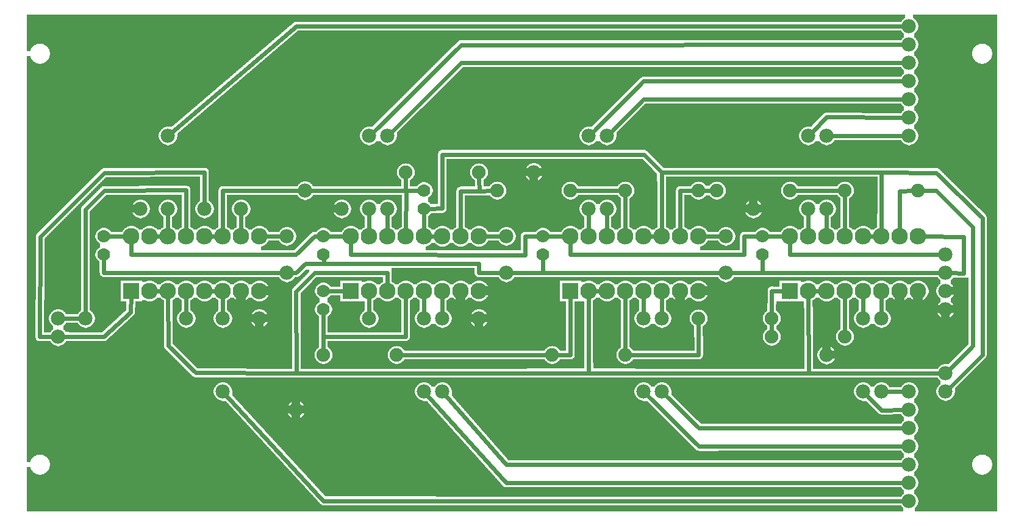
<source format=gbl>
G04 MADE WITH FRITZING*
G04 WWW.FRITZING.ORG*
G04 DOUBLE SIDED*
G04 HOLES PLATED*
G04 CONTOUR ON CENTER OF CONTOUR VECTOR*
%ASAXBY*%
%FSLAX23Y23*%
%MOIN*%
%OFA0B0*%
%SFA1.0B1.0*%
%ADD10C,0.075000*%
%ADD11C,0.070000*%
%ADD12C,0.090551*%
%ADD13C,0.078000*%
%ADD14R,0.090551X0.090551*%
%ADD15C,0.024000*%
%LNCOPPER0*%
G90*
G70*
G54D10*
X1312Y1695D03*
X4610Y1803D03*
X2930Y1896D03*
X1775Y1143D03*
X484Y1698D03*
X2624Y1243D03*
X124Y2690D03*
G54D11*
X2213Y1797D03*
X2213Y1697D03*
X2863Y1547D03*
X2863Y1447D03*
X1663Y1547D03*
X1663Y1447D03*
X4063Y1547D03*
X4063Y1447D03*
X463Y1547D03*
X463Y1447D03*
G54D10*
X1663Y897D03*
X2063Y897D03*
X3313Y1797D03*
X3713Y1797D03*
X2613Y1797D03*
X3013Y1797D03*
X2113Y1897D03*
X2513Y1897D03*
X3813Y1797D03*
X4213Y1797D03*
X4513Y1797D03*
X4913Y1797D03*
X4113Y997D03*
X4513Y997D03*
X3713Y1097D03*
X4113Y1097D03*
X2913Y897D03*
X3313Y897D03*
G54D11*
X1663Y1247D03*
X1663Y1147D03*
G54D12*
X613Y1247D03*
X613Y1547D03*
X713Y1247D03*
X713Y1547D03*
X813Y1247D03*
X813Y1547D03*
X913Y1247D03*
X913Y1547D03*
X1013Y1247D03*
X1013Y1547D03*
X1113Y1247D03*
X1113Y1547D03*
X1213Y1247D03*
X1213Y1547D03*
X1313Y1247D03*
X1313Y1547D03*
X1813Y1247D03*
X1813Y1547D03*
X1913Y1247D03*
X1913Y1547D03*
X2013Y1247D03*
X2013Y1547D03*
X2113Y1247D03*
X2113Y1547D03*
X2213Y1247D03*
X2213Y1547D03*
X2313Y1247D03*
X2313Y1547D03*
X2413Y1247D03*
X2413Y1547D03*
X2513Y1247D03*
X2513Y1547D03*
X3013Y1247D03*
X3013Y1547D03*
X3113Y1247D03*
X3113Y1547D03*
X3213Y1247D03*
X3213Y1547D03*
X3313Y1247D03*
X3313Y1547D03*
X3413Y1247D03*
X3413Y1547D03*
X3513Y1247D03*
X3513Y1547D03*
X3613Y1247D03*
X3613Y1547D03*
X3713Y1247D03*
X3713Y1547D03*
X4213Y1247D03*
X4213Y1547D03*
X4313Y1247D03*
X4313Y1547D03*
X4413Y1247D03*
X4413Y1547D03*
X4513Y1247D03*
X4513Y1547D03*
X4613Y1247D03*
X4613Y1547D03*
X4713Y1247D03*
X4713Y1547D03*
X4813Y1247D03*
X4813Y1547D03*
X4913Y1247D03*
X4913Y1547D03*
G54D13*
X1563Y1797D03*
X1563Y1797D03*
X1913Y1097D03*
X1913Y1097D03*
X3863Y1547D03*
X3863Y1547D03*
X3863Y1347D03*
X3863Y1347D03*
X1463Y1347D03*
X1463Y1347D03*
X1463Y1547D03*
X1463Y1547D03*
X2663Y1547D03*
X2663Y1547D03*
X2663Y1347D03*
X2663Y1347D03*
X4863Y97D03*
X4863Y197D03*
X4863Y297D03*
X4863Y397D03*
X4863Y497D03*
X4863Y597D03*
X4863Y697D03*
X4863Y97D03*
X4863Y197D03*
X4863Y297D03*
X4863Y397D03*
X4863Y497D03*
X4863Y597D03*
X4863Y697D03*
X4863Y2697D03*
X4863Y2597D03*
X4863Y2497D03*
X4863Y2397D03*
X4863Y2297D03*
X4863Y2197D03*
X4863Y2097D03*
X4863Y2697D03*
X4863Y2597D03*
X4863Y2497D03*
X4863Y2397D03*
X4863Y2297D03*
X4863Y2197D03*
X4863Y2097D03*
X2213Y1097D03*
X2313Y1097D03*
X2213Y1097D03*
X2313Y1097D03*
X3413Y697D03*
X3513Y697D03*
X3413Y697D03*
X3513Y697D03*
X4613Y1097D03*
X4713Y1097D03*
X4613Y1097D03*
X4713Y1097D03*
X4613Y697D03*
X4713Y697D03*
X4613Y697D03*
X4713Y697D03*
X2213Y697D03*
X2313Y697D03*
X2213Y697D03*
X2313Y697D03*
X3413Y1097D03*
X3513Y1097D03*
X3413Y1097D03*
X3513Y1097D03*
X4313Y1697D03*
X4413Y1697D03*
X4313Y1697D03*
X4413Y1697D03*
X4313Y2097D03*
X4413Y2097D03*
X4313Y2097D03*
X4413Y2097D03*
X3113Y1697D03*
X3213Y1697D03*
X3113Y1697D03*
X3213Y1697D03*
X1913Y2097D03*
X2013Y2097D03*
X1913Y2097D03*
X2013Y2097D03*
X3113Y2097D03*
X3213Y2097D03*
X3113Y2097D03*
X3213Y2097D03*
X1913Y1697D03*
X2013Y1697D03*
X1913Y1697D03*
X2013Y1697D03*
X5063Y797D03*
X5063Y697D03*
X5063Y797D03*
X5063Y697D03*
X213Y1097D03*
X213Y997D03*
X213Y1097D03*
X213Y997D03*
X1113Y1097D03*
X1113Y1097D03*
X1113Y697D03*
X1113Y697D03*
X4013Y1697D03*
X4013Y1697D03*
X2813Y1897D03*
X2813Y1897D03*
X1763Y1697D03*
X1763Y1697D03*
X1513Y597D03*
X1513Y597D03*
X4413Y897D03*
X4413Y897D03*
X1313Y1097D03*
X1313Y1097D03*
X2513Y1097D03*
X2513Y1097D03*
X813Y2097D03*
X813Y2097D03*
X363Y1097D03*
X363Y1097D03*
X1213Y1697D03*
X1213Y1697D03*
X1013Y1697D03*
X1013Y1697D03*
X913Y1097D03*
X913Y1097D03*
X813Y1697D03*
X813Y1697D03*
X5063Y1447D03*
X5063Y1347D03*
X5063Y1247D03*
X5063Y1147D03*
X663Y1697D03*
X663Y1697D03*
G54D14*
X613Y1247D03*
X1813Y1247D03*
X3013Y1247D03*
X4213Y1247D03*
G54D15*
X3714Y397D02*
X3434Y676D01*
D02*
X4833Y397D02*
X3714Y397D01*
D02*
X3413Y2397D02*
X3134Y2119D01*
D02*
X4833Y2397D02*
X3413Y2397D01*
D02*
X1663Y99D02*
X1133Y675D01*
D02*
X4833Y97D02*
X1663Y99D01*
D02*
X1113Y1223D02*
X1113Y1128D01*
D02*
X3041Y1797D02*
X3284Y1797D01*
D02*
X3784Y1797D02*
X3741Y1797D01*
D02*
X4241Y1797D02*
X4484Y1797D01*
D02*
X4813Y1572D02*
X4813Y1795D01*
D02*
X4813Y1795D02*
X4884Y1797D01*
D02*
X2413Y1795D02*
X2514Y1795D01*
D02*
X2514Y1795D02*
X2584Y1797D01*
D02*
X2413Y1572D02*
X2413Y1795D01*
D02*
X3613Y1797D02*
X3784Y1797D01*
D02*
X3613Y1572D02*
X3613Y1797D01*
D02*
X4513Y1797D02*
X4241Y1797D01*
D02*
X4513Y1572D02*
X4513Y1797D01*
D02*
X3313Y1797D02*
X3041Y1797D01*
D02*
X3313Y1572D02*
X3313Y1797D01*
D02*
X2514Y1795D02*
X2513Y1869D01*
D02*
X1689Y1247D02*
X1788Y1247D01*
D02*
X1663Y998D02*
X1663Y1121D01*
D02*
X1663Y926D02*
X1663Y998D01*
D02*
X2091Y897D02*
X2884Y897D01*
D02*
X3713Y898D02*
X3341Y897D01*
D02*
X3713Y1069D02*
X3713Y898D01*
D02*
X4113Y1069D02*
X4113Y1026D01*
D02*
X4513Y1223D02*
X4513Y1026D01*
D02*
X4188Y1248D02*
X4113Y1249D01*
D02*
X4113Y1249D02*
X4113Y1126D01*
D02*
X3012Y898D02*
X2941Y898D01*
D02*
X3013Y1223D02*
X3012Y898D01*
D02*
X2113Y1223D02*
X2111Y998D01*
D02*
X2111Y998D02*
X1663Y998D01*
D02*
X4089Y1547D02*
X4188Y1547D01*
D02*
X2889Y1547D02*
X2988Y1547D01*
D02*
X1689Y1547D02*
X1788Y1547D01*
D02*
X489Y1547D02*
X588Y1547D01*
D02*
X3963Y1547D02*
X3963Y1447D01*
D02*
X3963Y1447D02*
X3013Y1447D01*
D02*
X3013Y1447D02*
X3013Y1523D01*
D02*
X4037Y1547D02*
X3963Y1547D01*
D02*
X2764Y1547D02*
X2764Y1445D01*
D02*
X2764Y1445D02*
X1813Y1449D01*
D02*
X1813Y1449D02*
X1813Y1523D01*
D02*
X2837Y1547D02*
X2764Y1547D01*
D02*
X1662Y1547D02*
X1614Y1548D01*
D02*
X1513Y1447D02*
X612Y1449D01*
D02*
X1614Y1548D02*
X1513Y1447D01*
D02*
X612Y1449D02*
X612Y1523D01*
D02*
X1641Y1534D02*
X1662Y1547D01*
D02*
X4213Y1447D02*
X4213Y1523D01*
D02*
X5033Y1447D02*
X4213Y1447D01*
D02*
X5162Y1344D02*
X5162Y1546D01*
D02*
X5162Y1546D02*
X4938Y1547D01*
D02*
X5093Y1347D02*
X5162Y1344D01*
D02*
X4063Y1347D02*
X4063Y1421D01*
D02*
X5033Y1347D02*
X4063Y1347D01*
D02*
X3913Y1349D02*
X2863Y1349D01*
D02*
X2863Y1349D02*
X2863Y1421D01*
D02*
X4113Y1347D02*
X3913Y1349D01*
D02*
X1664Y1397D02*
X1662Y1448D01*
D02*
X2512Y1399D02*
X1664Y1397D01*
D02*
X2512Y1349D02*
X2512Y1399D01*
D02*
X1662Y1448D02*
X1640Y1460D01*
D02*
X2863Y1349D02*
X2693Y1348D01*
D02*
X2633Y1348D02*
X2512Y1349D01*
D02*
X1513Y1347D02*
X1463Y1349D01*
D02*
X1564Y1397D02*
X1513Y1347D01*
D02*
X1664Y1397D02*
X1564Y1397D01*
D02*
X1463Y1349D02*
X463Y1349D01*
D02*
X463Y1349D02*
X463Y1421D01*
D02*
X1463Y1349D02*
X1463Y1378D01*
D02*
X3913Y1349D02*
X3893Y1349D01*
D02*
X3833Y1547D02*
X3738Y1547D01*
D02*
X2633Y1547D02*
X2538Y1547D01*
D02*
X1433Y1547D02*
X1338Y1547D01*
D02*
X788Y1547D02*
X738Y1547D01*
D02*
X1038Y1547D02*
X1088Y1547D01*
D02*
X1038Y1247D02*
X1088Y1247D01*
D02*
X964Y800D02*
X815Y949D01*
D02*
X815Y949D02*
X813Y1223D01*
D02*
X1514Y798D02*
X964Y800D01*
D02*
X3113Y799D02*
X1514Y798D01*
D02*
X2288Y1547D02*
X2238Y1547D01*
D02*
X3511Y1899D02*
X4713Y1899D01*
D02*
X4713Y1899D02*
X4713Y1572D01*
D02*
X3188Y1247D02*
X3138Y1247D01*
D02*
X4638Y1547D02*
X4688Y1547D01*
D02*
X4388Y1247D02*
X4338Y1247D01*
D02*
X1533Y1797D02*
X1113Y1797D01*
D02*
X2116Y1797D02*
X1593Y1797D01*
D02*
X2113Y1572D02*
X2116Y1797D01*
D02*
X1113Y1797D02*
X1113Y1572D01*
D02*
X2116Y1797D02*
X2187Y1797D01*
D02*
X3438Y1547D02*
X3488Y1547D01*
D02*
X2213Y1572D02*
X2213Y1671D01*
D02*
X3414Y1996D02*
X2312Y1996D01*
D02*
X2312Y1700D02*
X2239Y1698D01*
D02*
X2312Y1996D02*
X2312Y1700D01*
D02*
X3511Y1899D02*
X3414Y1996D01*
D02*
X2113Y1797D02*
X2113Y1869D01*
D02*
X4313Y1572D02*
X4313Y1667D01*
D02*
X4413Y1572D02*
X4413Y1667D01*
D02*
X4443Y2097D02*
X4833Y2097D01*
D02*
X4334Y2119D02*
X4412Y2200D01*
D02*
X4412Y2200D02*
X4833Y2198D01*
D02*
X3113Y1572D02*
X3113Y1667D01*
D02*
X3213Y1572D02*
X3213Y1667D01*
D02*
X3234Y2119D02*
X3413Y2299D01*
D02*
X3413Y2299D02*
X4833Y2297D01*
D02*
X1913Y1572D02*
X1913Y1667D01*
D02*
X2013Y1572D02*
X2013Y1667D01*
D02*
X2034Y2119D02*
X2415Y2497D01*
D02*
X2415Y2497D02*
X4833Y2497D01*
D02*
X1934Y2119D02*
X2414Y2596D01*
D02*
X2414Y2596D02*
X4833Y2597D01*
D02*
X3313Y898D02*
X3313Y1223D01*
D02*
X3312Y926D02*
X3313Y898D01*
D02*
X4613Y1128D02*
X4613Y1223D01*
D02*
X4713Y1128D02*
X4713Y1223D01*
D02*
X4712Y596D02*
X4634Y676D01*
D02*
X4833Y597D02*
X4712Y596D01*
D02*
X3714Y498D02*
X3534Y676D01*
D02*
X4833Y497D02*
X3714Y498D01*
D02*
X3513Y1128D02*
X3513Y1223D01*
D02*
X3413Y1128D02*
X3413Y1223D01*
D02*
X4833Y297D02*
X2661Y299D01*
D02*
X2661Y299D02*
X2333Y675D01*
D02*
X2661Y197D02*
X2233Y675D01*
D02*
X4833Y197D02*
X2661Y197D01*
D02*
X2213Y1128D02*
X2213Y1223D01*
D02*
X2313Y1128D02*
X2313Y1223D01*
D02*
X5213Y948D02*
X5084Y819D01*
D02*
X5213Y1598D02*
X5213Y948D01*
D02*
X4941Y1798D02*
X5013Y1798D01*
D02*
X5013Y1798D02*
X5213Y1598D01*
D02*
X5264Y898D02*
X5084Y719D01*
D02*
X5264Y1649D02*
X5264Y898D01*
D02*
X5013Y1896D02*
X5264Y1649D01*
D02*
X4713Y1899D02*
X5013Y1896D01*
D02*
X4314Y798D02*
X4313Y1223D01*
D02*
X5033Y797D02*
X4314Y798D01*
D02*
X4314Y798D02*
X3113Y799D01*
D02*
X3113Y799D02*
X3113Y1223D01*
D02*
X788Y1247D02*
X738Y1247D01*
D02*
X1513Y1246D02*
X1615Y1349D01*
D02*
X1514Y798D02*
X1513Y1246D01*
D02*
X1615Y1349D02*
X2010Y1349D01*
D02*
X2010Y1349D02*
X2012Y1272D01*
D02*
X1913Y1128D02*
X1913Y1223D01*
D02*
X361Y1695D02*
X363Y1128D01*
D02*
X465Y1798D02*
X361Y1695D01*
D02*
X913Y1800D02*
X465Y1798D01*
D02*
X913Y1572D02*
X913Y1800D01*
D02*
X913Y1128D02*
X913Y1223D01*
D02*
X465Y1896D02*
X1012Y1898D01*
D02*
X1012Y1898D02*
X1013Y1728D01*
D02*
X112Y997D02*
X115Y1546D01*
D02*
X115Y1546D02*
X465Y1896D01*
D02*
X183Y997D02*
X112Y997D01*
D02*
X1213Y1572D02*
X1213Y1667D01*
D02*
X212Y999D02*
X207Y1027D01*
D02*
X608Y1133D02*
X461Y997D01*
D02*
X612Y1223D02*
X608Y1133D01*
D02*
X461Y997D02*
X212Y999D01*
D02*
X333Y1097D02*
X243Y1097D01*
D02*
X813Y1572D02*
X813Y1667D01*
D02*
X1514Y2698D02*
X4833Y2697D01*
D02*
X836Y2117D02*
X1514Y2698D01*
D02*
X3513Y1572D02*
X3511Y1899D01*
D02*
X4743Y697D02*
X4833Y697D01*
G36*
X1136Y1774D02*
X1136Y1748D01*
X1224Y1748D01*
X1224Y1746D01*
X1558Y1746D01*
X1558Y1748D01*
X1550Y1748D01*
X1550Y1750D01*
X1544Y1750D01*
X1544Y1752D01*
X1540Y1752D01*
X1540Y1754D01*
X1538Y1754D01*
X1538Y1756D01*
X1534Y1756D01*
X1534Y1758D01*
X1532Y1758D01*
X1532Y1760D01*
X1530Y1760D01*
X1530Y1762D01*
X1528Y1762D01*
X1528Y1764D01*
X1526Y1764D01*
X1526Y1766D01*
X1524Y1766D01*
X1524Y1768D01*
X1522Y1768D01*
X1522Y1770D01*
X1520Y1770D01*
X1520Y1774D01*
X1136Y1774D01*
G37*
D02*
G36*
X1606Y1774D02*
X1606Y1772D01*
X1604Y1772D01*
X1604Y1768D01*
X1602Y1768D01*
X1602Y1766D01*
X1600Y1766D01*
X1600Y1764D01*
X1598Y1764D01*
X1598Y1762D01*
X1596Y1762D01*
X1596Y1760D01*
X1594Y1760D01*
X1594Y1758D01*
X1590Y1758D01*
X1590Y1756D01*
X1588Y1756D01*
X1588Y1754D01*
X1584Y1754D01*
X1584Y1752D01*
X1582Y1752D01*
X1582Y1750D01*
X1576Y1750D01*
X1576Y1748D01*
X2024Y1748D01*
X2024Y1746D01*
X2030Y1746D01*
X2030Y1744D01*
X2034Y1744D01*
X2034Y1742D01*
X2036Y1742D01*
X2036Y1740D01*
X2040Y1740D01*
X2040Y1738D01*
X2042Y1738D01*
X2042Y1736D01*
X2044Y1736D01*
X2044Y1734D01*
X2048Y1734D01*
X2048Y1732D01*
X2050Y1732D01*
X2050Y1728D01*
X2052Y1728D01*
X2052Y1726D01*
X2054Y1726D01*
X2054Y1724D01*
X2056Y1724D01*
X2056Y1720D01*
X2058Y1720D01*
X2058Y1716D01*
X2060Y1716D01*
X2060Y1712D01*
X2062Y1712D01*
X2062Y1704D01*
X2064Y1704D01*
X2064Y1690D01*
X2062Y1690D01*
X2062Y1684D01*
X2060Y1684D01*
X2060Y1678D01*
X2058Y1678D01*
X2058Y1676D01*
X2056Y1676D01*
X2056Y1672D01*
X2054Y1672D01*
X2054Y1668D01*
X2052Y1668D01*
X2052Y1666D01*
X2050Y1666D01*
X2050Y1664D01*
X2048Y1664D01*
X2048Y1662D01*
X2046Y1662D01*
X2046Y1660D01*
X2044Y1660D01*
X2044Y1658D01*
X2040Y1658D01*
X2040Y1656D01*
X2038Y1656D01*
X2038Y1654D01*
X2036Y1654D01*
X2036Y1598D01*
X2038Y1598D01*
X2038Y1596D01*
X2042Y1596D01*
X2042Y1594D01*
X2044Y1594D01*
X2044Y1592D01*
X2046Y1592D01*
X2046Y1590D01*
X2050Y1590D01*
X2050Y1588D01*
X2052Y1588D01*
X2052Y1586D01*
X2074Y1586D01*
X2074Y1588D01*
X2076Y1588D01*
X2076Y1590D01*
X2078Y1590D01*
X2078Y1592D01*
X2082Y1592D01*
X2082Y1594D01*
X2084Y1594D01*
X2084Y1596D01*
X2088Y1596D01*
X2088Y1598D01*
X2090Y1598D01*
X2090Y1700D01*
X2092Y1700D01*
X2092Y1774D01*
X1606Y1774D01*
G37*
D02*
G36*
X1136Y1748D02*
X1136Y1598D01*
X1138Y1598D01*
X1138Y1596D01*
X1142Y1596D01*
X1142Y1594D01*
X1144Y1594D01*
X1144Y1592D01*
X1146Y1592D01*
X1146Y1590D01*
X1150Y1590D01*
X1150Y1588D01*
X1152Y1588D01*
X1152Y1586D01*
X1174Y1586D01*
X1174Y1588D01*
X1176Y1588D01*
X1176Y1590D01*
X1178Y1590D01*
X1178Y1592D01*
X1182Y1592D01*
X1182Y1594D01*
X1184Y1594D01*
X1184Y1596D01*
X1188Y1596D01*
X1188Y1656D01*
X1184Y1656D01*
X1184Y1658D01*
X1182Y1658D01*
X1182Y1660D01*
X1180Y1660D01*
X1180Y1662D01*
X1178Y1662D01*
X1178Y1664D01*
X1176Y1664D01*
X1176Y1666D01*
X1174Y1666D01*
X1174Y1668D01*
X1172Y1668D01*
X1172Y1670D01*
X1170Y1670D01*
X1170Y1674D01*
X1168Y1674D01*
X1168Y1678D01*
X1166Y1678D01*
X1166Y1682D01*
X1164Y1682D01*
X1164Y1688D01*
X1162Y1688D01*
X1162Y1708D01*
X1164Y1708D01*
X1164Y1714D01*
X1166Y1714D01*
X1166Y1718D01*
X1168Y1718D01*
X1168Y1720D01*
X1170Y1720D01*
X1170Y1724D01*
X1172Y1724D01*
X1172Y1726D01*
X1174Y1726D01*
X1174Y1730D01*
X1176Y1730D01*
X1176Y1732D01*
X1178Y1732D01*
X1178Y1734D01*
X1180Y1734D01*
X1180Y1736D01*
X1184Y1736D01*
X1184Y1738D01*
X1186Y1738D01*
X1186Y1740D01*
X1188Y1740D01*
X1188Y1742D01*
X1192Y1742D01*
X1192Y1744D01*
X1196Y1744D01*
X1196Y1746D01*
X1202Y1746D01*
X1202Y1748D01*
X1136Y1748D01*
G37*
D02*
G36*
X1568Y1748D02*
X1568Y1746D01*
X1752Y1746D01*
X1752Y1748D01*
X1568Y1748D01*
G37*
D02*
G36*
X1774Y1748D02*
X1774Y1746D01*
X1780Y1746D01*
X1780Y1744D01*
X1784Y1744D01*
X1784Y1742D01*
X1786Y1742D01*
X1786Y1740D01*
X1790Y1740D01*
X1790Y1738D01*
X1792Y1738D01*
X1792Y1736D01*
X1794Y1736D01*
X1794Y1734D01*
X1798Y1734D01*
X1798Y1732D01*
X1800Y1732D01*
X1800Y1728D01*
X1802Y1728D01*
X1802Y1726D01*
X1804Y1726D01*
X1804Y1724D01*
X1806Y1724D01*
X1806Y1720D01*
X1808Y1720D01*
X1808Y1716D01*
X1810Y1716D01*
X1810Y1712D01*
X1812Y1712D01*
X1812Y1704D01*
X1814Y1704D01*
X1814Y1690D01*
X1812Y1690D01*
X1812Y1684D01*
X1810Y1684D01*
X1810Y1678D01*
X1808Y1678D01*
X1808Y1676D01*
X1806Y1676D01*
X1806Y1672D01*
X1804Y1672D01*
X1804Y1668D01*
X1802Y1668D01*
X1802Y1666D01*
X1800Y1666D01*
X1800Y1664D01*
X1798Y1664D01*
X1798Y1662D01*
X1796Y1662D01*
X1796Y1660D01*
X1794Y1660D01*
X1794Y1658D01*
X1790Y1658D01*
X1790Y1656D01*
X1788Y1656D01*
X1788Y1654D01*
X1784Y1654D01*
X1784Y1652D01*
X1782Y1652D01*
X1782Y1650D01*
X1776Y1650D01*
X1776Y1648D01*
X1768Y1648D01*
X1768Y1646D01*
X1888Y1646D01*
X1888Y1656D01*
X1884Y1656D01*
X1884Y1658D01*
X1882Y1658D01*
X1882Y1660D01*
X1880Y1660D01*
X1880Y1662D01*
X1878Y1662D01*
X1878Y1664D01*
X1876Y1664D01*
X1876Y1666D01*
X1874Y1666D01*
X1874Y1668D01*
X1872Y1668D01*
X1872Y1670D01*
X1870Y1670D01*
X1870Y1674D01*
X1868Y1674D01*
X1868Y1678D01*
X1866Y1678D01*
X1866Y1682D01*
X1864Y1682D01*
X1864Y1688D01*
X1862Y1688D01*
X1862Y1708D01*
X1864Y1708D01*
X1864Y1714D01*
X1866Y1714D01*
X1866Y1718D01*
X1868Y1718D01*
X1868Y1720D01*
X1870Y1720D01*
X1870Y1724D01*
X1872Y1724D01*
X1872Y1726D01*
X1874Y1726D01*
X1874Y1730D01*
X1876Y1730D01*
X1876Y1732D01*
X1878Y1732D01*
X1878Y1734D01*
X1880Y1734D01*
X1880Y1736D01*
X1884Y1736D01*
X1884Y1738D01*
X1886Y1738D01*
X1886Y1740D01*
X1888Y1740D01*
X1888Y1742D01*
X1892Y1742D01*
X1892Y1744D01*
X1896Y1744D01*
X1896Y1746D01*
X1902Y1746D01*
X1902Y1748D01*
X1774Y1748D01*
G37*
D02*
G36*
X1924Y1748D02*
X1924Y1746D01*
X1930Y1746D01*
X1930Y1744D01*
X1934Y1744D01*
X1934Y1742D01*
X1936Y1742D01*
X1936Y1740D01*
X1940Y1740D01*
X1940Y1738D01*
X1942Y1738D01*
X1942Y1736D01*
X1944Y1736D01*
X1944Y1734D01*
X1948Y1734D01*
X1948Y1732D01*
X1950Y1732D01*
X1950Y1728D01*
X1952Y1728D01*
X1952Y1726D01*
X1974Y1726D01*
X1974Y1730D01*
X1976Y1730D01*
X1976Y1732D01*
X1978Y1732D01*
X1978Y1734D01*
X1980Y1734D01*
X1980Y1736D01*
X1984Y1736D01*
X1984Y1738D01*
X1986Y1738D01*
X1986Y1740D01*
X1988Y1740D01*
X1988Y1742D01*
X1992Y1742D01*
X1992Y1744D01*
X1996Y1744D01*
X1996Y1746D01*
X2002Y1746D01*
X2002Y1748D01*
X1924Y1748D01*
G37*
D02*
G36*
X1230Y1746D02*
X1230Y1744D01*
X1746Y1744D01*
X1746Y1746D01*
X1230Y1746D01*
G37*
D02*
G36*
X1230Y1746D02*
X1230Y1744D01*
X1746Y1744D01*
X1746Y1746D01*
X1230Y1746D01*
G37*
D02*
G36*
X1234Y1744D02*
X1234Y1742D01*
X1236Y1742D01*
X1236Y1740D01*
X1240Y1740D01*
X1240Y1738D01*
X1242Y1738D01*
X1242Y1736D01*
X1244Y1736D01*
X1244Y1734D01*
X1248Y1734D01*
X1248Y1732D01*
X1250Y1732D01*
X1250Y1728D01*
X1252Y1728D01*
X1252Y1726D01*
X1254Y1726D01*
X1254Y1724D01*
X1256Y1724D01*
X1256Y1720D01*
X1258Y1720D01*
X1258Y1716D01*
X1260Y1716D01*
X1260Y1712D01*
X1262Y1712D01*
X1262Y1704D01*
X1264Y1704D01*
X1264Y1690D01*
X1262Y1690D01*
X1262Y1684D01*
X1260Y1684D01*
X1260Y1678D01*
X1258Y1678D01*
X1258Y1676D01*
X1256Y1676D01*
X1256Y1672D01*
X1254Y1672D01*
X1254Y1668D01*
X1252Y1668D01*
X1252Y1666D01*
X1250Y1666D01*
X1250Y1664D01*
X1248Y1664D01*
X1248Y1662D01*
X1246Y1662D01*
X1246Y1660D01*
X1244Y1660D01*
X1244Y1658D01*
X1240Y1658D01*
X1240Y1656D01*
X1238Y1656D01*
X1238Y1654D01*
X1236Y1654D01*
X1236Y1646D01*
X1758Y1646D01*
X1758Y1648D01*
X1750Y1648D01*
X1750Y1650D01*
X1744Y1650D01*
X1744Y1652D01*
X1740Y1652D01*
X1740Y1654D01*
X1738Y1654D01*
X1738Y1656D01*
X1734Y1656D01*
X1734Y1658D01*
X1732Y1658D01*
X1732Y1660D01*
X1730Y1660D01*
X1730Y1662D01*
X1728Y1662D01*
X1728Y1664D01*
X1726Y1664D01*
X1726Y1666D01*
X1724Y1666D01*
X1724Y1668D01*
X1722Y1668D01*
X1722Y1670D01*
X1720Y1670D01*
X1720Y1674D01*
X1718Y1674D01*
X1718Y1678D01*
X1716Y1678D01*
X1716Y1682D01*
X1714Y1682D01*
X1714Y1688D01*
X1712Y1688D01*
X1712Y1708D01*
X1714Y1708D01*
X1714Y1714D01*
X1716Y1714D01*
X1716Y1718D01*
X1718Y1718D01*
X1718Y1720D01*
X1720Y1720D01*
X1720Y1724D01*
X1722Y1724D01*
X1722Y1726D01*
X1724Y1726D01*
X1724Y1730D01*
X1726Y1730D01*
X1726Y1732D01*
X1728Y1732D01*
X1728Y1734D01*
X1730Y1734D01*
X1730Y1736D01*
X1734Y1736D01*
X1734Y1738D01*
X1736Y1738D01*
X1736Y1740D01*
X1738Y1740D01*
X1738Y1742D01*
X1742Y1742D01*
X1742Y1744D01*
X1234Y1744D01*
G37*
D02*
G36*
X1236Y1646D02*
X1236Y1644D01*
X1888Y1644D01*
X1888Y1646D01*
X1236Y1646D01*
G37*
D02*
G36*
X1236Y1646D02*
X1236Y1644D01*
X1888Y1644D01*
X1888Y1646D01*
X1236Y1646D01*
G37*
D02*
G36*
X1236Y1644D02*
X1236Y1604D01*
X1826Y1604D01*
X1826Y1602D01*
X1830Y1602D01*
X1830Y1600D01*
X1834Y1600D01*
X1834Y1598D01*
X1838Y1598D01*
X1838Y1596D01*
X1842Y1596D01*
X1842Y1594D01*
X1844Y1594D01*
X1844Y1592D01*
X1846Y1592D01*
X1846Y1590D01*
X1850Y1590D01*
X1850Y1588D01*
X1852Y1588D01*
X1852Y1586D01*
X1874Y1586D01*
X1874Y1588D01*
X1876Y1588D01*
X1876Y1590D01*
X1878Y1590D01*
X1878Y1592D01*
X1882Y1592D01*
X1882Y1594D01*
X1884Y1594D01*
X1884Y1596D01*
X1888Y1596D01*
X1888Y1644D01*
X1236Y1644D01*
G37*
D02*
G36*
X1236Y1604D02*
X1236Y1598D01*
X1238Y1598D01*
X1238Y1596D01*
X1242Y1596D01*
X1242Y1594D01*
X1244Y1594D01*
X1244Y1592D01*
X1246Y1592D01*
X1246Y1590D01*
X1250Y1590D01*
X1250Y1588D01*
X1252Y1588D01*
X1252Y1586D01*
X1274Y1586D01*
X1274Y1588D01*
X1276Y1588D01*
X1276Y1590D01*
X1278Y1590D01*
X1278Y1592D01*
X1282Y1592D01*
X1282Y1594D01*
X1284Y1594D01*
X1284Y1596D01*
X1288Y1596D01*
X1288Y1598D01*
X1290Y1598D01*
X1290Y1600D01*
X1294Y1600D01*
X1294Y1602D01*
X1300Y1602D01*
X1300Y1604D01*
X1236Y1604D01*
G37*
D02*
G36*
X1326Y1604D02*
X1326Y1602D01*
X1330Y1602D01*
X1330Y1600D01*
X1334Y1600D01*
X1334Y1598D01*
X1474Y1598D01*
X1474Y1596D01*
X1480Y1596D01*
X1480Y1594D01*
X1672Y1594D01*
X1672Y1592D01*
X1678Y1592D01*
X1678Y1590D01*
X1682Y1590D01*
X1682Y1588D01*
X1686Y1588D01*
X1686Y1586D01*
X1688Y1586D01*
X1688Y1584D01*
X1690Y1584D01*
X1690Y1582D01*
X1694Y1582D01*
X1694Y1580D01*
X1696Y1580D01*
X1696Y1578D01*
X1698Y1578D01*
X1698Y1574D01*
X1700Y1574D01*
X1700Y1572D01*
X1764Y1572D01*
X1764Y1576D01*
X1766Y1576D01*
X1766Y1578D01*
X1768Y1578D01*
X1768Y1582D01*
X1770Y1582D01*
X1770Y1584D01*
X1772Y1584D01*
X1772Y1586D01*
X1774Y1586D01*
X1774Y1588D01*
X1776Y1588D01*
X1776Y1590D01*
X1778Y1590D01*
X1778Y1592D01*
X1782Y1592D01*
X1782Y1594D01*
X1784Y1594D01*
X1784Y1596D01*
X1788Y1596D01*
X1788Y1598D01*
X1790Y1598D01*
X1790Y1600D01*
X1794Y1600D01*
X1794Y1602D01*
X1800Y1602D01*
X1800Y1604D01*
X1326Y1604D01*
G37*
D02*
G36*
X1338Y1598D02*
X1338Y1596D01*
X1342Y1596D01*
X1342Y1594D01*
X1344Y1594D01*
X1344Y1592D01*
X1346Y1592D01*
X1346Y1590D01*
X1350Y1590D01*
X1350Y1588D01*
X1352Y1588D01*
X1352Y1586D01*
X1354Y1586D01*
X1354Y1582D01*
X1356Y1582D01*
X1356Y1580D01*
X1358Y1580D01*
X1358Y1578D01*
X1360Y1578D01*
X1360Y1576D01*
X1362Y1576D01*
X1362Y1572D01*
X1420Y1572D01*
X1420Y1574D01*
X1422Y1574D01*
X1422Y1576D01*
X1424Y1576D01*
X1424Y1580D01*
X1426Y1580D01*
X1426Y1582D01*
X1428Y1582D01*
X1428Y1584D01*
X1430Y1584D01*
X1430Y1586D01*
X1434Y1586D01*
X1434Y1588D01*
X1436Y1588D01*
X1436Y1590D01*
X1438Y1590D01*
X1438Y1592D01*
X1442Y1592D01*
X1442Y1594D01*
X1446Y1594D01*
X1446Y1596D01*
X1452Y1596D01*
X1452Y1598D01*
X1338Y1598D01*
G37*
D02*
G36*
X1484Y1594D02*
X1484Y1592D01*
X1486Y1592D01*
X1486Y1590D01*
X1490Y1590D01*
X1490Y1588D01*
X1492Y1588D01*
X1492Y1586D01*
X1494Y1586D01*
X1494Y1584D01*
X1498Y1584D01*
X1498Y1582D01*
X1500Y1582D01*
X1500Y1578D01*
X1502Y1578D01*
X1502Y1576D01*
X1504Y1576D01*
X1504Y1574D01*
X1506Y1574D01*
X1506Y1570D01*
X1508Y1570D01*
X1508Y1566D01*
X1510Y1566D01*
X1510Y1562D01*
X1512Y1562D01*
X1512Y1554D01*
X1514Y1554D01*
X1514Y1540D01*
X1512Y1540D01*
X1512Y1534D01*
X1510Y1534D01*
X1510Y1528D01*
X1508Y1528D01*
X1508Y1526D01*
X1506Y1526D01*
X1506Y1522D01*
X1504Y1522D01*
X1504Y1518D01*
X1502Y1518D01*
X1502Y1516D01*
X1500Y1516D01*
X1500Y1514D01*
X1498Y1514D01*
X1498Y1512D01*
X1496Y1512D01*
X1496Y1510D01*
X1494Y1510D01*
X1494Y1508D01*
X1490Y1508D01*
X1490Y1506D01*
X1488Y1506D01*
X1488Y1504D01*
X1484Y1504D01*
X1484Y1502D01*
X1482Y1502D01*
X1482Y1500D01*
X1476Y1500D01*
X1476Y1498D01*
X1468Y1498D01*
X1468Y1496D01*
X1528Y1496D01*
X1528Y1498D01*
X1530Y1498D01*
X1530Y1500D01*
X1532Y1500D01*
X1532Y1502D01*
X1534Y1502D01*
X1534Y1504D01*
X1536Y1504D01*
X1536Y1506D01*
X1538Y1506D01*
X1538Y1508D01*
X1540Y1508D01*
X1540Y1510D01*
X1542Y1510D01*
X1542Y1512D01*
X1544Y1512D01*
X1544Y1514D01*
X1546Y1514D01*
X1546Y1516D01*
X1548Y1516D01*
X1548Y1518D01*
X1550Y1518D01*
X1550Y1520D01*
X1552Y1520D01*
X1552Y1522D01*
X1554Y1522D01*
X1554Y1524D01*
X1556Y1524D01*
X1556Y1526D01*
X1558Y1526D01*
X1558Y1528D01*
X1560Y1528D01*
X1560Y1530D01*
X1562Y1530D01*
X1562Y1532D01*
X1564Y1532D01*
X1564Y1534D01*
X1566Y1534D01*
X1566Y1536D01*
X1568Y1536D01*
X1568Y1538D01*
X1570Y1538D01*
X1570Y1540D01*
X1572Y1540D01*
X1572Y1542D01*
X1574Y1542D01*
X1574Y1544D01*
X1576Y1544D01*
X1576Y1546D01*
X1578Y1546D01*
X1578Y1548D01*
X1580Y1548D01*
X1580Y1550D01*
X1582Y1550D01*
X1582Y1552D01*
X1584Y1552D01*
X1584Y1554D01*
X1586Y1554D01*
X1586Y1556D01*
X1588Y1556D01*
X1588Y1558D01*
X1590Y1558D01*
X1590Y1560D01*
X1592Y1560D01*
X1592Y1562D01*
X1594Y1562D01*
X1594Y1564D01*
X1598Y1564D01*
X1598Y1566D01*
X1600Y1566D01*
X1600Y1568D01*
X1602Y1568D01*
X1602Y1570D01*
X1608Y1570D01*
X1608Y1572D01*
X1624Y1572D01*
X1624Y1574D01*
X1626Y1574D01*
X1626Y1576D01*
X1628Y1576D01*
X1628Y1578D01*
X1630Y1578D01*
X1630Y1580D01*
X1632Y1580D01*
X1632Y1582D01*
X1634Y1582D01*
X1634Y1584D01*
X1636Y1584D01*
X1636Y1586D01*
X1640Y1586D01*
X1640Y1588D01*
X1644Y1588D01*
X1644Y1590D01*
X1648Y1590D01*
X1648Y1592D01*
X1652Y1592D01*
X1652Y1594D01*
X1484Y1594D01*
G37*
D02*
G36*
X1362Y1524D02*
X1362Y1520D01*
X1360Y1520D01*
X1360Y1518D01*
X1358Y1518D01*
X1358Y1514D01*
X1356Y1514D01*
X1356Y1512D01*
X1354Y1512D01*
X1354Y1510D01*
X1352Y1510D01*
X1352Y1508D01*
X1350Y1508D01*
X1350Y1506D01*
X1348Y1506D01*
X1348Y1504D01*
X1346Y1504D01*
X1346Y1502D01*
X1342Y1502D01*
X1342Y1500D01*
X1340Y1500D01*
X1340Y1498D01*
X1336Y1498D01*
X1336Y1496D01*
X1458Y1496D01*
X1458Y1498D01*
X1450Y1498D01*
X1450Y1500D01*
X1444Y1500D01*
X1444Y1502D01*
X1440Y1502D01*
X1440Y1504D01*
X1438Y1504D01*
X1438Y1506D01*
X1434Y1506D01*
X1434Y1508D01*
X1432Y1508D01*
X1432Y1510D01*
X1430Y1510D01*
X1430Y1512D01*
X1428Y1512D01*
X1428Y1514D01*
X1426Y1514D01*
X1426Y1516D01*
X1424Y1516D01*
X1424Y1518D01*
X1422Y1518D01*
X1422Y1520D01*
X1420Y1520D01*
X1420Y1524D01*
X1362Y1524D01*
G37*
D02*
G36*
X1332Y1496D02*
X1332Y1494D01*
X1526Y1494D01*
X1526Y1496D01*
X1332Y1496D01*
G37*
D02*
G36*
X1332Y1496D02*
X1332Y1494D01*
X1526Y1494D01*
X1526Y1496D01*
X1332Y1496D01*
G37*
D02*
G36*
X1328Y1494D02*
X1328Y1492D01*
X1320Y1492D01*
X1320Y1472D01*
X1504Y1472D01*
X1504Y1474D01*
X1506Y1474D01*
X1506Y1476D01*
X1508Y1476D01*
X1508Y1478D01*
X1510Y1478D01*
X1510Y1480D01*
X1512Y1480D01*
X1512Y1482D01*
X1514Y1482D01*
X1514Y1484D01*
X1516Y1484D01*
X1516Y1486D01*
X1518Y1486D01*
X1518Y1488D01*
X1520Y1488D01*
X1520Y1490D01*
X1522Y1490D01*
X1522Y1492D01*
X1524Y1492D01*
X1524Y1494D01*
X1328Y1494D01*
G37*
D02*
G36*
X3534Y1874D02*
X3534Y1850D01*
X3536Y1850D01*
X3536Y1848D01*
X4514Y1848D01*
X4514Y1846D01*
X4524Y1846D01*
X4524Y1844D01*
X4530Y1844D01*
X4530Y1842D01*
X4534Y1842D01*
X4534Y1840D01*
X4538Y1840D01*
X4538Y1838D01*
X4540Y1838D01*
X4540Y1836D01*
X4542Y1836D01*
X4542Y1834D01*
X4544Y1834D01*
X4544Y1832D01*
X4548Y1832D01*
X4548Y1828D01*
X4550Y1828D01*
X4550Y1826D01*
X4552Y1826D01*
X4552Y1824D01*
X4554Y1824D01*
X4554Y1820D01*
X4556Y1820D01*
X4556Y1818D01*
X4558Y1818D01*
X4558Y1812D01*
X4560Y1812D01*
X4560Y1808D01*
X4562Y1808D01*
X4562Y1788D01*
X4560Y1788D01*
X4560Y1782D01*
X4558Y1782D01*
X4558Y1778D01*
X4556Y1778D01*
X4556Y1774D01*
X4554Y1774D01*
X4554Y1772D01*
X4552Y1772D01*
X4552Y1768D01*
X4550Y1768D01*
X4550Y1766D01*
X4548Y1766D01*
X4548Y1764D01*
X4546Y1764D01*
X4546Y1762D01*
X4544Y1762D01*
X4544Y1760D01*
X4542Y1760D01*
X4542Y1758D01*
X4538Y1758D01*
X4538Y1756D01*
X4536Y1756D01*
X4536Y1604D01*
X4626Y1604D01*
X4626Y1602D01*
X4630Y1602D01*
X4630Y1600D01*
X4634Y1600D01*
X4634Y1598D01*
X4638Y1598D01*
X4638Y1596D01*
X4642Y1596D01*
X4642Y1594D01*
X4644Y1594D01*
X4644Y1592D01*
X4646Y1592D01*
X4646Y1590D01*
X4650Y1590D01*
X4650Y1588D01*
X4652Y1588D01*
X4652Y1586D01*
X4674Y1586D01*
X4674Y1588D01*
X4676Y1588D01*
X4676Y1590D01*
X4678Y1590D01*
X4678Y1592D01*
X4682Y1592D01*
X4682Y1594D01*
X4684Y1594D01*
X4684Y1596D01*
X4688Y1596D01*
X4688Y1670D01*
X4690Y1670D01*
X4690Y1874D01*
X3534Y1874D01*
G37*
D02*
G36*
X3536Y1848D02*
X3536Y1598D01*
X3538Y1598D01*
X3538Y1596D01*
X3542Y1596D01*
X3542Y1594D01*
X3544Y1594D01*
X3544Y1592D01*
X3546Y1592D01*
X3546Y1590D01*
X3550Y1590D01*
X3550Y1588D01*
X3552Y1588D01*
X3552Y1586D01*
X3574Y1586D01*
X3574Y1588D01*
X3576Y1588D01*
X3576Y1590D01*
X3578Y1590D01*
X3578Y1592D01*
X3582Y1592D01*
X3582Y1594D01*
X3584Y1594D01*
X3584Y1596D01*
X3588Y1596D01*
X3588Y1800D01*
X3590Y1800D01*
X3590Y1808D01*
X3592Y1808D01*
X3592Y1812D01*
X3594Y1812D01*
X3594Y1814D01*
X3596Y1814D01*
X3596Y1816D01*
X3598Y1816D01*
X3598Y1818D01*
X3602Y1818D01*
X3602Y1820D01*
X3608Y1820D01*
X3608Y1822D01*
X3672Y1822D01*
X3672Y1824D01*
X3674Y1824D01*
X3674Y1826D01*
X3676Y1826D01*
X3676Y1830D01*
X3678Y1830D01*
X3678Y1832D01*
X3680Y1832D01*
X3680Y1834D01*
X3684Y1834D01*
X3684Y1836D01*
X3686Y1836D01*
X3686Y1838D01*
X3688Y1838D01*
X3688Y1840D01*
X3692Y1840D01*
X3692Y1842D01*
X3696Y1842D01*
X3696Y1844D01*
X3700Y1844D01*
X3700Y1846D01*
X3710Y1846D01*
X3710Y1848D01*
X3536Y1848D01*
G37*
D02*
G36*
X3714Y1848D02*
X3714Y1846D01*
X3724Y1846D01*
X3724Y1844D01*
X3730Y1844D01*
X3730Y1842D01*
X3734Y1842D01*
X3734Y1840D01*
X3738Y1840D01*
X3738Y1838D01*
X3740Y1838D01*
X3740Y1836D01*
X3742Y1836D01*
X3742Y1834D01*
X3744Y1834D01*
X3744Y1832D01*
X3748Y1832D01*
X3748Y1828D01*
X3750Y1828D01*
X3750Y1826D01*
X3752Y1826D01*
X3752Y1824D01*
X3774Y1824D01*
X3774Y1826D01*
X3776Y1826D01*
X3776Y1830D01*
X3778Y1830D01*
X3778Y1832D01*
X3780Y1832D01*
X3780Y1834D01*
X3784Y1834D01*
X3784Y1836D01*
X3786Y1836D01*
X3786Y1838D01*
X3788Y1838D01*
X3788Y1840D01*
X3792Y1840D01*
X3792Y1842D01*
X3796Y1842D01*
X3796Y1844D01*
X3800Y1844D01*
X3800Y1846D01*
X3810Y1846D01*
X3810Y1848D01*
X3714Y1848D01*
G37*
D02*
G36*
X3814Y1848D02*
X3814Y1846D01*
X3824Y1846D01*
X3824Y1844D01*
X3830Y1844D01*
X3830Y1842D01*
X3834Y1842D01*
X3834Y1840D01*
X3838Y1840D01*
X3838Y1838D01*
X3840Y1838D01*
X3840Y1836D01*
X3842Y1836D01*
X3842Y1834D01*
X3844Y1834D01*
X3844Y1832D01*
X3848Y1832D01*
X3848Y1828D01*
X3850Y1828D01*
X3850Y1826D01*
X3852Y1826D01*
X3852Y1824D01*
X3854Y1824D01*
X3854Y1820D01*
X3856Y1820D01*
X3856Y1818D01*
X3858Y1818D01*
X3858Y1812D01*
X3860Y1812D01*
X3860Y1808D01*
X3862Y1808D01*
X3862Y1788D01*
X3860Y1788D01*
X3860Y1782D01*
X3858Y1782D01*
X3858Y1778D01*
X3856Y1778D01*
X3856Y1774D01*
X3854Y1774D01*
X3854Y1772D01*
X3852Y1772D01*
X3852Y1768D01*
X3850Y1768D01*
X3850Y1766D01*
X3848Y1766D01*
X3848Y1764D01*
X3846Y1764D01*
X3846Y1762D01*
X3844Y1762D01*
X3844Y1760D01*
X3842Y1760D01*
X3842Y1758D01*
X3838Y1758D01*
X3838Y1756D01*
X3836Y1756D01*
X3836Y1754D01*
X3832Y1754D01*
X3832Y1752D01*
X3826Y1752D01*
X3826Y1750D01*
X3820Y1750D01*
X3820Y1748D01*
X4204Y1748D01*
X4204Y1750D01*
X4198Y1750D01*
X4198Y1752D01*
X4194Y1752D01*
X4194Y1754D01*
X4190Y1754D01*
X4190Y1756D01*
X4188Y1756D01*
X4188Y1758D01*
X4184Y1758D01*
X4184Y1760D01*
X4182Y1760D01*
X4182Y1762D01*
X4180Y1762D01*
X4180Y1764D01*
X4178Y1764D01*
X4178Y1766D01*
X4176Y1766D01*
X4176Y1768D01*
X4174Y1768D01*
X4174Y1770D01*
X4172Y1770D01*
X4172Y1774D01*
X4170Y1774D01*
X4170Y1778D01*
X4168Y1778D01*
X4168Y1782D01*
X4166Y1782D01*
X4166Y1786D01*
X4164Y1786D01*
X4164Y1808D01*
X4166Y1808D01*
X4166Y1814D01*
X4168Y1814D01*
X4168Y1818D01*
X4170Y1818D01*
X4170Y1822D01*
X4172Y1822D01*
X4172Y1824D01*
X4174Y1824D01*
X4174Y1826D01*
X4176Y1826D01*
X4176Y1830D01*
X4178Y1830D01*
X4178Y1832D01*
X4180Y1832D01*
X4180Y1834D01*
X4184Y1834D01*
X4184Y1836D01*
X4186Y1836D01*
X4186Y1838D01*
X4188Y1838D01*
X4188Y1840D01*
X4192Y1840D01*
X4192Y1842D01*
X4196Y1842D01*
X4196Y1844D01*
X4200Y1844D01*
X4200Y1846D01*
X4210Y1846D01*
X4210Y1848D01*
X3814Y1848D01*
G37*
D02*
G36*
X4214Y1848D02*
X4214Y1846D01*
X4224Y1846D01*
X4224Y1844D01*
X4230Y1844D01*
X4230Y1842D01*
X4234Y1842D01*
X4234Y1840D01*
X4238Y1840D01*
X4238Y1838D01*
X4240Y1838D01*
X4240Y1836D01*
X4242Y1836D01*
X4242Y1834D01*
X4244Y1834D01*
X4244Y1832D01*
X4248Y1832D01*
X4248Y1828D01*
X4250Y1828D01*
X4250Y1826D01*
X4252Y1826D01*
X4252Y1824D01*
X4254Y1824D01*
X4254Y1822D01*
X4472Y1822D01*
X4472Y1824D01*
X4474Y1824D01*
X4474Y1826D01*
X4476Y1826D01*
X4476Y1830D01*
X4478Y1830D01*
X4478Y1832D01*
X4480Y1832D01*
X4480Y1834D01*
X4484Y1834D01*
X4484Y1836D01*
X4486Y1836D01*
X4486Y1838D01*
X4488Y1838D01*
X4488Y1840D01*
X4492Y1840D01*
X4492Y1842D01*
X4496Y1842D01*
X4496Y1844D01*
X4500Y1844D01*
X4500Y1846D01*
X4510Y1846D01*
X4510Y1848D01*
X4214Y1848D01*
G37*
D02*
G36*
X3636Y1774D02*
X3636Y1748D01*
X3704Y1748D01*
X3704Y1750D01*
X3698Y1750D01*
X3698Y1752D01*
X3694Y1752D01*
X3694Y1754D01*
X3690Y1754D01*
X3690Y1756D01*
X3688Y1756D01*
X3688Y1758D01*
X3684Y1758D01*
X3684Y1760D01*
X3682Y1760D01*
X3682Y1762D01*
X3680Y1762D01*
X3680Y1764D01*
X3678Y1764D01*
X3678Y1766D01*
X3676Y1766D01*
X3676Y1768D01*
X3674Y1768D01*
X3674Y1770D01*
X3672Y1770D01*
X3672Y1774D01*
X3636Y1774D01*
G37*
D02*
G36*
X4254Y1774D02*
X4254Y1772D01*
X4252Y1772D01*
X4252Y1768D01*
X4250Y1768D01*
X4250Y1766D01*
X4248Y1766D01*
X4248Y1764D01*
X4246Y1764D01*
X4246Y1762D01*
X4244Y1762D01*
X4244Y1760D01*
X4242Y1760D01*
X4242Y1758D01*
X4238Y1758D01*
X4238Y1756D01*
X4236Y1756D01*
X4236Y1754D01*
X4232Y1754D01*
X4232Y1752D01*
X4226Y1752D01*
X4226Y1750D01*
X4220Y1750D01*
X4220Y1748D01*
X4424Y1748D01*
X4424Y1746D01*
X4430Y1746D01*
X4430Y1744D01*
X4434Y1744D01*
X4434Y1742D01*
X4436Y1742D01*
X4436Y1740D01*
X4440Y1740D01*
X4440Y1738D01*
X4442Y1738D01*
X4442Y1736D01*
X4444Y1736D01*
X4444Y1734D01*
X4448Y1734D01*
X4448Y1732D01*
X4450Y1732D01*
X4450Y1728D01*
X4452Y1728D01*
X4452Y1726D01*
X4454Y1726D01*
X4454Y1724D01*
X4456Y1724D01*
X4456Y1720D01*
X4458Y1720D01*
X4458Y1716D01*
X4460Y1716D01*
X4460Y1712D01*
X4462Y1712D01*
X4462Y1704D01*
X4464Y1704D01*
X4464Y1690D01*
X4462Y1690D01*
X4462Y1684D01*
X4460Y1684D01*
X4460Y1678D01*
X4458Y1678D01*
X4458Y1676D01*
X4456Y1676D01*
X4456Y1672D01*
X4454Y1672D01*
X4454Y1668D01*
X4452Y1668D01*
X4452Y1666D01*
X4450Y1666D01*
X4450Y1664D01*
X4448Y1664D01*
X4448Y1662D01*
X4446Y1662D01*
X4446Y1660D01*
X4444Y1660D01*
X4444Y1658D01*
X4440Y1658D01*
X4440Y1656D01*
X4438Y1656D01*
X4438Y1654D01*
X4436Y1654D01*
X4436Y1598D01*
X4438Y1598D01*
X4438Y1596D01*
X4442Y1596D01*
X4442Y1594D01*
X4444Y1594D01*
X4444Y1592D01*
X4446Y1592D01*
X4446Y1590D01*
X4450Y1590D01*
X4450Y1588D01*
X4452Y1588D01*
X4452Y1586D01*
X4474Y1586D01*
X4474Y1588D01*
X4476Y1588D01*
X4476Y1590D01*
X4478Y1590D01*
X4478Y1592D01*
X4482Y1592D01*
X4482Y1594D01*
X4484Y1594D01*
X4484Y1596D01*
X4488Y1596D01*
X4488Y1758D01*
X4484Y1758D01*
X4484Y1760D01*
X4482Y1760D01*
X4482Y1762D01*
X4480Y1762D01*
X4480Y1764D01*
X4478Y1764D01*
X4478Y1766D01*
X4476Y1766D01*
X4476Y1768D01*
X4474Y1768D01*
X4474Y1770D01*
X4472Y1770D01*
X4472Y1774D01*
X4254Y1774D01*
G37*
D02*
G36*
X3752Y1772D02*
X3752Y1768D01*
X3750Y1768D01*
X3750Y1766D01*
X3748Y1766D01*
X3748Y1764D01*
X3746Y1764D01*
X3746Y1762D01*
X3744Y1762D01*
X3744Y1760D01*
X3742Y1760D01*
X3742Y1758D01*
X3738Y1758D01*
X3738Y1756D01*
X3736Y1756D01*
X3736Y1754D01*
X3732Y1754D01*
X3732Y1752D01*
X3726Y1752D01*
X3726Y1750D01*
X3720Y1750D01*
X3720Y1748D01*
X3804Y1748D01*
X3804Y1750D01*
X3798Y1750D01*
X3798Y1752D01*
X3794Y1752D01*
X3794Y1754D01*
X3790Y1754D01*
X3790Y1756D01*
X3788Y1756D01*
X3788Y1758D01*
X3784Y1758D01*
X3784Y1760D01*
X3782Y1760D01*
X3782Y1762D01*
X3780Y1762D01*
X3780Y1764D01*
X3778Y1764D01*
X3778Y1766D01*
X3776Y1766D01*
X3776Y1768D01*
X3774Y1768D01*
X3774Y1770D01*
X3772Y1770D01*
X3772Y1772D01*
X3752Y1772D01*
G37*
D02*
G36*
X3636Y1748D02*
X3636Y1746D01*
X4002Y1746D01*
X4002Y1748D01*
X3636Y1748D01*
G37*
D02*
G36*
X3636Y1748D02*
X3636Y1746D01*
X4002Y1746D01*
X4002Y1748D01*
X3636Y1748D01*
G37*
D02*
G36*
X3636Y1748D02*
X3636Y1746D01*
X4002Y1746D01*
X4002Y1748D01*
X3636Y1748D01*
G37*
D02*
G36*
X4024Y1748D02*
X4024Y1746D01*
X4302Y1746D01*
X4302Y1748D01*
X4024Y1748D01*
G37*
D02*
G36*
X4024Y1748D02*
X4024Y1746D01*
X4302Y1746D01*
X4302Y1748D01*
X4024Y1748D01*
G37*
D02*
G36*
X4324Y1748D02*
X4324Y1746D01*
X4330Y1746D01*
X4330Y1744D01*
X4334Y1744D01*
X4334Y1742D01*
X4336Y1742D01*
X4336Y1740D01*
X4340Y1740D01*
X4340Y1738D01*
X4342Y1738D01*
X4342Y1736D01*
X4344Y1736D01*
X4344Y1734D01*
X4348Y1734D01*
X4348Y1732D01*
X4350Y1732D01*
X4350Y1728D01*
X4352Y1728D01*
X4352Y1726D01*
X4374Y1726D01*
X4374Y1730D01*
X4376Y1730D01*
X4376Y1732D01*
X4378Y1732D01*
X4378Y1734D01*
X4380Y1734D01*
X4380Y1736D01*
X4384Y1736D01*
X4384Y1738D01*
X4386Y1738D01*
X4386Y1740D01*
X4388Y1740D01*
X4388Y1742D01*
X4392Y1742D01*
X4392Y1744D01*
X4396Y1744D01*
X4396Y1746D01*
X4402Y1746D01*
X4402Y1748D01*
X4324Y1748D01*
G37*
D02*
G36*
X3636Y1746D02*
X3636Y1646D01*
X4008Y1646D01*
X4008Y1648D01*
X4000Y1648D01*
X4000Y1650D01*
X3994Y1650D01*
X3994Y1652D01*
X3990Y1652D01*
X3990Y1654D01*
X3988Y1654D01*
X3988Y1656D01*
X3984Y1656D01*
X3984Y1658D01*
X3982Y1658D01*
X3982Y1660D01*
X3980Y1660D01*
X3980Y1662D01*
X3978Y1662D01*
X3978Y1664D01*
X3976Y1664D01*
X3976Y1666D01*
X3974Y1666D01*
X3974Y1668D01*
X3972Y1668D01*
X3972Y1670D01*
X3970Y1670D01*
X3970Y1674D01*
X3968Y1674D01*
X3968Y1678D01*
X3966Y1678D01*
X3966Y1682D01*
X3964Y1682D01*
X3964Y1688D01*
X3962Y1688D01*
X3962Y1708D01*
X3964Y1708D01*
X3964Y1714D01*
X3966Y1714D01*
X3966Y1718D01*
X3968Y1718D01*
X3968Y1720D01*
X3970Y1720D01*
X3970Y1724D01*
X3972Y1724D01*
X3972Y1726D01*
X3974Y1726D01*
X3974Y1730D01*
X3976Y1730D01*
X3976Y1732D01*
X3978Y1732D01*
X3978Y1734D01*
X3980Y1734D01*
X3980Y1736D01*
X3984Y1736D01*
X3984Y1738D01*
X3986Y1738D01*
X3986Y1740D01*
X3988Y1740D01*
X3988Y1742D01*
X3992Y1742D01*
X3992Y1744D01*
X3996Y1744D01*
X3996Y1746D01*
X3636Y1746D01*
G37*
D02*
G36*
X4030Y1746D02*
X4030Y1744D01*
X4034Y1744D01*
X4034Y1742D01*
X4036Y1742D01*
X4036Y1740D01*
X4040Y1740D01*
X4040Y1738D01*
X4042Y1738D01*
X4042Y1736D01*
X4044Y1736D01*
X4044Y1734D01*
X4048Y1734D01*
X4048Y1732D01*
X4050Y1732D01*
X4050Y1728D01*
X4052Y1728D01*
X4052Y1726D01*
X4054Y1726D01*
X4054Y1724D01*
X4056Y1724D01*
X4056Y1720D01*
X4058Y1720D01*
X4058Y1716D01*
X4060Y1716D01*
X4060Y1712D01*
X4062Y1712D01*
X4062Y1704D01*
X4064Y1704D01*
X4064Y1690D01*
X4062Y1690D01*
X4062Y1684D01*
X4060Y1684D01*
X4060Y1678D01*
X4058Y1678D01*
X4058Y1676D01*
X4056Y1676D01*
X4056Y1672D01*
X4054Y1672D01*
X4054Y1668D01*
X4052Y1668D01*
X4052Y1666D01*
X4050Y1666D01*
X4050Y1664D01*
X4048Y1664D01*
X4048Y1662D01*
X4046Y1662D01*
X4046Y1660D01*
X4044Y1660D01*
X4044Y1658D01*
X4040Y1658D01*
X4040Y1656D01*
X4038Y1656D01*
X4038Y1654D01*
X4034Y1654D01*
X4034Y1652D01*
X4032Y1652D01*
X4032Y1650D01*
X4026Y1650D01*
X4026Y1648D01*
X4018Y1648D01*
X4018Y1646D01*
X4288Y1646D01*
X4288Y1656D01*
X4284Y1656D01*
X4284Y1658D01*
X4282Y1658D01*
X4282Y1660D01*
X4280Y1660D01*
X4280Y1662D01*
X4278Y1662D01*
X4278Y1664D01*
X4276Y1664D01*
X4276Y1666D01*
X4274Y1666D01*
X4274Y1668D01*
X4272Y1668D01*
X4272Y1670D01*
X4270Y1670D01*
X4270Y1674D01*
X4268Y1674D01*
X4268Y1678D01*
X4266Y1678D01*
X4266Y1682D01*
X4264Y1682D01*
X4264Y1688D01*
X4262Y1688D01*
X4262Y1708D01*
X4264Y1708D01*
X4264Y1714D01*
X4266Y1714D01*
X4266Y1718D01*
X4268Y1718D01*
X4268Y1720D01*
X4270Y1720D01*
X4270Y1724D01*
X4272Y1724D01*
X4272Y1726D01*
X4274Y1726D01*
X4274Y1730D01*
X4276Y1730D01*
X4276Y1732D01*
X4278Y1732D01*
X4278Y1734D01*
X4280Y1734D01*
X4280Y1736D01*
X4284Y1736D01*
X4284Y1738D01*
X4286Y1738D01*
X4286Y1740D01*
X4288Y1740D01*
X4288Y1742D01*
X4292Y1742D01*
X4292Y1744D01*
X4296Y1744D01*
X4296Y1746D01*
X4030Y1746D01*
G37*
D02*
G36*
X3636Y1646D02*
X3636Y1644D01*
X4288Y1644D01*
X4288Y1646D01*
X3636Y1646D01*
G37*
D02*
G36*
X3636Y1646D02*
X3636Y1644D01*
X4288Y1644D01*
X4288Y1646D01*
X3636Y1646D01*
G37*
D02*
G36*
X3636Y1644D02*
X3636Y1604D01*
X4226Y1604D01*
X4226Y1602D01*
X4230Y1602D01*
X4230Y1600D01*
X4234Y1600D01*
X4234Y1598D01*
X4238Y1598D01*
X4238Y1596D01*
X4242Y1596D01*
X4242Y1594D01*
X4244Y1594D01*
X4244Y1592D01*
X4246Y1592D01*
X4246Y1590D01*
X4250Y1590D01*
X4250Y1588D01*
X4252Y1588D01*
X4252Y1586D01*
X4274Y1586D01*
X4274Y1588D01*
X4276Y1588D01*
X4276Y1590D01*
X4278Y1590D01*
X4278Y1592D01*
X4282Y1592D01*
X4282Y1594D01*
X4284Y1594D01*
X4284Y1596D01*
X4288Y1596D01*
X4288Y1644D01*
X3636Y1644D01*
G37*
D02*
G36*
X3636Y1604D02*
X3636Y1598D01*
X3638Y1598D01*
X3638Y1596D01*
X3642Y1596D01*
X3642Y1594D01*
X3644Y1594D01*
X3644Y1592D01*
X3646Y1592D01*
X3646Y1590D01*
X3650Y1590D01*
X3650Y1588D01*
X3652Y1588D01*
X3652Y1586D01*
X3674Y1586D01*
X3674Y1588D01*
X3676Y1588D01*
X3676Y1590D01*
X3678Y1590D01*
X3678Y1592D01*
X3682Y1592D01*
X3682Y1594D01*
X3684Y1594D01*
X3684Y1596D01*
X3688Y1596D01*
X3688Y1598D01*
X3690Y1598D01*
X3690Y1600D01*
X3694Y1600D01*
X3694Y1602D01*
X3700Y1602D01*
X3700Y1604D01*
X3636Y1604D01*
G37*
D02*
G36*
X3726Y1604D02*
X3726Y1602D01*
X3730Y1602D01*
X3730Y1600D01*
X3734Y1600D01*
X3734Y1598D01*
X3874Y1598D01*
X3874Y1596D01*
X3880Y1596D01*
X3880Y1594D01*
X4072Y1594D01*
X4072Y1592D01*
X4078Y1592D01*
X4078Y1590D01*
X4082Y1590D01*
X4082Y1588D01*
X4086Y1588D01*
X4086Y1586D01*
X4088Y1586D01*
X4088Y1584D01*
X4090Y1584D01*
X4090Y1582D01*
X4094Y1582D01*
X4094Y1580D01*
X4096Y1580D01*
X4096Y1578D01*
X4098Y1578D01*
X4098Y1574D01*
X4100Y1574D01*
X4100Y1572D01*
X4164Y1572D01*
X4164Y1576D01*
X4166Y1576D01*
X4166Y1578D01*
X4168Y1578D01*
X4168Y1582D01*
X4170Y1582D01*
X4170Y1584D01*
X4172Y1584D01*
X4172Y1586D01*
X4174Y1586D01*
X4174Y1588D01*
X4176Y1588D01*
X4176Y1590D01*
X4178Y1590D01*
X4178Y1592D01*
X4182Y1592D01*
X4182Y1594D01*
X4184Y1594D01*
X4184Y1596D01*
X4188Y1596D01*
X4188Y1598D01*
X4190Y1598D01*
X4190Y1600D01*
X4194Y1600D01*
X4194Y1602D01*
X4200Y1602D01*
X4200Y1604D01*
X3726Y1604D01*
G37*
D02*
G36*
X4536Y1604D02*
X4536Y1598D01*
X4538Y1598D01*
X4538Y1596D01*
X4542Y1596D01*
X4542Y1594D01*
X4544Y1594D01*
X4544Y1592D01*
X4546Y1592D01*
X4546Y1590D01*
X4550Y1590D01*
X4550Y1588D01*
X4552Y1588D01*
X4552Y1586D01*
X4574Y1586D01*
X4574Y1588D01*
X4576Y1588D01*
X4576Y1590D01*
X4578Y1590D01*
X4578Y1592D01*
X4582Y1592D01*
X4582Y1594D01*
X4584Y1594D01*
X4584Y1596D01*
X4588Y1596D01*
X4588Y1598D01*
X4590Y1598D01*
X4590Y1600D01*
X4594Y1600D01*
X4594Y1602D01*
X4600Y1602D01*
X4600Y1604D01*
X4536Y1604D01*
G37*
D02*
G36*
X3738Y1598D02*
X3738Y1596D01*
X3742Y1596D01*
X3742Y1594D01*
X3744Y1594D01*
X3744Y1592D01*
X3746Y1592D01*
X3746Y1590D01*
X3750Y1590D01*
X3750Y1588D01*
X3752Y1588D01*
X3752Y1586D01*
X3754Y1586D01*
X3754Y1582D01*
X3756Y1582D01*
X3756Y1580D01*
X3758Y1580D01*
X3758Y1578D01*
X3760Y1578D01*
X3760Y1576D01*
X3762Y1576D01*
X3762Y1572D01*
X3820Y1572D01*
X3820Y1574D01*
X3822Y1574D01*
X3822Y1576D01*
X3824Y1576D01*
X3824Y1580D01*
X3826Y1580D01*
X3826Y1582D01*
X3828Y1582D01*
X3828Y1584D01*
X3830Y1584D01*
X3830Y1586D01*
X3834Y1586D01*
X3834Y1588D01*
X3836Y1588D01*
X3836Y1590D01*
X3838Y1590D01*
X3838Y1592D01*
X3842Y1592D01*
X3842Y1594D01*
X3846Y1594D01*
X3846Y1596D01*
X3852Y1596D01*
X3852Y1598D01*
X3738Y1598D01*
G37*
D02*
G36*
X3884Y1594D02*
X3884Y1592D01*
X3886Y1592D01*
X3886Y1590D01*
X3890Y1590D01*
X3890Y1588D01*
X3892Y1588D01*
X3892Y1586D01*
X3894Y1586D01*
X3894Y1584D01*
X3898Y1584D01*
X3898Y1582D01*
X3900Y1582D01*
X3900Y1578D01*
X3902Y1578D01*
X3902Y1576D01*
X3904Y1576D01*
X3904Y1574D01*
X3906Y1574D01*
X3906Y1570D01*
X3908Y1570D01*
X3908Y1566D01*
X3910Y1566D01*
X3910Y1562D01*
X3912Y1562D01*
X3912Y1554D01*
X3914Y1554D01*
X3914Y1540D01*
X3912Y1540D01*
X3912Y1534D01*
X3910Y1534D01*
X3910Y1528D01*
X3908Y1528D01*
X3908Y1526D01*
X3906Y1526D01*
X3906Y1522D01*
X3904Y1522D01*
X3904Y1518D01*
X3902Y1518D01*
X3902Y1516D01*
X3900Y1516D01*
X3900Y1514D01*
X3898Y1514D01*
X3898Y1512D01*
X3896Y1512D01*
X3896Y1510D01*
X3894Y1510D01*
X3894Y1508D01*
X3890Y1508D01*
X3890Y1506D01*
X3888Y1506D01*
X3888Y1504D01*
X3884Y1504D01*
X3884Y1502D01*
X3882Y1502D01*
X3882Y1500D01*
X3876Y1500D01*
X3876Y1498D01*
X3868Y1498D01*
X3868Y1496D01*
X3938Y1496D01*
X3938Y1550D01*
X3940Y1550D01*
X3940Y1558D01*
X3942Y1558D01*
X3942Y1562D01*
X3944Y1562D01*
X3944Y1564D01*
X3946Y1564D01*
X3946Y1566D01*
X3948Y1566D01*
X3948Y1568D01*
X3952Y1568D01*
X3952Y1570D01*
X3958Y1570D01*
X3958Y1572D01*
X4024Y1572D01*
X4024Y1574D01*
X4026Y1574D01*
X4026Y1576D01*
X4028Y1576D01*
X4028Y1578D01*
X4030Y1578D01*
X4030Y1580D01*
X4032Y1580D01*
X4032Y1582D01*
X4034Y1582D01*
X4034Y1584D01*
X4036Y1584D01*
X4036Y1586D01*
X4040Y1586D01*
X4040Y1588D01*
X4044Y1588D01*
X4044Y1590D01*
X4048Y1590D01*
X4048Y1592D01*
X4052Y1592D01*
X4052Y1594D01*
X3884Y1594D01*
G37*
D02*
G36*
X3762Y1524D02*
X3762Y1520D01*
X3760Y1520D01*
X3760Y1518D01*
X3758Y1518D01*
X3758Y1514D01*
X3756Y1514D01*
X3756Y1512D01*
X3754Y1512D01*
X3754Y1510D01*
X3752Y1510D01*
X3752Y1508D01*
X3750Y1508D01*
X3750Y1506D01*
X3748Y1506D01*
X3748Y1504D01*
X3746Y1504D01*
X3746Y1502D01*
X3742Y1502D01*
X3742Y1500D01*
X3740Y1500D01*
X3740Y1498D01*
X3736Y1498D01*
X3736Y1496D01*
X3858Y1496D01*
X3858Y1498D01*
X3850Y1498D01*
X3850Y1500D01*
X3844Y1500D01*
X3844Y1502D01*
X3840Y1502D01*
X3840Y1504D01*
X3838Y1504D01*
X3838Y1506D01*
X3834Y1506D01*
X3834Y1508D01*
X3832Y1508D01*
X3832Y1510D01*
X3830Y1510D01*
X3830Y1512D01*
X3828Y1512D01*
X3828Y1514D01*
X3826Y1514D01*
X3826Y1516D01*
X3824Y1516D01*
X3824Y1518D01*
X3822Y1518D01*
X3822Y1520D01*
X3820Y1520D01*
X3820Y1524D01*
X3762Y1524D01*
G37*
D02*
G36*
X3732Y1496D02*
X3732Y1494D01*
X3938Y1494D01*
X3938Y1496D01*
X3732Y1496D01*
G37*
D02*
G36*
X3732Y1496D02*
X3732Y1494D01*
X3938Y1494D01*
X3938Y1496D01*
X3732Y1496D01*
G37*
D02*
G36*
X3728Y1494D02*
X3728Y1492D01*
X3720Y1492D01*
X3720Y1472D01*
X3938Y1472D01*
X3938Y1494D01*
X3728Y1494D01*
G37*
D02*
G36*
X2336Y1972D02*
X2336Y1948D01*
X2824Y1948D01*
X2824Y1946D01*
X2830Y1946D01*
X2830Y1944D01*
X2834Y1944D01*
X2834Y1942D01*
X2836Y1942D01*
X2836Y1940D01*
X2840Y1940D01*
X2840Y1938D01*
X2842Y1938D01*
X2842Y1936D01*
X2844Y1936D01*
X2844Y1934D01*
X2848Y1934D01*
X2848Y1932D01*
X2850Y1932D01*
X2850Y1928D01*
X2852Y1928D01*
X2852Y1926D01*
X2854Y1926D01*
X2854Y1924D01*
X2856Y1924D01*
X2856Y1920D01*
X2858Y1920D01*
X2858Y1916D01*
X2860Y1916D01*
X2860Y1912D01*
X2862Y1912D01*
X2862Y1904D01*
X2864Y1904D01*
X2864Y1890D01*
X2862Y1890D01*
X2862Y1884D01*
X2860Y1884D01*
X2860Y1878D01*
X2858Y1878D01*
X2858Y1876D01*
X2856Y1876D01*
X2856Y1872D01*
X2854Y1872D01*
X2854Y1868D01*
X2852Y1868D01*
X2852Y1866D01*
X2850Y1866D01*
X2850Y1864D01*
X2848Y1864D01*
X2848Y1862D01*
X2846Y1862D01*
X2846Y1860D01*
X2844Y1860D01*
X2844Y1858D01*
X2840Y1858D01*
X2840Y1856D01*
X2838Y1856D01*
X2838Y1854D01*
X2834Y1854D01*
X2834Y1852D01*
X2832Y1852D01*
X2832Y1850D01*
X2826Y1850D01*
X2826Y1848D01*
X3314Y1848D01*
X3314Y1846D01*
X3324Y1846D01*
X3324Y1844D01*
X3330Y1844D01*
X3330Y1842D01*
X3334Y1842D01*
X3334Y1840D01*
X3338Y1840D01*
X3338Y1838D01*
X3340Y1838D01*
X3340Y1836D01*
X3342Y1836D01*
X3342Y1834D01*
X3344Y1834D01*
X3344Y1832D01*
X3348Y1832D01*
X3348Y1828D01*
X3350Y1828D01*
X3350Y1826D01*
X3352Y1826D01*
X3352Y1824D01*
X3354Y1824D01*
X3354Y1820D01*
X3356Y1820D01*
X3356Y1818D01*
X3358Y1818D01*
X3358Y1812D01*
X3360Y1812D01*
X3360Y1808D01*
X3362Y1808D01*
X3362Y1788D01*
X3360Y1788D01*
X3360Y1782D01*
X3358Y1782D01*
X3358Y1778D01*
X3356Y1778D01*
X3356Y1774D01*
X3354Y1774D01*
X3354Y1772D01*
X3352Y1772D01*
X3352Y1768D01*
X3350Y1768D01*
X3350Y1766D01*
X3348Y1766D01*
X3348Y1764D01*
X3346Y1764D01*
X3346Y1762D01*
X3344Y1762D01*
X3344Y1760D01*
X3342Y1760D01*
X3342Y1758D01*
X3338Y1758D01*
X3338Y1756D01*
X3336Y1756D01*
X3336Y1604D01*
X3426Y1604D01*
X3426Y1602D01*
X3430Y1602D01*
X3430Y1600D01*
X3434Y1600D01*
X3434Y1598D01*
X3438Y1598D01*
X3438Y1596D01*
X3442Y1596D01*
X3442Y1594D01*
X3444Y1594D01*
X3444Y1592D01*
X3446Y1592D01*
X3446Y1590D01*
X3450Y1590D01*
X3450Y1588D01*
X3452Y1588D01*
X3452Y1586D01*
X3474Y1586D01*
X3474Y1588D01*
X3476Y1588D01*
X3476Y1590D01*
X3478Y1590D01*
X3478Y1592D01*
X3482Y1592D01*
X3482Y1594D01*
X3484Y1594D01*
X3484Y1596D01*
X3488Y1596D01*
X3488Y1848D01*
X3486Y1848D01*
X3486Y1890D01*
X3484Y1890D01*
X3484Y1892D01*
X3482Y1892D01*
X3482Y1894D01*
X3480Y1894D01*
X3480Y1896D01*
X3478Y1896D01*
X3478Y1898D01*
X3476Y1898D01*
X3476Y1900D01*
X3474Y1900D01*
X3474Y1902D01*
X3472Y1902D01*
X3472Y1904D01*
X3470Y1904D01*
X3470Y1906D01*
X3468Y1906D01*
X3468Y1908D01*
X3466Y1908D01*
X3466Y1910D01*
X3464Y1910D01*
X3464Y1912D01*
X3462Y1912D01*
X3462Y1914D01*
X3460Y1914D01*
X3460Y1918D01*
X3458Y1918D01*
X3458Y1920D01*
X3456Y1920D01*
X3456Y1922D01*
X3454Y1922D01*
X3454Y1924D01*
X3452Y1924D01*
X3452Y1926D01*
X3450Y1926D01*
X3450Y1928D01*
X3448Y1928D01*
X3448Y1930D01*
X3446Y1930D01*
X3446Y1932D01*
X3444Y1932D01*
X3444Y1934D01*
X3442Y1934D01*
X3442Y1936D01*
X3440Y1936D01*
X3440Y1938D01*
X3438Y1938D01*
X3438Y1940D01*
X3436Y1940D01*
X3436Y1942D01*
X3434Y1942D01*
X3434Y1944D01*
X3432Y1944D01*
X3432Y1946D01*
X3430Y1946D01*
X3430Y1948D01*
X3428Y1948D01*
X3428Y1950D01*
X3426Y1950D01*
X3426Y1952D01*
X3424Y1952D01*
X3424Y1954D01*
X3422Y1954D01*
X3422Y1956D01*
X3420Y1956D01*
X3420Y1958D01*
X3418Y1958D01*
X3418Y1960D01*
X3416Y1960D01*
X3416Y1962D01*
X3414Y1962D01*
X3414Y1964D01*
X3412Y1964D01*
X3412Y1966D01*
X3410Y1966D01*
X3410Y1968D01*
X3408Y1968D01*
X3408Y1970D01*
X3406Y1970D01*
X3406Y1972D01*
X2336Y1972D01*
G37*
D02*
G36*
X2336Y1948D02*
X2336Y1694D01*
X2334Y1694D01*
X2334Y1688D01*
X2332Y1688D01*
X2332Y1686D01*
X2330Y1686D01*
X2330Y1684D01*
X2328Y1684D01*
X2328Y1682D01*
X2326Y1682D01*
X2326Y1680D01*
X2324Y1680D01*
X2324Y1678D01*
X2318Y1678D01*
X2318Y1676D01*
X2268Y1676D01*
X2268Y1674D01*
X2252Y1674D01*
X2252Y1672D01*
X2250Y1672D01*
X2250Y1670D01*
X2248Y1670D01*
X2248Y1668D01*
X2246Y1668D01*
X2246Y1666D01*
X2244Y1666D01*
X2244Y1664D01*
X2242Y1664D01*
X2242Y1662D01*
X2240Y1662D01*
X2240Y1660D01*
X2238Y1660D01*
X2238Y1658D01*
X2236Y1658D01*
X2236Y1604D01*
X2326Y1604D01*
X2326Y1602D01*
X2330Y1602D01*
X2330Y1600D01*
X2334Y1600D01*
X2334Y1598D01*
X2338Y1598D01*
X2338Y1596D01*
X2342Y1596D01*
X2342Y1594D01*
X2344Y1594D01*
X2344Y1592D01*
X2346Y1592D01*
X2346Y1590D01*
X2350Y1590D01*
X2350Y1588D01*
X2352Y1588D01*
X2352Y1586D01*
X2374Y1586D01*
X2374Y1588D01*
X2376Y1588D01*
X2376Y1590D01*
X2378Y1590D01*
X2378Y1592D01*
X2382Y1592D01*
X2382Y1594D01*
X2384Y1594D01*
X2384Y1596D01*
X2388Y1596D01*
X2388Y1798D01*
X2390Y1798D01*
X2390Y1806D01*
X2392Y1806D01*
X2392Y1808D01*
X2394Y1808D01*
X2394Y1812D01*
X2396Y1812D01*
X2396Y1814D01*
X2400Y1814D01*
X2400Y1816D01*
X2404Y1816D01*
X2404Y1818D01*
X2412Y1818D01*
X2412Y1820D01*
X2490Y1820D01*
X2490Y1856D01*
X2488Y1856D01*
X2488Y1858D01*
X2484Y1858D01*
X2484Y1860D01*
X2482Y1860D01*
X2482Y1862D01*
X2480Y1862D01*
X2480Y1864D01*
X2478Y1864D01*
X2478Y1866D01*
X2476Y1866D01*
X2476Y1868D01*
X2474Y1868D01*
X2474Y1870D01*
X2472Y1870D01*
X2472Y1874D01*
X2470Y1874D01*
X2470Y1878D01*
X2468Y1878D01*
X2468Y1882D01*
X2466Y1882D01*
X2466Y1886D01*
X2464Y1886D01*
X2464Y1908D01*
X2466Y1908D01*
X2466Y1914D01*
X2468Y1914D01*
X2468Y1918D01*
X2470Y1918D01*
X2470Y1922D01*
X2472Y1922D01*
X2472Y1924D01*
X2474Y1924D01*
X2474Y1926D01*
X2476Y1926D01*
X2476Y1930D01*
X2478Y1930D01*
X2478Y1932D01*
X2480Y1932D01*
X2480Y1934D01*
X2484Y1934D01*
X2484Y1936D01*
X2486Y1936D01*
X2486Y1938D01*
X2488Y1938D01*
X2488Y1940D01*
X2492Y1940D01*
X2492Y1942D01*
X2496Y1942D01*
X2496Y1944D01*
X2500Y1944D01*
X2500Y1946D01*
X2510Y1946D01*
X2510Y1948D01*
X2336Y1948D01*
G37*
D02*
G36*
X2514Y1948D02*
X2514Y1946D01*
X2524Y1946D01*
X2524Y1944D01*
X2530Y1944D01*
X2530Y1942D01*
X2534Y1942D01*
X2534Y1940D01*
X2538Y1940D01*
X2538Y1938D01*
X2540Y1938D01*
X2540Y1936D01*
X2542Y1936D01*
X2542Y1934D01*
X2544Y1934D01*
X2544Y1932D01*
X2548Y1932D01*
X2548Y1928D01*
X2550Y1928D01*
X2550Y1926D01*
X2552Y1926D01*
X2552Y1924D01*
X2554Y1924D01*
X2554Y1920D01*
X2556Y1920D01*
X2556Y1918D01*
X2558Y1918D01*
X2558Y1912D01*
X2560Y1912D01*
X2560Y1908D01*
X2562Y1908D01*
X2562Y1888D01*
X2560Y1888D01*
X2560Y1882D01*
X2558Y1882D01*
X2558Y1878D01*
X2556Y1878D01*
X2556Y1874D01*
X2554Y1874D01*
X2554Y1872D01*
X2552Y1872D01*
X2552Y1868D01*
X2550Y1868D01*
X2550Y1866D01*
X2548Y1866D01*
X2548Y1864D01*
X2546Y1864D01*
X2546Y1862D01*
X2544Y1862D01*
X2544Y1860D01*
X2542Y1860D01*
X2542Y1858D01*
X2538Y1858D01*
X2538Y1848D01*
X2614Y1848D01*
X2614Y1846D01*
X2808Y1846D01*
X2808Y1848D01*
X2800Y1848D01*
X2800Y1850D01*
X2794Y1850D01*
X2794Y1852D01*
X2790Y1852D01*
X2790Y1854D01*
X2788Y1854D01*
X2788Y1856D01*
X2784Y1856D01*
X2784Y1858D01*
X2782Y1858D01*
X2782Y1860D01*
X2780Y1860D01*
X2780Y1862D01*
X2778Y1862D01*
X2778Y1864D01*
X2776Y1864D01*
X2776Y1866D01*
X2774Y1866D01*
X2774Y1868D01*
X2772Y1868D01*
X2772Y1870D01*
X2770Y1870D01*
X2770Y1874D01*
X2768Y1874D01*
X2768Y1878D01*
X2766Y1878D01*
X2766Y1882D01*
X2764Y1882D01*
X2764Y1888D01*
X2762Y1888D01*
X2762Y1908D01*
X2764Y1908D01*
X2764Y1914D01*
X2766Y1914D01*
X2766Y1918D01*
X2768Y1918D01*
X2768Y1920D01*
X2770Y1920D01*
X2770Y1924D01*
X2772Y1924D01*
X2772Y1926D01*
X2774Y1926D01*
X2774Y1930D01*
X2776Y1930D01*
X2776Y1932D01*
X2778Y1932D01*
X2778Y1934D01*
X2780Y1934D01*
X2780Y1936D01*
X2784Y1936D01*
X2784Y1938D01*
X2786Y1938D01*
X2786Y1940D01*
X2788Y1940D01*
X2788Y1942D01*
X2792Y1942D01*
X2792Y1944D01*
X2796Y1944D01*
X2796Y1946D01*
X2802Y1946D01*
X2802Y1948D01*
X2514Y1948D01*
G37*
D02*
G36*
X2538Y1848D02*
X2538Y1820D01*
X2570Y1820D01*
X2570Y1822D01*
X2572Y1822D01*
X2572Y1824D01*
X2574Y1824D01*
X2574Y1826D01*
X2576Y1826D01*
X2576Y1830D01*
X2578Y1830D01*
X2578Y1832D01*
X2580Y1832D01*
X2580Y1834D01*
X2584Y1834D01*
X2584Y1836D01*
X2586Y1836D01*
X2586Y1838D01*
X2588Y1838D01*
X2588Y1840D01*
X2592Y1840D01*
X2592Y1842D01*
X2596Y1842D01*
X2596Y1844D01*
X2600Y1844D01*
X2600Y1846D01*
X2610Y1846D01*
X2610Y1848D01*
X2538Y1848D01*
G37*
D02*
G36*
X2818Y1848D02*
X2818Y1846D01*
X3010Y1846D01*
X3010Y1848D01*
X2818Y1848D01*
G37*
D02*
G36*
X3014Y1848D02*
X3014Y1846D01*
X3024Y1846D01*
X3024Y1844D01*
X3030Y1844D01*
X3030Y1842D01*
X3034Y1842D01*
X3034Y1840D01*
X3038Y1840D01*
X3038Y1838D01*
X3040Y1838D01*
X3040Y1836D01*
X3042Y1836D01*
X3042Y1834D01*
X3044Y1834D01*
X3044Y1832D01*
X3048Y1832D01*
X3048Y1828D01*
X3050Y1828D01*
X3050Y1826D01*
X3052Y1826D01*
X3052Y1824D01*
X3054Y1824D01*
X3054Y1822D01*
X3272Y1822D01*
X3272Y1824D01*
X3274Y1824D01*
X3274Y1826D01*
X3276Y1826D01*
X3276Y1830D01*
X3278Y1830D01*
X3278Y1832D01*
X3280Y1832D01*
X3280Y1834D01*
X3284Y1834D01*
X3284Y1836D01*
X3286Y1836D01*
X3286Y1838D01*
X3288Y1838D01*
X3288Y1840D01*
X3292Y1840D01*
X3292Y1842D01*
X3296Y1842D01*
X3296Y1844D01*
X3300Y1844D01*
X3300Y1846D01*
X3310Y1846D01*
X3310Y1848D01*
X3014Y1848D01*
G37*
D02*
G36*
X2624Y1846D02*
X2624Y1844D01*
X3000Y1844D01*
X3000Y1846D01*
X2624Y1846D01*
G37*
D02*
G36*
X2624Y1846D02*
X2624Y1844D01*
X3000Y1844D01*
X3000Y1846D01*
X2624Y1846D01*
G37*
D02*
G36*
X2630Y1844D02*
X2630Y1842D01*
X2634Y1842D01*
X2634Y1840D01*
X2638Y1840D01*
X2638Y1838D01*
X2640Y1838D01*
X2640Y1836D01*
X2642Y1836D01*
X2642Y1834D01*
X2644Y1834D01*
X2644Y1832D01*
X2648Y1832D01*
X2648Y1828D01*
X2650Y1828D01*
X2650Y1826D01*
X2652Y1826D01*
X2652Y1824D01*
X2654Y1824D01*
X2654Y1820D01*
X2656Y1820D01*
X2656Y1818D01*
X2658Y1818D01*
X2658Y1812D01*
X2660Y1812D01*
X2660Y1808D01*
X2662Y1808D01*
X2662Y1788D01*
X2660Y1788D01*
X2660Y1782D01*
X2658Y1782D01*
X2658Y1778D01*
X2656Y1778D01*
X2656Y1774D01*
X2654Y1774D01*
X2654Y1772D01*
X2652Y1772D01*
X2652Y1768D01*
X2650Y1768D01*
X2650Y1766D01*
X2648Y1766D01*
X2648Y1764D01*
X2646Y1764D01*
X2646Y1762D01*
X2644Y1762D01*
X2644Y1760D01*
X2642Y1760D01*
X2642Y1758D01*
X2638Y1758D01*
X2638Y1756D01*
X2636Y1756D01*
X2636Y1754D01*
X2632Y1754D01*
X2632Y1752D01*
X2626Y1752D01*
X2626Y1750D01*
X2620Y1750D01*
X2620Y1748D01*
X3004Y1748D01*
X3004Y1750D01*
X2998Y1750D01*
X2998Y1752D01*
X2994Y1752D01*
X2994Y1754D01*
X2990Y1754D01*
X2990Y1756D01*
X2988Y1756D01*
X2988Y1758D01*
X2984Y1758D01*
X2984Y1760D01*
X2982Y1760D01*
X2982Y1762D01*
X2980Y1762D01*
X2980Y1764D01*
X2978Y1764D01*
X2978Y1766D01*
X2976Y1766D01*
X2976Y1768D01*
X2974Y1768D01*
X2974Y1770D01*
X2972Y1770D01*
X2972Y1774D01*
X2970Y1774D01*
X2970Y1778D01*
X2968Y1778D01*
X2968Y1782D01*
X2966Y1782D01*
X2966Y1786D01*
X2964Y1786D01*
X2964Y1808D01*
X2966Y1808D01*
X2966Y1814D01*
X2968Y1814D01*
X2968Y1818D01*
X2970Y1818D01*
X2970Y1822D01*
X2972Y1822D01*
X2972Y1824D01*
X2974Y1824D01*
X2974Y1826D01*
X2976Y1826D01*
X2976Y1830D01*
X2978Y1830D01*
X2978Y1832D01*
X2980Y1832D01*
X2980Y1834D01*
X2984Y1834D01*
X2984Y1836D01*
X2986Y1836D01*
X2986Y1838D01*
X2988Y1838D01*
X2988Y1840D01*
X2992Y1840D01*
X2992Y1842D01*
X2996Y1842D01*
X2996Y1844D01*
X2630Y1844D01*
G37*
D02*
G36*
X3054Y1774D02*
X3054Y1772D01*
X3052Y1772D01*
X3052Y1768D01*
X3050Y1768D01*
X3050Y1766D01*
X3048Y1766D01*
X3048Y1764D01*
X3046Y1764D01*
X3046Y1762D01*
X3044Y1762D01*
X3044Y1760D01*
X3042Y1760D01*
X3042Y1758D01*
X3038Y1758D01*
X3038Y1756D01*
X3036Y1756D01*
X3036Y1754D01*
X3032Y1754D01*
X3032Y1752D01*
X3026Y1752D01*
X3026Y1750D01*
X3020Y1750D01*
X3020Y1748D01*
X3224Y1748D01*
X3224Y1746D01*
X3230Y1746D01*
X3230Y1744D01*
X3234Y1744D01*
X3234Y1742D01*
X3236Y1742D01*
X3236Y1740D01*
X3240Y1740D01*
X3240Y1738D01*
X3242Y1738D01*
X3242Y1736D01*
X3244Y1736D01*
X3244Y1734D01*
X3248Y1734D01*
X3248Y1732D01*
X3250Y1732D01*
X3250Y1728D01*
X3252Y1728D01*
X3252Y1726D01*
X3254Y1726D01*
X3254Y1724D01*
X3256Y1724D01*
X3256Y1720D01*
X3258Y1720D01*
X3258Y1716D01*
X3260Y1716D01*
X3260Y1712D01*
X3262Y1712D01*
X3262Y1704D01*
X3264Y1704D01*
X3264Y1690D01*
X3262Y1690D01*
X3262Y1684D01*
X3260Y1684D01*
X3260Y1678D01*
X3258Y1678D01*
X3258Y1676D01*
X3256Y1676D01*
X3256Y1672D01*
X3254Y1672D01*
X3254Y1668D01*
X3252Y1668D01*
X3252Y1666D01*
X3250Y1666D01*
X3250Y1664D01*
X3248Y1664D01*
X3248Y1662D01*
X3246Y1662D01*
X3246Y1660D01*
X3244Y1660D01*
X3244Y1658D01*
X3240Y1658D01*
X3240Y1656D01*
X3238Y1656D01*
X3238Y1654D01*
X3236Y1654D01*
X3236Y1598D01*
X3238Y1598D01*
X3238Y1596D01*
X3242Y1596D01*
X3242Y1594D01*
X3244Y1594D01*
X3244Y1592D01*
X3246Y1592D01*
X3246Y1590D01*
X3250Y1590D01*
X3250Y1588D01*
X3252Y1588D01*
X3252Y1586D01*
X3274Y1586D01*
X3274Y1588D01*
X3276Y1588D01*
X3276Y1590D01*
X3278Y1590D01*
X3278Y1592D01*
X3282Y1592D01*
X3282Y1594D01*
X3284Y1594D01*
X3284Y1596D01*
X3288Y1596D01*
X3288Y1758D01*
X3284Y1758D01*
X3284Y1760D01*
X3282Y1760D01*
X3282Y1762D01*
X3280Y1762D01*
X3280Y1764D01*
X3278Y1764D01*
X3278Y1766D01*
X3276Y1766D01*
X3276Y1768D01*
X3274Y1768D01*
X3274Y1770D01*
X3272Y1770D01*
X3272Y1774D01*
X3054Y1774D01*
G37*
D02*
G36*
X2436Y1772D02*
X2436Y1748D01*
X2604Y1748D01*
X2604Y1750D01*
X2598Y1750D01*
X2598Y1752D01*
X2594Y1752D01*
X2594Y1754D01*
X2590Y1754D01*
X2590Y1756D01*
X2588Y1756D01*
X2588Y1758D01*
X2584Y1758D01*
X2584Y1760D01*
X2582Y1760D01*
X2582Y1762D01*
X2580Y1762D01*
X2580Y1764D01*
X2578Y1764D01*
X2578Y1766D01*
X2576Y1766D01*
X2576Y1768D01*
X2574Y1768D01*
X2574Y1770D01*
X2572Y1770D01*
X2572Y1772D01*
X2436Y1772D01*
G37*
D02*
G36*
X2436Y1748D02*
X2436Y1746D01*
X3102Y1746D01*
X3102Y1748D01*
X2436Y1748D01*
G37*
D02*
G36*
X2436Y1748D02*
X2436Y1746D01*
X3102Y1746D01*
X3102Y1748D01*
X2436Y1748D01*
G37*
D02*
G36*
X2436Y1748D02*
X2436Y1746D01*
X3102Y1746D01*
X3102Y1748D01*
X2436Y1748D01*
G37*
D02*
G36*
X3124Y1748D02*
X3124Y1746D01*
X3130Y1746D01*
X3130Y1744D01*
X3134Y1744D01*
X3134Y1742D01*
X3136Y1742D01*
X3136Y1740D01*
X3140Y1740D01*
X3140Y1738D01*
X3142Y1738D01*
X3142Y1736D01*
X3144Y1736D01*
X3144Y1734D01*
X3148Y1734D01*
X3148Y1732D01*
X3150Y1732D01*
X3150Y1728D01*
X3152Y1728D01*
X3152Y1726D01*
X3174Y1726D01*
X3174Y1730D01*
X3176Y1730D01*
X3176Y1732D01*
X3178Y1732D01*
X3178Y1734D01*
X3180Y1734D01*
X3180Y1736D01*
X3184Y1736D01*
X3184Y1738D01*
X3186Y1738D01*
X3186Y1740D01*
X3188Y1740D01*
X3188Y1742D01*
X3192Y1742D01*
X3192Y1744D01*
X3196Y1744D01*
X3196Y1746D01*
X3202Y1746D01*
X3202Y1748D01*
X3124Y1748D01*
G37*
D02*
G36*
X2436Y1746D02*
X2436Y1604D01*
X3026Y1604D01*
X3026Y1602D01*
X3030Y1602D01*
X3030Y1600D01*
X3034Y1600D01*
X3034Y1598D01*
X3038Y1598D01*
X3038Y1596D01*
X3042Y1596D01*
X3042Y1594D01*
X3044Y1594D01*
X3044Y1592D01*
X3046Y1592D01*
X3046Y1590D01*
X3050Y1590D01*
X3050Y1588D01*
X3052Y1588D01*
X3052Y1586D01*
X3074Y1586D01*
X3074Y1588D01*
X3076Y1588D01*
X3076Y1590D01*
X3078Y1590D01*
X3078Y1592D01*
X3082Y1592D01*
X3082Y1594D01*
X3084Y1594D01*
X3084Y1596D01*
X3088Y1596D01*
X3088Y1656D01*
X3084Y1656D01*
X3084Y1658D01*
X3082Y1658D01*
X3082Y1660D01*
X3080Y1660D01*
X3080Y1662D01*
X3078Y1662D01*
X3078Y1664D01*
X3076Y1664D01*
X3076Y1666D01*
X3074Y1666D01*
X3074Y1668D01*
X3072Y1668D01*
X3072Y1670D01*
X3070Y1670D01*
X3070Y1674D01*
X3068Y1674D01*
X3068Y1678D01*
X3066Y1678D01*
X3066Y1682D01*
X3064Y1682D01*
X3064Y1688D01*
X3062Y1688D01*
X3062Y1708D01*
X3064Y1708D01*
X3064Y1714D01*
X3066Y1714D01*
X3066Y1718D01*
X3068Y1718D01*
X3068Y1720D01*
X3070Y1720D01*
X3070Y1724D01*
X3072Y1724D01*
X3072Y1726D01*
X3074Y1726D01*
X3074Y1730D01*
X3076Y1730D01*
X3076Y1732D01*
X3078Y1732D01*
X3078Y1734D01*
X3080Y1734D01*
X3080Y1736D01*
X3084Y1736D01*
X3084Y1738D01*
X3086Y1738D01*
X3086Y1740D01*
X3088Y1740D01*
X3088Y1742D01*
X3092Y1742D01*
X3092Y1744D01*
X3096Y1744D01*
X3096Y1746D01*
X2436Y1746D01*
G37*
D02*
G36*
X2236Y1604D02*
X2236Y1598D01*
X2238Y1598D01*
X2238Y1596D01*
X2242Y1596D01*
X2242Y1594D01*
X2244Y1594D01*
X2244Y1592D01*
X2246Y1592D01*
X2246Y1590D01*
X2250Y1590D01*
X2250Y1588D01*
X2252Y1588D01*
X2252Y1586D01*
X2274Y1586D01*
X2274Y1588D01*
X2276Y1588D01*
X2276Y1590D01*
X2278Y1590D01*
X2278Y1592D01*
X2282Y1592D01*
X2282Y1594D01*
X2284Y1594D01*
X2284Y1596D01*
X2288Y1596D01*
X2288Y1598D01*
X2290Y1598D01*
X2290Y1600D01*
X2294Y1600D01*
X2294Y1602D01*
X2300Y1602D01*
X2300Y1604D01*
X2236Y1604D01*
G37*
D02*
G36*
X2436Y1604D02*
X2436Y1598D01*
X2438Y1598D01*
X2438Y1596D01*
X2442Y1596D01*
X2442Y1594D01*
X2444Y1594D01*
X2444Y1592D01*
X2446Y1592D01*
X2446Y1590D01*
X2450Y1590D01*
X2450Y1588D01*
X2452Y1588D01*
X2452Y1586D01*
X2474Y1586D01*
X2474Y1588D01*
X2476Y1588D01*
X2476Y1590D01*
X2478Y1590D01*
X2478Y1592D01*
X2482Y1592D01*
X2482Y1594D01*
X2484Y1594D01*
X2484Y1596D01*
X2488Y1596D01*
X2488Y1598D01*
X2490Y1598D01*
X2490Y1600D01*
X2494Y1600D01*
X2494Y1602D01*
X2500Y1602D01*
X2500Y1604D01*
X2436Y1604D01*
G37*
D02*
G36*
X2526Y1604D02*
X2526Y1602D01*
X2530Y1602D01*
X2530Y1600D01*
X2534Y1600D01*
X2534Y1598D01*
X2674Y1598D01*
X2674Y1596D01*
X2680Y1596D01*
X2680Y1594D01*
X2872Y1594D01*
X2872Y1592D01*
X2878Y1592D01*
X2878Y1590D01*
X2882Y1590D01*
X2882Y1588D01*
X2886Y1588D01*
X2886Y1586D01*
X2888Y1586D01*
X2888Y1584D01*
X2890Y1584D01*
X2890Y1582D01*
X2894Y1582D01*
X2894Y1580D01*
X2896Y1580D01*
X2896Y1578D01*
X2898Y1578D01*
X2898Y1574D01*
X2900Y1574D01*
X2900Y1572D01*
X2964Y1572D01*
X2964Y1576D01*
X2966Y1576D01*
X2966Y1578D01*
X2968Y1578D01*
X2968Y1582D01*
X2970Y1582D01*
X2970Y1584D01*
X2972Y1584D01*
X2972Y1586D01*
X2974Y1586D01*
X2974Y1588D01*
X2976Y1588D01*
X2976Y1590D01*
X2978Y1590D01*
X2978Y1592D01*
X2982Y1592D01*
X2982Y1594D01*
X2984Y1594D01*
X2984Y1596D01*
X2988Y1596D01*
X2988Y1598D01*
X2990Y1598D01*
X2990Y1600D01*
X2994Y1600D01*
X2994Y1602D01*
X3000Y1602D01*
X3000Y1604D01*
X2526Y1604D01*
G37*
D02*
G36*
X3336Y1604D02*
X3336Y1598D01*
X3338Y1598D01*
X3338Y1596D01*
X3342Y1596D01*
X3342Y1594D01*
X3344Y1594D01*
X3344Y1592D01*
X3346Y1592D01*
X3346Y1590D01*
X3350Y1590D01*
X3350Y1588D01*
X3352Y1588D01*
X3352Y1586D01*
X3374Y1586D01*
X3374Y1588D01*
X3376Y1588D01*
X3376Y1590D01*
X3378Y1590D01*
X3378Y1592D01*
X3382Y1592D01*
X3382Y1594D01*
X3384Y1594D01*
X3384Y1596D01*
X3388Y1596D01*
X3388Y1598D01*
X3390Y1598D01*
X3390Y1600D01*
X3394Y1600D01*
X3394Y1602D01*
X3400Y1602D01*
X3400Y1604D01*
X3336Y1604D01*
G37*
D02*
G36*
X2538Y1598D02*
X2538Y1596D01*
X2542Y1596D01*
X2542Y1594D01*
X2544Y1594D01*
X2544Y1592D01*
X2546Y1592D01*
X2546Y1590D01*
X2550Y1590D01*
X2550Y1588D01*
X2552Y1588D01*
X2552Y1586D01*
X2554Y1586D01*
X2554Y1582D01*
X2556Y1582D01*
X2556Y1580D01*
X2558Y1580D01*
X2558Y1578D01*
X2560Y1578D01*
X2560Y1576D01*
X2562Y1576D01*
X2562Y1572D01*
X2620Y1572D01*
X2620Y1574D01*
X2622Y1574D01*
X2622Y1576D01*
X2624Y1576D01*
X2624Y1580D01*
X2626Y1580D01*
X2626Y1582D01*
X2628Y1582D01*
X2628Y1584D01*
X2630Y1584D01*
X2630Y1586D01*
X2634Y1586D01*
X2634Y1588D01*
X2636Y1588D01*
X2636Y1590D01*
X2638Y1590D01*
X2638Y1592D01*
X2642Y1592D01*
X2642Y1594D01*
X2646Y1594D01*
X2646Y1596D01*
X2652Y1596D01*
X2652Y1598D01*
X2538Y1598D01*
G37*
D02*
G36*
X2684Y1594D02*
X2684Y1592D01*
X2686Y1592D01*
X2686Y1590D01*
X2690Y1590D01*
X2690Y1588D01*
X2692Y1588D01*
X2692Y1586D01*
X2694Y1586D01*
X2694Y1584D01*
X2698Y1584D01*
X2698Y1582D01*
X2700Y1582D01*
X2700Y1578D01*
X2702Y1578D01*
X2702Y1576D01*
X2704Y1576D01*
X2704Y1574D01*
X2706Y1574D01*
X2706Y1570D01*
X2708Y1570D01*
X2708Y1566D01*
X2710Y1566D01*
X2710Y1562D01*
X2712Y1562D01*
X2712Y1554D01*
X2714Y1554D01*
X2714Y1540D01*
X2712Y1540D01*
X2712Y1534D01*
X2710Y1534D01*
X2710Y1528D01*
X2708Y1528D01*
X2708Y1526D01*
X2706Y1526D01*
X2706Y1522D01*
X2704Y1522D01*
X2704Y1518D01*
X2702Y1518D01*
X2702Y1516D01*
X2700Y1516D01*
X2700Y1514D01*
X2698Y1514D01*
X2698Y1512D01*
X2696Y1512D01*
X2696Y1510D01*
X2694Y1510D01*
X2694Y1508D01*
X2690Y1508D01*
X2690Y1506D01*
X2688Y1506D01*
X2688Y1504D01*
X2684Y1504D01*
X2684Y1502D01*
X2682Y1502D01*
X2682Y1500D01*
X2676Y1500D01*
X2676Y1498D01*
X2668Y1498D01*
X2668Y1496D01*
X2740Y1496D01*
X2740Y1554D01*
X2742Y1554D01*
X2742Y1558D01*
X2744Y1558D01*
X2744Y1562D01*
X2746Y1562D01*
X2746Y1564D01*
X2748Y1564D01*
X2748Y1566D01*
X2752Y1566D01*
X2752Y1568D01*
X2756Y1568D01*
X2756Y1570D01*
X2790Y1570D01*
X2790Y1572D01*
X2824Y1572D01*
X2824Y1574D01*
X2826Y1574D01*
X2826Y1576D01*
X2828Y1576D01*
X2828Y1578D01*
X2830Y1578D01*
X2830Y1580D01*
X2832Y1580D01*
X2832Y1582D01*
X2834Y1582D01*
X2834Y1584D01*
X2836Y1584D01*
X2836Y1586D01*
X2840Y1586D01*
X2840Y1588D01*
X2844Y1588D01*
X2844Y1590D01*
X2848Y1590D01*
X2848Y1592D01*
X2852Y1592D01*
X2852Y1594D01*
X2684Y1594D01*
G37*
D02*
G36*
X2562Y1524D02*
X2562Y1520D01*
X2560Y1520D01*
X2560Y1518D01*
X2558Y1518D01*
X2558Y1514D01*
X2556Y1514D01*
X2556Y1512D01*
X2554Y1512D01*
X2554Y1510D01*
X2552Y1510D01*
X2552Y1508D01*
X2550Y1508D01*
X2550Y1506D01*
X2548Y1506D01*
X2548Y1504D01*
X2546Y1504D01*
X2546Y1502D01*
X2542Y1502D01*
X2542Y1500D01*
X2540Y1500D01*
X2540Y1498D01*
X2536Y1498D01*
X2536Y1496D01*
X2658Y1496D01*
X2658Y1498D01*
X2650Y1498D01*
X2650Y1500D01*
X2644Y1500D01*
X2644Y1502D01*
X2640Y1502D01*
X2640Y1504D01*
X2638Y1504D01*
X2638Y1506D01*
X2634Y1506D01*
X2634Y1508D01*
X2632Y1508D01*
X2632Y1510D01*
X2630Y1510D01*
X2630Y1512D01*
X2628Y1512D01*
X2628Y1514D01*
X2626Y1514D01*
X2626Y1516D01*
X2624Y1516D01*
X2624Y1518D01*
X2622Y1518D01*
X2622Y1520D01*
X2620Y1520D01*
X2620Y1524D01*
X2562Y1524D01*
G37*
D02*
G36*
X2252Y1510D02*
X2252Y1508D01*
X2250Y1508D01*
X2250Y1506D01*
X2248Y1506D01*
X2248Y1504D01*
X2246Y1504D01*
X2246Y1502D01*
X2242Y1502D01*
X2242Y1500D01*
X2240Y1500D01*
X2240Y1498D01*
X2236Y1498D01*
X2236Y1496D01*
X2232Y1496D01*
X2232Y1494D01*
X2228Y1494D01*
X2228Y1492D01*
X2220Y1492D01*
X2220Y1490D01*
X2306Y1490D01*
X2306Y1492D01*
X2298Y1492D01*
X2298Y1494D01*
X2292Y1494D01*
X2292Y1496D01*
X2290Y1496D01*
X2290Y1498D01*
X2286Y1498D01*
X2286Y1500D01*
X2282Y1500D01*
X2282Y1502D01*
X2280Y1502D01*
X2280Y1504D01*
X2278Y1504D01*
X2278Y1506D01*
X2276Y1506D01*
X2276Y1508D01*
X2274Y1508D01*
X2274Y1510D01*
X2252Y1510D01*
G37*
D02*
G36*
X2352Y1510D02*
X2352Y1508D01*
X2350Y1508D01*
X2350Y1506D01*
X2348Y1506D01*
X2348Y1504D01*
X2346Y1504D01*
X2346Y1502D01*
X2342Y1502D01*
X2342Y1500D01*
X2340Y1500D01*
X2340Y1498D01*
X2336Y1498D01*
X2336Y1496D01*
X2332Y1496D01*
X2332Y1494D01*
X2328Y1494D01*
X2328Y1492D01*
X2320Y1492D01*
X2320Y1490D01*
X2406Y1490D01*
X2406Y1492D01*
X2398Y1492D01*
X2398Y1494D01*
X2392Y1494D01*
X2392Y1496D01*
X2390Y1496D01*
X2390Y1498D01*
X2386Y1498D01*
X2386Y1500D01*
X2382Y1500D01*
X2382Y1502D01*
X2380Y1502D01*
X2380Y1504D01*
X2378Y1504D01*
X2378Y1506D01*
X2376Y1506D01*
X2376Y1508D01*
X2374Y1508D01*
X2374Y1510D01*
X2352Y1510D01*
G37*
D02*
G36*
X2452Y1510D02*
X2452Y1508D01*
X2450Y1508D01*
X2450Y1506D01*
X2448Y1506D01*
X2448Y1504D01*
X2446Y1504D01*
X2446Y1502D01*
X2442Y1502D01*
X2442Y1500D01*
X2440Y1500D01*
X2440Y1498D01*
X2436Y1498D01*
X2436Y1496D01*
X2432Y1496D01*
X2432Y1494D01*
X2428Y1494D01*
X2428Y1492D01*
X2420Y1492D01*
X2420Y1490D01*
X2506Y1490D01*
X2506Y1492D01*
X2498Y1492D01*
X2498Y1494D01*
X2492Y1494D01*
X2492Y1496D01*
X2490Y1496D01*
X2490Y1498D01*
X2486Y1498D01*
X2486Y1500D01*
X2482Y1500D01*
X2482Y1502D01*
X2480Y1502D01*
X2480Y1504D01*
X2478Y1504D01*
X2478Y1506D01*
X2476Y1506D01*
X2476Y1508D01*
X2474Y1508D01*
X2474Y1510D01*
X2452Y1510D01*
G37*
D02*
G36*
X2532Y1496D02*
X2532Y1494D01*
X2740Y1494D01*
X2740Y1496D01*
X2532Y1496D01*
G37*
D02*
G36*
X2532Y1496D02*
X2532Y1494D01*
X2740Y1494D01*
X2740Y1496D01*
X2532Y1496D01*
G37*
D02*
G36*
X2528Y1494D02*
X2528Y1492D01*
X2520Y1492D01*
X2520Y1490D01*
X2740Y1490D01*
X2740Y1494D01*
X2528Y1494D01*
G37*
D02*
G36*
X2220Y1490D02*
X2220Y1488D01*
X2740Y1488D01*
X2740Y1490D01*
X2220Y1490D01*
G37*
D02*
G36*
X2220Y1490D02*
X2220Y1488D01*
X2740Y1488D01*
X2740Y1490D01*
X2220Y1490D01*
G37*
D02*
G36*
X2220Y1490D02*
X2220Y1488D01*
X2740Y1488D01*
X2740Y1490D01*
X2220Y1490D01*
G37*
D02*
G36*
X2220Y1490D02*
X2220Y1488D01*
X2740Y1488D01*
X2740Y1490D01*
X2220Y1490D01*
G37*
D02*
G36*
X2220Y1488D02*
X2220Y1472D01*
X2250Y1472D01*
X2250Y1470D01*
X2740Y1470D01*
X2740Y1488D01*
X2220Y1488D01*
G37*
D02*
G36*
X1702Y1224D02*
X1702Y1222D01*
X1700Y1222D01*
X1700Y1220D01*
X1698Y1220D01*
X1698Y1218D01*
X1696Y1218D01*
X1696Y1216D01*
X1694Y1216D01*
X1694Y1214D01*
X1692Y1214D01*
X1692Y1212D01*
X1690Y1212D01*
X1690Y1210D01*
X1686Y1210D01*
X1686Y1208D01*
X1684Y1208D01*
X1684Y1188D01*
X1686Y1188D01*
X1686Y1186D01*
X1688Y1186D01*
X1688Y1184D01*
X1690Y1184D01*
X1690Y1182D01*
X1694Y1182D01*
X1694Y1180D01*
X1696Y1180D01*
X1696Y1176D01*
X1698Y1176D01*
X1698Y1174D01*
X1700Y1174D01*
X1700Y1172D01*
X1702Y1172D01*
X1702Y1168D01*
X1704Y1168D01*
X1704Y1166D01*
X1706Y1166D01*
X1706Y1160D01*
X1708Y1160D01*
X1708Y1154D01*
X1710Y1154D01*
X1710Y1140D01*
X1708Y1140D01*
X1708Y1134D01*
X1706Y1134D01*
X1706Y1130D01*
X1704Y1130D01*
X1704Y1126D01*
X1702Y1126D01*
X1702Y1122D01*
X1700Y1122D01*
X1700Y1120D01*
X1698Y1120D01*
X1698Y1118D01*
X1696Y1118D01*
X1696Y1116D01*
X1694Y1116D01*
X1694Y1114D01*
X1692Y1114D01*
X1692Y1112D01*
X1690Y1112D01*
X1690Y1110D01*
X1688Y1110D01*
X1688Y1108D01*
X1686Y1108D01*
X1686Y1046D01*
X1908Y1046D01*
X1908Y1048D01*
X1900Y1048D01*
X1900Y1050D01*
X1894Y1050D01*
X1894Y1052D01*
X1890Y1052D01*
X1890Y1054D01*
X1888Y1054D01*
X1888Y1056D01*
X1884Y1056D01*
X1884Y1058D01*
X1882Y1058D01*
X1882Y1060D01*
X1880Y1060D01*
X1880Y1062D01*
X1878Y1062D01*
X1878Y1064D01*
X1876Y1064D01*
X1876Y1066D01*
X1874Y1066D01*
X1874Y1068D01*
X1872Y1068D01*
X1872Y1070D01*
X1870Y1070D01*
X1870Y1074D01*
X1868Y1074D01*
X1868Y1078D01*
X1866Y1078D01*
X1866Y1082D01*
X1864Y1082D01*
X1864Y1088D01*
X1862Y1088D01*
X1862Y1108D01*
X1864Y1108D01*
X1864Y1114D01*
X1866Y1114D01*
X1866Y1118D01*
X1868Y1118D01*
X1868Y1120D01*
X1870Y1120D01*
X1870Y1124D01*
X1872Y1124D01*
X1872Y1126D01*
X1874Y1126D01*
X1874Y1130D01*
X1876Y1130D01*
X1876Y1132D01*
X1878Y1132D01*
X1878Y1134D01*
X1880Y1134D01*
X1880Y1136D01*
X1884Y1136D01*
X1884Y1138D01*
X1886Y1138D01*
X1886Y1140D01*
X1888Y1140D01*
X1888Y1190D01*
X1756Y1190D01*
X1756Y1224D01*
X1702Y1224D01*
G37*
D02*
G36*
X1952Y1210D02*
X1952Y1208D01*
X1950Y1208D01*
X1950Y1206D01*
X1948Y1206D01*
X1948Y1204D01*
X1946Y1204D01*
X1946Y1202D01*
X1942Y1202D01*
X1942Y1200D01*
X1940Y1200D01*
X1940Y1198D01*
X1936Y1198D01*
X1936Y1190D01*
X2006Y1190D01*
X2006Y1192D01*
X1998Y1192D01*
X1998Y1194D01*
X1992Y1194D01*
X1992Y1196D01*
X1990Y1196D01*
X1990Y1198D01*
X1986Y1198D01*
X1986Y1200D01*
X1982Y1200D01*
X1982Y1202D01*
X1980Y1202D01*
X1980Y1204D01*
X1978Y1204D01*
X1978Y1206D01*
X1976Y1206D01*
X1976Y1208D01*
X1974Y1208D01*
X1974Y1210D01*
X1952Y1210D01*
G37*
D02*
G36*
X2052Y1210D02*
X2052Y1208D01*
X2050Y1208D01*
X2050Y1206D01*
X2048Y1206D01*
X2048Y1204D01*
X2046Y1204D01*
X2046Y1202D01*
X2042Y1202D01*
X2042Y1200D01*
X2040Y1200D01*
X2040Y1198D01*
X2036Y1198D01*
X2036Y1196D01*
X2032Y1196D01*
X2032Y1194D01*
X2028Y1194D01*
X2028Y1192D01*
X2020Y1192D01*
X2020Y1190D01*
X2088Y1190D01*
X2088Y1198D01*
X2086Y1198D01*
X2086Y1200D01*
X2082Y1200D01*
X2082Y1202D01*
X2080Y1202D01*
X2080Y1204D01*
X2078Y1204D01*
X2078Y1206D01*
X2076Y1206D01*
X2076Y1208D01*
X2074Y1208D01*
X2074Y1210D01*
X2052Y1210D01*
G37*
D02*
G36*
X1936Y1190D02*
X1936Y1188D01*
X2088Y1188D01*
X2088Y1190D01*
X1936Y1190D01*
G37*
D02*
G36*
X1936Y1190D02*
X1936Y1188D01*
X2088Y1188D01*
X2088Y1190D01*
X1936Y1190D01*
G37*
D02*
G36*
X1936Y1188D02*
X1936Y1140D01*
X1940Y1140D01*
X1940Y1138D01*
X1942Y1138D01*
X1942Y1136D01*
X1944Y1136D01*
X1944Y1134D01*
X1948Y1134D01*
X1948Y1132D01*
X1950Y1132D01*
X1950Y1128D01*
X1952Y1128D01*
X1952Y1126D01*
X1954Y1126D01*
X1954Y1124D01*
X1956Y1124D01*
X1956Y1120D01*
X1958Y1120D01*
X1958Y1116D01*
X1960Y1116D01*
X1960Y1112D01*
X1962Y1112D01*
X1962Y1104D01*
X1964Y1104D01*
X1964Y1090D01*
X1962Y1090D01*
X1962Y1084D01*
X1960Y1084D01*
X1960Y1078D01*
X1958Y1078D01*
X1958Y1076D01*
X1956Y1076D01*
X1956Y1072D01*
X1954Y1072D01*
X1954Y1068D01*
X1952Y1068D01*
X1952Y1066D01*
X1950Y1066D01*
X1950Y1064D01*
X1948Y1064D01*
X1948Y1062D01*
X1946Y1062D01*
X1946Y1060D01*
X1944Y1060D01*
X1944Y1058D01*
X1940Y1058D01*
X1940Y1056D01*
X1938Y1056D01*
X1938Y1054D01*
X1934Y1054D01*
X1934Y1052D01*
X1932Y1052D01*
X1932Y1050D01*
X1926Y1050D01*
X1926Y1048D01*
X1918Y1048D01*
X1918Y1046D01*
X2088Y1046D01*
X2088Y1188D01*
X1936Y1188D01*
G37*
D02*
G36*
X1686Y1046D02*
X1686Y1044D01*
X2088Y1044D01*
X2088Y1046D01*
X1686Y1046D01*
G37*
D02*
G36*
X1686Y1046D02*
X1686Y1044D01*
X2088Y1044D01*
X2088Y1046D01*
X1686Y1046D01*
G37*
D02*
G36*
X1686Y1044D02*
X1686Y1022D01*
X2088Y1022D01*
X2088Y1044D01*
X1686Y1044D01*
G37*
D02*
G36*
X660Y1776D02*
X660Y1774D01*
X474Y1774D01*
X474Y1772D01*
X472Y1772D01*
X472Y1770D01*
X470Y1770D01*
X470Y1768D01*
X468Y1768D01*
X468Y1766D01*
X466Y1766D01*
X466Y1764D01*
X464Y1764D01*
X464Y1762D01*
X462Y1762D01*
X462Y1760D01*
X460Y1760D01*
X460Y1758D01*
X458Y1758D01*
X458Y1756D01*
X456Y1756D01*
X456Y1754D01*
X454Y1754D01*
X454Y1752D01*
X452Y1752D01*
X452Y1750D01*
X450Y1750D01*
X450Y1748D01*
X824Y1748D01*
X824Y1746D01*
X830Y1746D01*
X830Y1744D01*
X834Y1744D01*
X834Y1742D01*
X836Y1742D01*
X836Y1740D01*
X840Y1740D01*
X840Y1738D01*
X842Y1738D01*
X842Y1736D01*
X844Y1736D01*
X844Y1734D01*
X848Y1734D01*
X848Y1732D01*
X850Y1732D01*
X850Y1728D01*
X852Y1728D01*
X852Y1726D01*
X854Y1726D01*
X854Y1724D01*
X856Y1724D01*
X856Y1720D01*
X858Y1720D01*
X858Y1716D01*
X860Y1716D01*
X860Y1712D01*
X862Y1712D01*
X862Y1704D01*
X864Y1704D01*
X864Y1690D01*
X862Y1690D01*
X862Y1684D01*
X860Y1684D01*
X860Y1678D01*
X858Y1678D01*
X858Y1676D01*
X856Y1676D01*
X856Y1672D01*
X854Y1672D01*
X854Y1668D01*
X852Y1668D01*
X852Y1666D01*
X850Y1666D01*
X850Y1664D01*
X848Y1664D01*
X848Y1662D01*
X846Y1662D01*
X846Y1660D01*
X844Y1660D01*
X844Y1658D01*
X840Y1658D01*
X840Y1656D01*
X838Y1656D01*
X838Y1654D01*
X836Y1654D01*
X836Y1598D01*
X838Y1598D01*
X838Y1596D01*
X842Y1596D01*
X842Y1594D01*
X844Y1594D01*
X844Y1592D01*
X846Y1592D01*
X846Y1590D01*
X850Y1590D01*
X850Y1588D01*
X852Y1588D01*
X852Y1586D01*
X874Y1586D01*
X874Y1588D01*
X876Y1588D01*
X876Y1590D01*
X878Y1590D01*
X878Y1592D01*
X882Y1592D01*
X882Y1594D01*
X884Y1594D01*
X884Y1596D01*
X888Y1596D01*
X888Y1776D01*
X660Y1776D01*
G37*
D02*
G36*
X448Y1748D02*
X448Y1746D01*
X446Y1746D01*
X446Y1744D01*
X444Y1744D01*
X444Y1742D01*
X442Y1742D01*
X442Y1740D01*
X440Y1740D01*
X440Y1738D01*
X438Y1738D01*
X438Y1736D01*
X436Y1736D01*
X436Y1734D01*
X434Y1734D01*
X434Y1732D01*
X432Y1732D01*
X432Y1730D01*
X430Y1730D01*
X430Y1728D01*
X428Y1728D01*
X428Y1726D01*
X426Y1726D01*
X426Y1724D01*
X424Y1724D01*
X424Y1722D01*
X422Y1722D01*
X422Y1720D01*
X420Y1720D01*
X420Y1718D01*
X418Y1718D01*
X418Y1716D01*
X416Y1716D01*
X416Y1714D01*
X414Y1714D01*
X414Y1712D01*
X412Y1712D01*
X412Y1710D01*
X410Y1710D01*
X410Y1708D01*
X408Y1708D01*
X408Y1706D01*
X406Y1706D01*
X406Y1704D01*
X404Y1704D01*
X404Y1702D01*
X402Y1702D01*
X402Y1700D01*
X400Y1700D01*
X400Y1698D01*
X398Y1698D01*
X398Y1696D01*
X396Y1696D01*
X396Y1694D01*
X394Y1694D01*
X394Y1692D01*
X392Y1692D01*
X392Y1690D01*
X390Y1690D01*
X390Y1688D01*
X388Y1688D01*
X388Y1686D01*
X386Y1686D01*
X386Y1646D01*
X658Y1646D01*
X658Y1648D01*
X650Y1648D01*
X650Y1650D01*
X644Y1650D01*
X644Y1652D01*
X640Y1652D01*
X640Y1654D01*
X638Y1654D01*
X638Y1656D01*
X634Y1656D01*
X634Y1658D01*
X632Y1658D01*
X632Y1660D01*
X630Y1660D01*
X630Y1662D01*
X628Y1662D01*
X628Y1664D01*
X626Y1664D01*
X626Y1666D01*
X624Y1666D01*
X624Y1668D01*
X622Y1668D01*
X622Y1670D01*
X620Y1670D01*
X620Y1674D01*
X618Y1674D01*
X618Y1678D01*
X616Y1678D01*
X616Y1682D01*
X614Y1682D01*
X614Y1688D01*
X612Y1688D01*
X612Y1708D01*
X614Y1708D01*
X614Y1714D01*
X616Y1714D01*
X616Y1718D01*
X618Y1718D01*
X618Y1720D01*
X620Y1720D01*
X620Y1724D01*
X622Y1724D01*
X622Y1726D01*
X624Y1726D01*
X624Y1730D01*
X626Y1730D01*
X626Y1732D01*
X628Y1732D01*
X628Y1734D01*
X630Y1734D01*
X630Y1736D01*
X634Y1736D01*
X634Y1738D01*
X636Y1738D01*
X636Y1740D01*
X638Y1740D01*
X638Y1742D01*
X642Y1742D01*
X642Y1744D01*
X646Y1744D01*
X646Y1746D01*
X652Y1746D01*
X652Y1748D01*
X448Y1748D01*
G37*
D02*
G36*
X674Y1748D02*
X674Y1746D01*
X680Y1746D01*
X680Y1744D01*
X684Y1744D01*
X684Y1742D01*
X686Y1742D01*
X686Y1740D01*
X690Y1740D01*
X690Y1738D01*
X692Y1738D01*
X692Y1736D01*
X694Y1736D01*
X694Y1734D01*
X698Y1734D01*
X698Y1732D01*
X700Y1732D01*
X700Y1728D01*
X702Y1728D01*
X702Y1726D01*
X704Y1726D01*
X704Y1724D01*
X706Y1724D01*
X706Y1720D01*
X708Y1720D01*
X708Y1716D01*
X710Y1716D01*
X710Y1712D01*
X712Y1712D01*
X712Y1704D01*
X714Y1704D01*
X714Y1690D01*
X712Y1690D01*
X712Y1684D01*
X710Y1684D01*
X710Y1678D01*
X708Y1678D01*
X708Y1676D01*
X706Y1676D01*
X706Y1672D01*
X704Y1672D01*
X704Y1668D01*
X702Y1668D01*
X702Y1666D01*
X700Y1666D01*
X700Y1664D01*
X698Y1664D01*
X698Y1662D01*
X696Y1662D01*
X696Y1660D01*
X694Y1660D01*
X694Y1658D01*
X690Y1658D01*
X690Y1656D01*
X688Y1656D01*
X688Y1654D01*
X684Y1654D01*
X684Y1652D01*
X682Y1652D01*
X682Y1650D01*
X676Y1650D01*
X676Y1648D01*
X668Y1648D01*
X668Y1646D01*
X788Y1646D01*
X788Y1656D01*
X784Y1656D01*
X784Y1658D01*
X782Y1658D01*
X782Y1660D01*
X780Y1660D01*
X780Y1662D01*
X778Y1662D01*
X778Y1664D01*
X776Y1664D01*
X776Y1666D01*
X774Y1666D01*
X774Y1668D01*
X772Y1668D01*
X772Y1670D01*
X770Y1670D01*
X770Y1674D01*
X768Y1674D01*
X768Y1678D01*
X766Y1678D01*
X766Y1682D01*
X764Y1682D01*
X764Y1688D01*
X762Y1688D01*
X762Y1708D01*
X764Y1708D01*
X764Y1714D01*
X766Y1714D01*
X766Y1718D01*
X768Y1718D01*
X768Y1720D01*
X770Y1720D01*
X770Y1724D01*
X772Y1724D01*
X772Y1726D01*
X774Y1726D01*
X774Y1730D01*
X776Y1730D01*
X776Y1732D01*
X778Y1732D01*
X778Y1734D01*
X780Y1734D01*
X780Y1736D01*
X784Y1736D01*
X784Y1738D01*
X786Y1738D01*
X786Y1740D01*
X788Y1740D01*
X788Y1742D01*
X792Y1742D01*
X792Y1744D01*
X796Y1744D01*
X796Y1746D01*
X802Y1746D01*
X802Y1748D01*
X674Y1748D01*
G37*
D02*
G36*
X386Y1646D02*
X386Y1644D01*
X788Y1644D01*
X788Y1646D01*
X386Y1646D01*
G37*
D02*
G36*
X386Y1646D02*
X386Y1644D01*
X788Y1644D01*
X788Y1646D01*
X386Y1646D01*
G37*
D02*
G36*
X386Y1644D02*
X386Y1604D01*
X726Y1604D01*
X726Y1602D01*
X730Y1602D01*
X730Y1600D01*
X734Y1600D01*
X734Y1598D01*
X738Y1598D01*
X738Y1596D01*
X742Y1596D01*
X742Y1594D01*
X744Y1594D01*
X744Y1592D01*
X746Y1592D01*
X746Y1590D01*
X750Y1590D01*
X750Y1588D01*
X752Y1588D01*
X752Y1586D01*
X774Y1586D01*
X774Y1588D01*
X776Y1588D01*
X776Y1590D01*
X778Y1590D01*
X778Y1592D01*
X782Y1592D01*
X782Y1594D01*
X784Y1594D01*
X784Y1596D01*
X788Y1596D01*
X788Y1644D01*
X386Y1644D01*
G37*
D02*
G36*
X386Y1604D02*
X386Y1594D01*
X472Y1594D01*
X472Y1592D01*
X478Y1592D01*
X478Y1590D01*
X482Y1590D01*
X482Y1588D01*
X486Y1588D01*
X486Y1586D01*
X488Y1586D01*
X488Y1584D01*
X490Y1584D01*
X490Y1582D01*
X494Y1582D01*
X494Y1580D01*
X496Y1580D01*
X496Y1578D01*
X498Y1578D01*
X498Y1574D01*
X500Y1574D01*
X500Y1572D01*
X564Y1572D01*
X564Y1576D01*
X566Y1576D01*
X566Y1578D01*
X568Y1578D01*
X568Y1582D01*
X570Y1582D01*
X570Y1584D01*
X572Y1584D01*
X572Y1586D01*
X574Y1586D01*
X574Y1588D01*
X576Y1588D01*
X576Y1590D01*
X578Y1590D01*
X578Y1592D01*
X582Y1592D01*
X582Y1594D01*
X584Y1594D01*
X584Y1596D01*
X588Y1596D01*
X588Y1598D01*
X590Y1598D01*
X590Y1600D01*
X594Y1600D01*
X594Y1602D01*
X600Y1602D01*
X600Y1604D01*
X386Y1604D01*
G37*
D02*
G36*
X626Y1604D02*
X626Y1602D01*
X630Y1602D01*
X630Y1600D01*
X634Y1600D01*
X634Y1598D01*
X638Y1598D01*
X638Y1596D01*
X642Y1596D01*
X642Y1594D01*
X644Y1594D01*
X644Y1592D01*
X646Y1592D01*
X646Y1590D01*
X650Y1590D01*
X650Y1588D01*
X652Y1588D01*
X652Y1586D01*
X674Y1586D01*
X674Y1588D01*
X676Y1588D01*
X676Y1590D01*
X678Y1590D01*
X678Y1592D01*
X682Y1592D01*
X682Y1594D01*
X684Y1594D01*
X684Y1596D01*
X688Y1596D01*
X688Y1598D01*
X690Y1598D01*
X690Y1600D01*
X694Y1600D01*
X694Y1602D01*
X700Y1602D01*
X700Y1604D01*
X626Y1604D01*
G37*
D02*
G36*
X386Y1594D02*
X386Y1304D01*
X1326Y1304D01*
X1326Y1302D01*
X1330Y1302D01*
X1330Y1300D01*
X1334Y1300D01*
X1334Y1298D01*
X1338Y1298D01*
X1338Y1296D01*
X1458Y1296D01*
X1458Y1298D01*
X1450Y1298D01*
X1450Y1300D01*
X1444Y1300D01*
X1444Y1302D01*
X1440Y1302D01*
X1440Y1304D01*
X1438Y1304D01*
X1438Y1306D01*
X1434Y1306D01*
X1434Y1308D01*
X1432Y1308D01*
X1432Y1310D01*
X1430Y1310D01*
X1430Y1312D01*
X1428Y1312D01*
X1428Y1314D01*
X1426Y1314D01*
X1426Y1316D01*
X1424Y1316D01*
X1424Y1318D01*
X1422Y1318D01*
X1422Y1320D01*
X1420Y1320D01*
X1420Y1324D01*
X1418Y1324D01*
X1418Y1326D01*
X456Y1326D01*
X456Y1328D01*
X450Y1328D01*
X450Y1330D01*
X448Y1330D01*
X448Y1332D01*
X446Y1332D01*
X446Y1334D01*
X444Y1334D01*
X444Y1336D01*
X442Y1336D01*
X442Y1340D01*
X440Y1340D01*
X440Y1348D01*
X438Y1348D01*
X438Y1410D01*
X436Y1410D01*
X436Y1412D01*
X434Y1412D01*
X434Y1414D01*
X432Y1414D01*
X432Y1416D01*
X430Y1416D01*
X430Y1418D01*
X428Y1418D01*
X428Y1420D01*
X426Y1420D01*
X426Y1422D01*
X424Y1422D01*
X424Y1426D01*
X422Y1426D01*
X422Y1428D01*
X420Y1428D01*
X420Y1432D01*
X418Y1432D01*
X418Y1438D01*
X416Y1438D01*
X416Y1456D01*
X418Y1456D01*
X418Y1462D01*
X420Y1462D01*
X420Y1466D01*
X422Y1466D01*
X422Y1470D01*
X424Y1470D01*
X424Y1472D01*
X426Y1472D01*
X426Y1476D01*
X428Y1476D01*
X428Y1478D01*
X430Y1478D01*
X430Y1480D01*
X432Y1480D01*
X432Y1482D01*
X434Y1482D01*
X434Y1484D01*
X438Y1484D01*
X438Y1486D01*
X440Y1486D01*
X440Y1488D01*
X442Y1488D01*
X442Y1508D01*
X438Y1508D01*
X438Y1510D01*
X436Y1510D01*
X436Y1512D01*
X434Y1512D01*
X434Y1514D01*
X432Y1514D01*
X432Y1516D01*
X430Y1516D01*
X430Y1518D01*
X428Y1518D01*
X428Y1520D01*
X426Y1520D01*
X426Y1522D01*
X424Y1522D01*
X424Y1526D01*
X422Y1526D01*
X422Y1528D01*
X420Y1528D01*
X420Y1534D01*
X418Y1534D01*
X418Y1538D01*
X416Y1538D01*
X416Y1556D01*
X418Y1556D01*
X418Y1562D01*
X420Y1562D01*
X420Y1566D01*
X422Y1566D01*
X422Y1570D01*
X424Y1570D01*
X424Y1574D01*
X426Y1574D01*
X426Y1576D01*
X428Y1576D01*
X428Y1578D01*
X430Y1578D01*
X430Y1580D01*
X432Y1580D01*
X432Y1582D01*
X434Y1582D01*
X434Y1584D01*
X436Y1584D01*
X436Y1586D01*
X440Y1586D01*
X440Y1588D01*
X444Y1588D01*
X444Y1590D01*
X448Y1590D01*
X448Y1592D01*
X452Y1592D01*
X452Y1594D01*
X386Y1594D01*
G37*
D02*
G36*
X1566Y1366D02*
X1566Y1364D01*
X1564Y1364D01*
X1564Y1362D01*
X1562Y1362D01*
X1562Y1360D01*
X1560Y1360D01*
X1560Y1358D01*
X1558Y1358D01*
X1558Y1356D01*
X1556Y1356D01*
X1556Y1354D01*
X1554Y1354D01*
X1554Y1352D01*
X1552Y1352D01*
X1552Y1350D01*
X1550Y1350D01*
X1550Y1348D01*
X1548Y1348D01*
X1548Y1346D01*
X1546Y1346D01*
X1546Y1344D01*
X1544Y1344D01*
X1544Y1342D01*
X1542Y1342D01*
X1542Y1340D01*
X1540Y1340D01*
X1540Y1338D01*
X1538Y1338D01*
X1538Y1336D01*
X1536Y1336D01*
X1536Y1334D01*
X1534Y1334D01*
X1534Y1332D01*
X1532Y1332D01*
X1532Y1330D01*
X1530Y1330D01*
X1530Y1328D01*
X1526Y1328D01*
X1526Y1326D01*
X1522Y1326D01*
X1522Y1324D01*
X1506Y1324D01*
X1506Y1322D01*
X1504Y1322D01*
X1504Y1318D01*
X1502Y1318D01*
X1502Y1316D01*
X1500Y1316D01*
X1500Y1314D01*
X1498Y1314D01*
X1498Y1312D01*
X1496Y1312D01*
X1496Y1310D01*
X1494Y1310D01*
X1494Y1308D01*
X1490Y1308D01*
X1490Y1306D01*
X1488Y1306D01*
X1488Y1304D01*
X1484Y1304D01*
X1484Y1302D01*
X1482Y1302D01*
X1482Y1300D01*
X1476Y1300D01*
X1476Y1298D01*
X1468Y1298D01*
X1468Y1296D01*
X1530Y1296D01*
X1530Y1298D01*
X1532Y1298D01*
X1532Y1300D01*
X1534Y1300D01*
X1534Y1302D01*
X1536Y1302D01*
X1536Y1304D01*
X1538Y1304D01*
X1538Y1306D01*
X1540Y1306D01*
X1540Y1308D01*
X1542Y1308D01*
X1542Y1310D01*
X1544Y1310D01*
X1544Y1312D01*
X1546Y1312D01*
X1546Y1314D01*
X1548Y1314D01*
X1548Y1316D01*
X1550Y1316D01*
X1550Y1318D01*
X1552Y1318D01*
X1552Y1320D01*
X1554Y1320D01*
X1554Y1322D01*
X1556Y1322D01*
X1556Y1324D01*
X1558Y1324D01*
X1558Y1326D01*
X1560Y1326D01*
X1560Y1328D01*
X1562Y1328D01*
X1562Y1330D01*
X1564Y1330D01*
X1564Y1332D01*
X1566Y1332D01*
X1566Y1334D01*
X1568Y1334D01*
X1568Y1336D01*
X1570Y1336D01*
X1570Y1338D01*
X1572Y1338D01*
X1572Y1342D01*
X1574Y1342D01*
X1574Y1344D01*
X1576Y1344D01*
X1576Y1346D01*
X1578Y1346D01*
X1578Y1348D01*
X1580Y1348D01*
X1580Y1350D01*
X1582Y1350D01*
X1582Y1352D01*
X1584Y1352D01*
X1584Y1354D01*
X1586Y1354D01*
X1586Y1366D01*
X1566Y1366D01*
G37*
D02*
G36*
X386Y1304D02*
X386Y1140D01*
X390Y1140D01*
X390Y1138D01*
X392Y1138D01*
X392Y1136D01*
X394Y1136D01*
X394Y1134D01*
X398Y1134D01*
X398Y1132D01*
X400Y1132D01*
X400Y1128D01*
X402Y1128D01*
X402Y1126D01*
X404Y1126D01*
X404Y1124D01*
X406Y1124D01*
X406Y1120D01*
X408Y1120D01*
X408Y1116D01*
X410Y1116D01*
X410Y1112D01*
X412Y1112D01*
X412Y1104D01*
X414Y1104D01*
X414Y1090D01*
X412Y1090D01*
X412Y1084D01*
X410Y1084D01*
X410Y1078D01*
X408Y1078D01*
X408Y1076D01*
X406Y1076D01*
X406Y1072D01*
X404Y1072D01*
X404Y1068D01*
X402Y1068D01*
X402Y1066D01*
X400Y1066D01*
X400Y1064D01*
X398Y1064D01*
X398Y1062D01*
X396Y1062D01*
X396Y1060D01*
X394Y1060D01*
X394Y1058D01*
X390Y1058D01*
X390Y1056D01*
X388Y1056D01*
X388Y1054D01*
X384Y1054D01*
X384Y1052D01*
X382Y1052D01*
X382Y1050D01*
X376Y1050D01*
X376Y1048D01*
X368Y1048D01*
X368Y1046D01*
X480Y1046D01*
X480Y1048D01*
X482Y1048D01*
X482Y1050D01*
X484Y1050D01*
X484Y1052D01*
X486Y1052D01*
X486Y1054D01*
X488Y1054D01*
X488Y1056D01*
X490Y1056D01*
X490Y1058D01*
X492Y1058D01*
X492Y1060D01*
X496Y1060D01*
X496Y1062D01*
X498Y1062D01*
X498Y1064D01*
X500Y1064D01*
X500Y1066D01*
X502Y1066D01*
X502Y1068D01*
X504Y1068D01*
X504Y1070D01*
X506Y1070D01*
X506Y1072D01*
X508Y1072D01*
X508Y1074D01*
X510Y1074D01*
X510Y1076D01*
X512Y1076D01*
X512Y1078D01*
X514Y1078D01*
X514Y1080D01*
X516Y1080D01*
X516Y1082D01*
X518Y1082D01*
X518Y1084D01*
X522Y1084D01*
X522Y1086D01*
X524Y1086D01*
X524Y1088D01*
X526Y1088D01*
X526Y1090D01*
X528Y1090D01*
X528Y1092D01*
X530Y1092D01*
X530Y1094D01*
X532Y1094D01*
X532Y1096D01*
X534Y1096D01*
X534Y1098D01*
X536Y1098D01*
X536Y1100D01*
X538Y1100D01*
X538Y1102D01*
X540Y1102D01*
X540Y1104D01*
X542Y1104D01*
X542Y1106D01*
X544Y1106D01*
X544Y1108D01*
X546Y1108D01*
X546Y1110D01*
X550Y1110D01*
X550Y1112D01*
X552Y1112D01*
X552Y1114D01*
X554Y1114D01*
X554Y1116D01*
X556Y1116D01*
X556Y1118D01*
X558Y1118D01*
X558Y1120D01*
X560Y1120D01*
X560Y1122D01*
X562Y1122D01*
X562Y1124D01*
X564Y1124D01*
X564Y1126D01*
X566Y1126D01*
X566Y1128D01*
X568Y1128D01*
X568Y1130D01*
X570Y1130D01*
X570Y1132D01*
X572Y1132D01*
X572Y1134D01*
X576Y1134D01*
X576Y1136D01*
X578Y1136D01*
X578Y1138D01*
X580Y1138D01*
X580Y1140D01*
X582Y1140D01*
X582Y1142D01*
X584Y1142D01*
X584Y1158D01*
X586Y1158D01*
X586Y1190D01*
X556Y1190D01*
X556Y1304D01*
X386Y1304D01*
G37*
D02*
G36*
X670Y1304D02*
X670Y1298D01*
X690Y1298D01*
X690Y1300D01*
X694Y1300D01*
X694Y1302D01*
X700Y1302D01*
X700Y1304D01*
X670Y1304D01*
G37*
D02*
G36*
X726Y1304D02*
X726Y1302D01*
X730Y1302D01*
X730Y1300D01*
X734Y1300D01*
X734Y1298D01*
X738Y1298D01*
X738Y1296D01*
X742Y1296D01*
X742Y1294D01*
X744Y1294D01*
X744Y1292D01*
X746Y1292D01*
X746Y1290D01*
X750Y1290D01*
X750Y1288D01*
X752Y1288D01*
X752Y1286D01*
X774Y1286D01*
X774Y1288D01*
X776Y1288D01*
X776Y1290D01*
X778Y1290D01*
X778Y1292D01*
X782Y1292D01*
X782Y1294D01*
X784Y1294D01*
X784Y1296D01*
X788Y1296D01*
X788Y1298D01*
X790Y1298D01*
X790Y1300D01*
X794Y1300D01*
X794Y1302D01*
X800Y1302D01*
X800Y1304D01*
X726Y1304D01*
G37*
D02*
G36*
X826Y1304D02*
X826Y1302D01*
X830Y1302D01*
X830Y1300D01*
X834Y1300D01*
X834Y1298D01*
X838Y1298D01*
X838Y1296D01*
X842Y1296D01*
X842Y1294D01*
X844Y1294D01*
X844Y1292D01*
X846Y1292D01*
X846Y1290D01*
X850Y1290D01*
X850Y1288D01*
X852Y1288D01*
X852Y1286D01*
X874Y1286D01*
X874Y1288D01*
X876Y1288D01*
X876Y1290D01*
X878Y1290D01*
X878Y1292D01*
X882Y1292D01*
X882Y1294D01*
X884Y1294D01*
X884Y1296D01*
X888Y1296D01*
X888Y1298D01*
X890Y1298D01*
X890Y1300D01*
X894Y1300D01*
X894Y1302D01*
X900Y1302D01*
X900Y1304D01*
X826Y1304D01*
G37*
D02*
G36*
X926Y1304D02*
X926Y1302D01*
X930Y1302D01*
X930Y1300D01*
X934Y1300D01*
X934Y1298D01*
X938Y1298D01*
X938Y1296D01*
X942Y1296D01*
X942Y1294D01*
X944Y1294D01*
X944Y1292D01*
X946Y1292D01*
X946Y1290D01*
X950Y1290D01*
X950Y1288D01*
X952Y1288D01*
X952Y1286D01*
X974Y1286D01*
X974Y1288D01*
X976Y1288D01*
X976Y1290D01*
X978Y1290D01*
X978Y1292D01*
X982Y1292D01*
X982Y1294D01*
X984Y1294D01*
X984Y1296D01*
X988Y1296D01*
X988Y1298D01*
X990Y1298D01*
X990Y1300D01*
X994Y1300D01*
X994Y1302D01*
X1000Y1302D01*
X1000Y1304D01*
X926Y1304D01*
G37*
D02*
G36*
X1026Y1304D02*
X1026Y1302D01*
X1030Y1302D01*
X1030Y1300D01*
X1034Y1300D01*
X1034Y1298D01*
X1038Y1298D01*
X1038Y1296D01*
X1042Y1296D01*
X1042Y1294D01*
X1044Y1294D01*
X1044Y1292D01*
X1046Y1292D01*
X1046Y1290D01*
X1050Y1290D01*
X1050Y1288D01*
X1052Y1288D01*
X1052Y1286D01*
X1074Y1286D01*
X1074Y1288D01*
X1076Y1288D01*
X1076Y1290D01*
X1078Y1290D01*
X1078Y1292D01*
X1082Y1292D01*
X1082Y1294D01*
X1084Y1294D01*
X1084Y1296D01*
X1088Y1296D01*
X1088Y1298D01*
X1090Y1298D01*
X1090Y1300D01*
X1094Y1300D01*
X1094Y1302D01*
X1100Y1302D01*
X1100Y1304D01*
X1026Y1304D01*
G37*
D02*
G36*
X1126Y1304D02*
X1126Y1302D01*
X1130Y1302D01*
X1130Y1300D01*
X1134Y1300D01*
X1134Y1298D01*
X1138Y1298D01*
X1138Y1296D01*
X1142Y1296D01*
X1142Y1294D01*
X1144Y1294D01*
X1144Y1292D01*
X1146Y1292D01*
X1146Y1290D01*
X1150Y1290D01*
X1150Y1288D01*
X1152Y1288D01*
X1152Y1286D01*
X1174Y1286D01*
X1174Y1288D01*
X1176Y1288D01*
X1176Y1290D01*
X1178Y1290D01*
X1178Y1292D01*
X1182Y1292D01*
X1182Y1294D01*
X1184Y1294D01*
X1184Y1296D01*
X1188Y1296D01*
X1188Y1298D01*
X1190Y1298D01*
X1190Y1300D01*
X1194Y1300D01*
X1194Y1302D01*
X1200Y1302D01*
X1200Y1304D01*
X1126Y1304D01*
G37*
D02*
G36*
X1226Y1304D02*
X1226Y1302D01*
X1230Y1302D01*
X1230Y1300D01*
X1234Y1300D01*
X1234Y1298D01*
X1238Y1298D01*
X1238Y1296D01*
X1242Y1296D01*
X1242Y1294D01*
X1244Y1294D01*
X1244Y1292D01*
X1246Y1292D01*
X1246Y1290D01*
X1250Y1290D01*
X1250Y1288D01*
X1252Y1288D01*
X1252Y1286D01*
X1274Y1286D01*
X1274Y1288D01*
X1276Y1288D01*
X1276Y1290D01*
X1278Y1290D01*
X1278Y1292D01*
X1282Y1292D01*
X1282Y1294D01*
X1284Y1294D01*
X1284Y1296D01*
X1288Y1296D01*
X1288Y1298D01*
X1290Y1298D01*
X1290Y1300D01*
X1294Y1300D01*
X1294Y1302D01*
X1300Y1302D01*
X1300Y1304D01*
X1226Y1304D01*
G37*
D02*
G36*
X1342Y1296D02*
X1342Y1294D01*
X1528Y1294D01*
X1528Y1296D01*
X1342Y1296D01*
G37*
D02*
G36*
X1342Y1296D02*
X1342Y1294D01*
X1528Y1294D01*
X1528Y1296D01*
X1342Y1296D01*
G37*
D02*
G36*
X1344Y1294D02*
X1344Y1292D01*
X1346Y1292D01*
X1346Y1290D01*
X1350Y1290D01*
X1350Y1288D01*
X1352Y1288D01*
X1352Y1286D01*
X1354Y1286D01*
X1354Y1282D01*
X1356Y1282D01*
X1356Y1280D01*
X1358Y1280D01*
X1358Y1278D01*
X1360Y1278D01*
X1360Y1276D01*
X1362Y1276D01*
X1362Y1272D01*
X1364Y1272D01*
X1364Y1268D01*
X1366Y1268D01*
X1366Y1264D01*
X1368Y1264D01*
X1368Y1256D01*
X1370Y1256D01*
X1370Y1238D01*
X1368Y1238D01*
X1368Y1232D01*
X1366Y1232D01*
X1366Y1228D01*
X1364Y1228D01*
X1364Y1224D01*
X1362Y1224D01*
X1362Y1220D01*
X1360Y1220D01*
X1360Y1218D01*
X1358Y1218D01*
X1358Y1214D01*
X1356Y1214D01*
X1356Y1212D01*
X1354Y1212D01*
X1354Y1210D01*
X1352Y1210D01*
X1352Y1208D01*
X1350Y1208D01*
X1350Y1206D01*
X1348Y1206D01*
X1348Y1204D01*
X1346Y1204D01*
X1346Y1202D01*
X1342Y1202D01*
X1342Y1200D01*
X1340Y1200D01*
X1340Y1198D01*
X1336Y1198D01*
X1336Y1196D01*
X1332Y1196D01*
X1332Y1194D01*
X1328Y1194D01*
X1328Y1192D01*
X1320Y1192D01*
X1320Y1190D01*
X1490Y1190D01*
X1490Y1254D01*
X1492Y1254D01*
X1492Y1258D01*
X1494Y1258D01*
X1494Y1262D01*
X1496Y1262D01*
X1496Y1264D01*
X1498Y1264D01*
X1498Y1266D01*
X1500Y1266D01*
X1500Y1268D01*
X1502Y1268D01*
X1502Y1270D01*
X1504Y1270D01*
X1504Y1272D01*
X1506Y1272D01*
X1506Y1274D01*
X1508Y1274D01*
X1508Y1276D01*
X1510Y1276D01*
X1510Y1278D01*
X1512Y1278D01*
X1512Y1280D01*
X1514Y1280D01*
X1514Y1282D01*
X1516Y1282D01*
X1516Y1284D01*
X1518Y1284D01*
X1518Y1286D01*
X1520Y1286D01*
X1520Y1288D01*
X1522Y1288D01*
X1522Y1290D01*
X1524Y1290D01*
X1524Y1292D01*
X1526Y1292D01*
X1526Y1294D01*
X1344Y1294D01*
G37*
D02*
G36*
X852Y1210D02*
X852Y1208D01*
X850Y1208D01*
X850Y1206D01*
X848Y1206D01*
X848Y1204D01*
X846Y1204D01*
X846Y1202D01*
X842Y1202D01*
X842Y1200D01*
X840Y1200D01*
X840Y1198D01*
X838Y1198D01*
X838Y1046D01*
X908Y1046D01*
X908Y1048D01*
X900Y1048D01*
X900Y1050D01*
X894Y1050D01*
X894Y1052D01*
X890Y1052D01*
X890Y1054D01*
X888Y1054D01*
X888Y1056D01*
X884Y1056D01*
X884Y1058D01*
X882Y1058D01*
X882Y1060D01*
X880Y1060D01*
X880Y1062D01*
X878Y1062D01*
X878Y1064D01*
X876Y1064D01*
X876Y1066D01*
X874Y1066D01*
X874Y1068D01*
X872Y1068D01*
X872Y1070D01*
X870Y1070D01*
X870Y1074D01*
X868Y1074D01*
X868Y1078D01*
X866Y1078D01*
X866Y1082D01*
X864Y1082D01*
X864Y1088D01*
X862Y1088D01*
X862Y1108D01*
X864Y1108D01*
X864Y1114D01*
X866Y1114D01*
X866Y1118D01*
X868Y1118D01*
X868Y1120D01*
X870Y1120D01*
X870Y1124D01*
X872Y1124D01*
X872Y1126D01*
X874Y1126D01*
X874Y1130D01*
X876Y1130D01*
X876Y1132D01*
X878Y1132D01*
X878Y1134D01*
X880Y1134D01*
X880Y1136D01*
X884Y1136D01*
X884Y1138D01*
X886Y1138D01*
X886Y1140D01*
X888Y1140D01*
X888Y1198D01*
X886Y1198D01*
X886Y1200D01*
X882Y1200D01*
X882Y1202D01*
X880Y1202D01*
X880Y1204D01*
X878Y1204D01*
X878Y1206D01*
X876Y1206D01*
X876Y1208D01*
X874Y1208D01*
X874Y1210D01*
X852Y1210D01*
G37*
D02*
G36*
X952Y1210D02*
X952Y1208D01*
X950Y1208D01*
X950Y1206D01*
X948Y1206D01*
X948Y1204D01*
X946Y1204D01*
X946Y1202D01*
X942Y1202D01*
X942Y1200D01*
X940Y1200D01*
X940Y1198D01*
X936Y1198D01*
X936Y1190D01*
X1006Y1190D01*
X1006Y1192D01*
X998Y1192D01*
X998Y1194D01*
X992Y1194D01*
X992Y1196D01*
X990Y1196D01*
X990Y1198D01*
X986Y1198D01*
X986Y1200D01*
X982Y1200D01*
X982Y1202D01*
X980Y1202D01*
X980Y1204D01*
X978Y1204D01*
X978Y1206D01*
X976Y1206D01*
X976Y1208D01*
X974Y1208D01*
X974Y1210D01*
X952Y1210D01*
G37*
D02*
G36*
X1052Y1210D02*
X1052Y1208D01*
X1050Y1208D01*
X1050Y1206D01*
X1048Y1206D01*
X1048Y1204D01*
X1046Y1204D01*
X1046Y1202D01*
X1042Y1202D01*
X1042Y1200D01*
X1040Y1200D01*
X1040Y1198D01*
X1036Y1198D01*
X1036Y1196D01*
X1032Y1196D01*
X1032Y1194D01*
X1028Y1194D01*
X1028Y1192D01*
X1020Y1192D01*
X1020Y1190D01*
X1088Y1190D01*
X1088Y1198D01*
X1086Y1198D01*
X1086Y1200D01*
X1082Y1200D01*
X1082Y1202D01*
X1080Y1202D01*
X1080Y1204D01*
X1078Y1204D01*
X1078Y1206D01*
X1076Y1206D01*
X1076Y1208D01*
X1074Y1208D01*
X1074Y1210D01*
X1052Y1210D01*
G37*
D02*
G36*
X1152Y1210D02*
X1152Y1208D01*
X1150Y1208D01*
X1150Y1206D01*
X1148Y1206D01*
X1148Y1204D01*
X1146Y1204D01*
X1146Y1202D01*
X1142Y1202D01*
X1142Y1200D01*
X1140Y1200D01*
X1140Y1198D01*
X1136Y1198D01*
X1136Y1190D01*
X1206Y1190D01*
X1206Y1192D01*
X1198Y1192D01*
X1198Y1194D01*
X1192Y1194D01*
X1192Y1196D01*
X1190Y1196D01*
X1190Y1198D01*
X1186Y1198D01*
X1186Y1200D01*
X1182Y1200D01*
X1182Y1202D01*
X1180Y1202D01*
X1180Y1204D01*
X1178Y1204D01*
X1178Y1206D01*
X1176Y1206D01*
X1176Y1208D01*
X1174Y1208D01*
X1174Y1210D01*
X1152Y1210D01*
G37*
D02*
G36*
X1252Y1210D02*
X1252Y1208D01*
X1250Y1208D01*
X1250Y1206D01*
X1248Y1206D01*
X1248Y1204D01*
X1246Y1204D01*
X1246Y1202D01*
X1242Y1202D01*
X1242Y1200D01*
X1240Y1200D01*
X1240Y1198D01*
X1236Y1198D01*
X1236Y1196D01*
X1232Y1196D01*
X1232Y1194D01*
X1228Y1194D01*
X1228Y1192D01*
X1220Y1192D01*
X1220Y1190D01*
X1306Y1190D01*
X1306Y1192D01*
X1298Y1192D01*
X1298Y1194D01*
X1292Y1194D01*
X1292Y1196D01*
X1290Y1196D01*
X1290Y1198D01*
X1286Y1198D01*
X1286Y1200D01*
X1282Y1200D01*
X1282Y1202D01*
X1280Y1202D01*
X1280Y1204D01*
X1278Y1204D01*
X1278Y1206D01*
X1276Y1206D01*
X1276Y1208D01*
X1274Y1208D01*
X1274Y1210D01*
X1252Y1210D01*
G37*
D02*
G36*
X936Y1190D02*
X936Y1188D01*
X1088Y1188D01*
X1088Y1190D01*
X936Y1190D01*
G37*
D02*
G36*
X936Y1190D02*
X936Y1188D01*
X1088Y1188D01*
X1088Y1190D01*
X936Y1190D01*
G37*
D02*
G36*
X1136Y1190D02*
X1136Y1188D01*
X1490Y1188D01*
X1490Y1190D01*
X1136Y1190D01*
G37*
D02*
G36*
X1136Y1190D02*
X1136Y1188D01*
X1490Y1188D01*
X1490Y1190D01*
X1136Y1190D01*
G37*
D02*
G36*
X1136Y1190D02*
X1136Y1188D01*
X1490Y1188D01*
X1490Y1190D01*
X1136Y1190D01*
G37*
D02*
G36*
X936Y1188D02*
X936Y1140D01*
X940Y1140D01*
X940Y1138D01*
X942Y1138D01*
X942Y1136D01*
X944Y1136D01*
X944Y1134D01*
X948Y1134D01*
X948Y1132D01*
X950Y1132D01*
X950Y1128D01*
X952Y1128D01*
X952Y1126D01*
X954Y1126D01*
X954Y1124D01*
X956Y1124D01*
X956Y1120D01*
X958Y1120D01*
X958Y1116D01*
X960Y1116D01*
X960Y1112D01*
X962Y1112D01*
X962Y1104D01*
X964Y1104D01*
X964Y1090D01*
X962Y1090D01*
X962Y1084D01*
X960Y1084D01*
X960Y1078D01*
X958Y1078D01*
X958Y1076D01*
X956Y1076D01*
X956Y1072D01*
X954Y1072D01*
X954Y1068D01*
X952Y1068D01*
X952Y1066D01*
X950Y1066D01*
X950Y1064D01*
X948Y1064D01*
X948Y1062D01*
X946Y1062D01*
X946Y1060D01*
X944Y1060D01*
X944Y1058D01*
X940Y1058D01*
X940Y1056D01*
X938Y1056D01*
X938Y1054D01*
X934Y1054D01*
X934Y1052D01*
X932Y1052D01*
X932Y1050D01*
X926Y1050D01*
X926Y1048D01*
X918Y1048D01*
X918Y1046D01*
X1108Y1046D01*
X1108Y1048D01*
X1100Y1048D01*
X1100Y1050D01*
X1094Y1050D01*
X1094Y1052D01*
X1090Y1052D01*
X1090Y1054D01*
X1088Y1054D01*
X1088Y1056D01*
X1084Y1056D01*
X1084Y1058D01*
X1082Y1058D01*
X1082Y1060D01*
X1080Y1060D01*
X1080Y1062D01*
X1078Y1062D01*
X1078Y1064D01*
X1076Y1064D01*
X1076Y1066D01*
X1074Y1066D01*
X1074Y1068D01*
X1072Y1068D01*
X1072Y1070D01*
X1070Y1070D01*
X1070Y1074D01*
X1068Y1074D01*
X1068Y1078D01*
X1066Y1078D01*
X1066Y1082D01*
X1064Y1082D01*
X1064Y1088D01*
X1062Y1088D01*
X1062Y1108D01*
X1064Y1108D01*
X1064Y1114D01*
X1066Y1114D01*
X1066Y1118D01*
X1068Y1118D01*
X1068Y1120D01*
X1070Y1120D01*
X1070Y1124D01*
X1072Y1124D01*
X1072Y1126D01*
X1074Y1126D01*
X1074Y1130D01*
X1076Y1130D01*
X1076Y1132D01*
X1078Y1132D01*
X1078Y1134D01*
X1080Y1134D01*
X1080Y1136D01*
X1084Y1136D01*
X1084Y1138D01*
X1086Y1138D01*
X1086Y1140D01*
X1088Y1140D01*
X1088Y1188D01*
X936Y1188D01*
G37*
D02*
G36*
X1136Y1188D02*
X1136Y1148D01*
X1324Y1148D01*
X1324Y1146D01*
X1330Y1146D01*
X1330Y1144D01*
X1334Y1144D01*
X1334Y1142D01*
X1336Y1142D01*
X1336Y1140D01*
X1340Y1140D01*
X1340Y1138D01*
X1342Y1138D01*
X1342Y1136D01*
X1344Y1136D01*
X1344Y1134D01*
X1348Y1134D01*
X1348Y1132D01*
X1350Y1132D01*
X1350Y1128D01*
X1352Y1128D01*
X1352Y1126D01*
X1354Y1126D01*
X1354Y1124D01*
X1356Y1124D01*
X1356Y1120D01*
X1358Y1120D01*
X1358Y1116D01*
X1360Y1116D01*
X1360Y1112D01*
X1362Y1112D01*
X1362Y1104D01*
X1364Y1104D01*
X1364Y1090D01*
X1362Y1090D01*
X1362Y1084D01*
X1360Y1084D01*
X1360Y1078D01*
X1358Y1078D01*
X1358Y1076D01*
X1356Y1076D01*
X1356Y1072D01*
X1354Y1072D01*
X1354Y1068D01*
X1352Y1068D01*
X1352Y1066D01*
X1350Y1066D01*
X1350Y1064D01*
X1348Y1064D01*
X1348Y1062D01*
X1346Y1062D01*
X1346Y1060D01*
X1344Y1060D01*
X1344Y1058D01*
X1340Y1058D01*
X1340Y1056D01*
X1338Y1056D01*
X1338Y1054D01*
X1334Y1054D01*
X1334Y1052D01*
X1332Y1052D01*
X1332Y1050D01*
X1326Y1050D01*
X1326Y1048D01*
X1318Y1048D01*
X1318Y1046D01*
X1490Y1046D01*
X1490Y1188D01*
X1136Y1188D01*
G37*
D02*
G36*
X1136Y1148D02*
X1136Y1140D01*
X1140Y1140D01*
X1140Y1138D01*
X1142Y1138D01*
X1142Y1136D01*
X1144Y1136D01*
X1144Y1134D01*
X1148Y1134D01*
X1148Y1132D01*
X1150Y1132D01*
X1150Y1128D01*
X1152Y1128D01*
X1152Y1126D01*
X1154Y1126D01*
X1154Y1124D01*
X1156Y1124D01*
X1156Y1120D01*
X1158Y1120D01*
X1158Y1116D01*
X1160Y1116D01*
X1160Y1112D01*
X1162Y1112D01*
X1162Y1104D01*
X1164Y1104D01*
X1164Y1090D01*
X1162Y1090D01*
X1162Y1084D01*
X1160Y1084D01*
X1160Y1078D01*
X1158Y1078D01*
X1158Y1076D01*
X1156Y1076D01*
X1156Y1072D01*
X1154Y1072D01*
X1154Y1068D01*
X1152Y1068D01*
X1152Y1066D01*
X1150Y1066D01*
X1150Y1064D01*
X1148Y1064D01*
X1148Y1062D01*
X1146Y1062D01*
X1146Y1060D01*
X1144Y1060D01*
X1144Y1058D01*
X1140Y1058D01*
X1140Y1056D01*
X1138Y1056D01*
X1138Y1054D01*
X1134Y1054D01*
X1134Y1052D01*
X1132Y1052D01*
X1132Y1050D01*
X1126Y1050D01*
X1126Y1048D01*
X1118Y1048D01*
X1118Y1046D01*
X1308Y1046D01*
X1308Y1048D01*
X1300Y1048D01*
X1300Y1050D01*
X1294Y1050D01*
X1294Y1052D01*
X1290Y1052D01*
X1290Y1054D01*
X1288Y1054D01*
X1288Y1056D01*
X1284Y1056D01*
X1284Y1058D01*
X1282Y1058D01*
X1282Y1060D01*
X1280Y1060D01*
X1280Y1062D01*
X1278Y1062D01*
X1278Y1064D01*
X1276Y1064D01*
X1276Y1066D01*
X1274Y1066D01*
X1274Y1068D01*
X1272Y1068D01*
X1272Y1070D01*
X1270Y1070D01*
X1270Y1074D01*
X1268Y1074D01*
X1268Y1078D01*
X1266Y1078D01*
X1266Y1082D01*
X1264Y1082D01*
X1264Y1088D01*
X1262Y1088D01*
X1262Y1108D01*
X1264Y1108D01*
X1264Y1114D01*
X1266Y1114D01*
X1266Y1118D01*
X1268Y1118D01*
X1268Y1120D01*
X1270Y1120D01*
X1270Y1124D01*
X1272Y1124D01*
X1272Y1126D01*
X1274Y1126D01*
X1274Y1130D01*
X1276Y1130D01*
X1276Y1132D01*
X1278Y1132D01*
X1278Y1134D01*
X1280Y1134D01*
X1280Y1136D01*
X1284Y1136D01*
X1284Y1138D01*
X1286Y1138D01*
X1286Y1140D01*
X1288Y1140D01*
X1288Y1142D01*
X1292Y1142D01*
X1292Y1144D01*
X1296Y1144D01*
X1296Y1146D01*
X1302Y1146D01*
X1302Y1148D01*
X1136Y1148D01*
G37*
D02*
G36*
X256Y1074D02*
X256Y1072D01*
X254Y1072D01*
X254Y1068D01*
X252Y1068D01*
X252Y1066D01*
X250Y1066D01*
X250Y1064D01*
X248Y1064D01*
X248Y1062D01*
X246Y1062D01*
X246Y1060D01*
X244Y1060D01*
X244Y1058D01*
X240Y1058D01*
X240Y1046D01*
X358Y1046D01*
X358Y1048D01*
X350Y1048D01*
X350Y1050D01*
X344Y1050D01*
X344Y1052D01*
X340Y1052D01*
X340Y1054D01*
X338Y1054D01*
X338Y1056D01*
X334Y1056D01*
X334Y1058D01*
X332Y1058D01*
X332Y1060D01*
X330Y1060D01*
X330Y1062D01*
X328Y1062D01*
X328Y1064D01*
X326Y1064D01*
X326Y1066D01*
X324Y1066D01*
X324Y1068D01*
X322Y1068D01*
X322Y1070D01*
X320Y1070D01*
X320Y1074D01*
X256Y1074D01*
G37*
D02*
G36*
X240Y1046D02*
X240Y1044D01*
X478Y1044D01*
X478Y1046D01*
X240Y1046D01*
G37*
D02*
G36*
X240Y1046D02*
X240Y1044D01*
X478Y1044D01*
X478Y1046D01*
X240Y1046D01*
G37*
D02*
G36*
X838Y1046D02*
X838Y1044D01*
X1490Y1044D01*
X1490Y1046D01*
X838Y1046D01*
G37*
D02*
G36*
X838Y1046D02*
X838Y1044D01*
X1490Y1044D01*
X1490Y1046D01*
X838Y1046D01*
G37*
D02*
G36*
X838Y1046D02*
X838Y1044D01*
X1490Y1044D01*
X1490Y1046D01*
X838Y1046D01*
G37*
D02*
G36*
X838Y1046D02*
X838Y1044D01*
X1490Y1044D01*
X1490Y1046D01*
X838Y1046D01*
G37*
D02*
G36*
X240Y1044D02*
X240Y1038D01*
X242Y1038D01*
X242Y1036D01*
X244Y1036D01*
X244Y1034D01*
X248Y1034D01*
X248Y1032D01*
X250Y1032D01*
X250Y1028D01*
X252Y1028D01*
X252Y1026D01*
X254Y1026D01*
X254Y1024D01*
X272Y1024D01*
X272Y1022D01*
X454Y1022D01*
X454Y1024D01*
X456Y1024D01*
X456Y1026D01*
X458Y1026D01*
X458Y1028D01*
X460Y1028D01*
X460Y1030D01*
X462Y1030D01*
X462Y1032D01*
X464Y1032D01*
X464Y1034D01*
X468Y1034D01*
X468Y1036D01*
X470Y1036D01*
X470Y1038D01*
X472Y1038D01*
X472Y1040D01*
X474Y1040D01*
X474Y1042D01*
X476Y1042D01*
X476Y1044D01*
X240Y1044D01*
G37*
D02*
G36*
X838Y1044D02*
X838Y958D01*
X840Y958D01*
X840Y956D01*
X842Y956D01*
X842Y954D01*
X844Y954D01*
X844Y952D01*
X846Y952D01*
X846Y950D01*
X848Y950D01*
X848Y948D01*
X850Y948D01*
X850Y946D01*
X852Y946D01*
X852Y944D01*
X854Y944D01*
X854Y942D01*
X856Y942D01*
X856Y940D01*
X858Y940D01*
X858Y938D01*
X860Y938D01*
X860Y936D01*
X862Y936D01*
X862Y934D01*
X864Y934D01*
X864Y932D01*
X866Y932D01*
X866Y930D01*
X868Y930D01*
X868Y928D01*
X870Y928D01*
X870Y926D01*
X872Y926D01*
X872Y924D01*
X874Y924D01*
X874Y922D01*
X876Y922D01*
X876Y920D01*
X878Y920D01*
X878Y918D01*
X880Y918D01*
X880Y916D01*
X882Y916D01*
X882Y914D01*
X884Y914D01*
X884Y912D01*
X886Y912D01*
X886Y910D01*
X888Y910D01*
X888Y908D01*
X890Y908D01*
X890Y906D01*
X892Y906D01*
X892Y904D01*
X894Y904D01*
X894Y902D01*
X896Y902D01*
X896Y900D01*
X898Y900D01*
X898Y898D01*
X900Y898D01*
X900Y896D01*
X902Y896D01*
X902Y894D01*
X904Y894D01*
X904Y892D01*
X906Y892D01*
X906Y890D01*
X908Y890D01*
X908Y888D01*
X910Y888D01*
X910Y886D01*
X912Y886D01*
X912Y884D01*
X914Y884D01*
X914Y882D01*
X916Y882D01*
X916Y880D01*
X918Y880D01*
X918Y878D01*
X920Y878D01*
X920Y876D01*
X922Y876D01*
X922Y874D01*
X924Y874D01*
X924Y872D01*
X926Y872D01*
X926Y870D01*
X928Y870D01*
X928Y868D01*
X930Y868D01*
X930Y866D01*
X932Y866D01*
X932Y864D01*
X934Y864D01*
X934Y862D01*
X936Y862D01*
X936Y860D01*
X938Y860D01*
X938Y858D01*
X940Y858D01*
X940Y856D01*
X942Y856D01*
X942Y854D01*
X944Y854D01*
X944Y852D01*
X946Y852D01*
X946Y850D01*
X948Y850D01*
X948Y848D01*
X950Y848D01*
X950Y846D01*
X952Y846D01*
X952Y844D01*
X954Y844D01*
X954Y842D01*
X956Y842D01*
X956Y840D01*
X958Y840D01*
X958Y838D01*
X960Y838D01*
X960Y836D01*
X962Y836D01*
X962Y834D01*
X964Y834D01*
X964Y832D01*
X966Y832D01*
X966Y830D01*
X968Y830D01*
X968Y828D01*
X970Y828D01*
X970Y826D01*
X972Y826D01*
X972Y824D01*
X1242Y824D01*
X1242Y822D01*
X1490Y822D01*
X1490Y1044D01*
X838Y1044D01*
G37*
D02*
G36*
X2034Y1374D02*
X2034Y1322D01*
X2036Y1322D01*
X2036Y1304D01*
X2526Y1304D01*
X2526Y1302D01*
X2530Y1302D01*
X2530Y1300D01*
X2534Y1300D01*
X2534Y1298D01*
X2538Y1298D01*
X2538Y1296D01*
X2658Y1296D01*
X2658Y1298D01*
X2650Y1298D01*
X2650Y1300D01*
X2644Y1300D01*
X2644Y1302D01*
X2640Y1302D01*
X2640Y1304D01*
X2638Y1304D01*
X2638Y1306D01*
X2634Y1306D01*
X2634Y1308D01*
X2632Y1308D01*
X2632Y1310D01*
X2630Y1310D01*
X2630Y1312D01*
X2628Y1312D01*
X2628Y1314D01*
X2626Y1314D01*
X2626Y1316D01*
X2624Y1316D01*
X2624Y1318D01*
X2622Y1318D01*
X2622Y1320D01*
X2620Y1320D01*
X2620Y1324D01*
X2510Y1324D01*
X2510Y1326D01*
X2502Y1326D01*
X2502Y1328D01*
X2498Y1328D01*
X2498Y1330D01*
X2496Y1330D01*
X2496Y1332D01*
X2494Y1332D01*
X2494Y1334D01*
X2492Y1334D01*
X2492Y1336D01*
X2490Y1336D01*
X2490Y1342D01*
X2488Y1342D01*
X2488Y1374D01*
X2034Y1374D01*
G37*
D02*
G36*
X1624Y1326D02*
X1624Y1324D01*
X1622Y1324D01*
X1622Y1322D01*
X1620Y1322D01*
X1620Y1320D01*
X1618Y1320D01*
X1618Y1318D01*
X1616Y1318D01*
X1616Y1316D01*
X1614Y1316D01*
X1614Y1314D01*
X1612Y1314D01*
X1612Y1312D01*
X1610Y1312D01*
X1610Y1310D01*
X1608Y1310D01*
X1608Y1308D01*
X1606Y1308D01*
X1606Y1306D01*
X1604Y1306D01*
X1604Y1304D01*
X1926Y1304D01*
X1926Y1302D01*
X1930Y1302D01*
X1930Y1300D01*
X1934Y1300D01*
X1934Y1298D01*
X1938Y1298D01*
X1938Y1296D01*
X1942Y1296D01*
X1942Y1294D01*
X1944Y1294D01*
X1944Y1292D01*
X1946Y1292D01*
X1946Y1290D01*
X1950Y1290D01*
X1950Y1288D01*
X1952Y1288D01*
X1952Y1286D01*
X1974Y1286D01*
X1974Y1288D01*
X1976Y1288D01*
X1976Y1290D01*
X1978Y1290D01*
X1978Y1292D01*
X1982Y1292D01*
X1982Y1294D01*
X1984Y1294D01*
X1984Y1296D01*
X1988Y1296D01*
X1988Y1322D01*
X1986Y1322D01*
X1986Y1326D01*
X1624Y1326D01*
G37*
D02*
G36*
X2798Y1326D02*
X2798Y1324D01*
X2706Y1324D01*
X2706Y1322D01*
X2704Y1322D01*
X2704Y1318D01*
X2702Y1318D01*
X2702Y1316D01*
X2700Y1316D01*
X2700Y1314D01*
X2698Y1314D01*
X2698Y1312D01*
X2696Y1312D01*
X2696Y1310D01*
X2694Y1310D01*
X2694Y1308D01*
X2690Y1308D01*
X2690Y1306D01*
X2688Y1306D01*
X2688Y1304D01*
X3726Y1304D01*
X3726Y1302D01*
X3730Y1302D01*
X3730Y1300D01*
X3734Y1300D01*
X3734Y1298D01*
X3738Y1298D01*
X3738Y1296D01*
X3858Y1296D01*
X3858Y1298D01*
X3850Y1298D01*
X3850Y1300D01*
X3844Y1300D01*
X3844Y1302D01*
X3840Y1302D01*
X3840Y1304D01*
X3838Y1304D01*
X3838Y1306D01*
X3834Y1306D01*
X3834Y1308D01*
X3832Y1308D01*
X3832Y1310D01*
X3830Y1310D01*
X3830Y1312D01*
X3828Y1312D01*
X3828Y1314D01*
X3826Y1314D01*
X3826Y1316D01*
X3824Y1316D01*
X3824Y1318D01*
X3822Y1318D01*
X3822Y1320D01*
X3820Y1320D01*
X3820Y1324D01*
X3818Y1324D01*
X3818Y1326D01*
X2798Y1326D01*
G37*
D02*
G36*
X3906Y1326D02*
X3906Y1322D01*
X3904Y1322D01*
X3904Y1318D01*
X3902Y1318D01*
X3902Y1316D01*
X3900Y1316D01*
X3900Y1314D01*
X3898Y1314D01*
X3898Y1312D01*
X3896Y1312D01*
X3896Y1310D01*
X3894Y1310D01*
X3894Y1308D01*
X3890Y1308D01*
X3890Y1306D01*
X3888Y1306D01*
X3888Y1304D01*
X4926Y1304D01*
X4926Y1302D01*
X4930Y1302D01*
X4930Y1300D01*
X4934Y1300D01*
X4934Y1298D01*
X4938Y1298D01*
X4938Y1296D01*
X4942Y1296D01*
X4942Y1294D01*
X4944Y1294D01*
X4944Y1292D01*
X4946Y1292D01*
X4946Y1290D01*
X4950Y1290D01*
X4950Y1288D01*
X4952Y1288D01*
X4952Y1286D01*
X4954Y1286D01*
X4954Y1282D01*
X4956Y1282D01*
X4956Y1280D01*
X4958Y1280D01*
X4958Y1278D01*
X4960Y1278D01*
X4960Y1276D01*
X4962Y1276D01*
X4962Y1272D01*
X4964Y1272D01*
X4964Y1268D01*
X4966Y1268D01*
X4966Y1264D01*
X4968Y1264D01*
X4968Y1256D01*
X4970Y1256D01*
X4970Y1238D01*
X4968Y1238D01*
X4968Y1232D01*
X4966Y1232D01*
X4966Y1228D01*
X4964Y1228D01*
X4964Y1224D01*
X4962Y1224D01*
X4962Y1220D01*
X4960Y1220D01*
X4960Y1218D01*
X4958Y1218D01*
X4958Y1214D01*
X4956Y1214D01*
X4956Y1212D01*
X4954Y1212D01*
X4954Y1210D01*
X4952Y1210D01*
X4952Y1208D01*
X4950Y1208D01*
X4950Y1206D01*
X4948Y1206D01*
X4948Y1204D01*
X4946Y1204D01*
X4946Y1202D01*
X4942Y1202D01*
X4942Y1200D01*
X4940Y1200D01*
X4940Y1198D01*
X4936Y1198D01*
X4936Y1196D01*
X4932Y1196D01*
X4932Y1194D01*
X4928Y1194D01*
X4928Y1192D01*
X4920Y1192D01*
X4920Y1190D01*
X5034Y1190D01*
X5034Y1208D01*
X5032Y1208D01*
X5032Y1210D01*
X5030Y1210D01*
X5030Y1212D01*
X5028Y1212D01*
X5028Y1214D01*
X5026Y1214D01*
X5026Y1216D01*
X5024Y1216D01*
X5024Y1218D01*
X5022Y1218D01*
X5022Y1220D01*
X5020Y1220D01*
X5020Y1224D01*
X5018Y1224D01*
X5018Y1228D01*
X5016Y1228D01*
X5016Y1232D01*
X5014Y1232D01*
X5014Y1238D01*
X5012Y1238D01*
X5012Y1258D01*
X5014Y1258D01*
X5014Y1264D01*
X5016Y1264D01*
X5016Y1268D01*
X5018Y1268D01*
X5018Y1270D01*
X5020Y1270D01*
X5020Y1274D01*
X5022Y1274D01*
X5022Y1276D01*
X5024Y1276D01*
X5024Y1280D01*
X5026Y1280D01*
X5026Y1282D01*
X5028Y1282D01*
X5028Y1284D01*
X5030Y1284D01*
X5030Y1286D01*
X5034Y1286D01*
X5034Y1308D01*
X5032Y1308D01*
X5032Y1310D01*
X5030Y1310D01*
X5030Y1312D01*
X5028Y1312D01*
X5028Y1314D01*
X5026Y1314D01*
X5026Y1316D01*
X5024Y1316D01*
X5024Y1318D01*
X5022Y1318D01*
X5022Y1320D01*
X5020Y1320D01*
X5020Y1324D01*
X3976Y1324D01*
X3976Y1326D01*
X3906Y1326D01*
G37*
D02*
G36*
X5104Y1322D02*
X5104Y1320D01*
X5152Y1320D01*
X5152Y1322D01*
X5104Y1322D01*
G37*
D02*
G36*
X5166Y1322D02*
X5166Y1320D01*
X5188Y1320D01*
X5188Y1322D01*
X5166Y1322D01*
G37*
D02*
G36*
X5104Y1320D02*
X5104Y1318D01*
X5188Y1318D01*
X5188Y1320D01*
X5104Y1320D01*
G37*
D02*
G36*
X5104Y1320D02*
X5104Y1318D01*
X5188Y1318D01*
X5188Y1320D01*
X5104Y1320D01*
G37*
D02*
G36*
X5102Y1318D02*
X5102Y1316D01*
X5100Y1316D01*
X5100Y1314D01*
X5098Y1314D01*
X5098Y1312D01*
X5096Y1312D01*
X5096Y1310D01*
X5094Y1310D01*
X5094Y1308D01*
X5090Y1308D01*
X5090Y1288D01*
X5092Y1288D01*
X5092Y1286D01*
X5094Y1286D01*
X5094Y1284D01*
X5098Y1284D01*
X5098Y1282D01*
X5100Y1282D01*
X5100Y1278D01*
X5102Y1278D01*
X5102Y1276D01*
X5104Y1276D01*
X5104Y1274D01*
X5106Y1274D01*
X5106Y1270D01*
X5108Y1270D01*
X5108Y1266D01*
X5110Y1266D01*
X5110Y1262D01*
X5112Y1262D01*
X5112Y1254D01*
X5114Y1254D01*
X5114Y1240D01*
X5112Y1240D01*
X5112Y1234D01*
X5110Y1234D01*
X5110Y1228D01*
X5108Y1228D01*
X5108Y1226D01*
X5106Y1226D01*
X5106Y1222D01*
X5104Y1222D01*
X5104Y1218D01*
X5102Y1218D01*
X5102Y1216D01*
X5100Y1216D01*
X5100Y1214D01*
X5098Y1214D01*
X5098Y1212D01*
X5096Y1212D01*
X5096Y1210D01*
X5094Y1210D01*
X5094Y1208D01*
X5090Y1208D01*
X5090Y1188D01*
X5092Y1188D01*
X5092Y1186D01*
X5094Y1186D01*
X5094Y1184D01*
X5098Y1184D01*
X5098Y1182D01*
X5100Y1182D01*
X5100Y1178D01*
X5102Y1178D01*
X5102Y1176D01*
X5104Y1176D01*
X5104Y1174D01*
X5106Y1174D01*
X5106Y1170D01*
X5108Y1170D01*
X5108Y1166D01*
X5110Y1166D01*
X5110Y1162D01*
X5112Y1162D01*
X5112Y1154D01*
X5114Y1154D01*
X5114Y1140D01*
X5112Y1140D01*
X5112Y1134D01*
X5110Y1134D01*
X5110Y1128D01*
X5108Y1128D01*
X5108Y1126D01*
X5106Y1126D01*
X5106Y1122D01*
X5104Y1122D01*
X5104Y1118D01*
X5102Y1118D01*
X5102Y1116D01*
X5100Y1116D01*
X5100Y1114D01*
X5098Y1114D01*
X5098Y1112D01*
X5096Y1112D01*
X5096Y1110D01*
X5094Y1110D01*
X5094Y1108D01*
X5090Y1108D01*
X5090Y1106D01*
X5088Y1106D01*
X5088Y1104D01*
X5084Y1104D01*
X5084Y1102D01*
X5082Y1102D01*
X5082Y1100D01*
X5076Y1100D01*
X5076Y1098D01*
X5068Y1098D01*
X5068Y1096D01*
X5188Y1096D01*
X5188Y1318D01*
X5102Y1318D01*
G37*
D02*
G36*
X1602Y1304D02*
X1602Y1302D01*
X1600Y1302D01*
X1600Y1298D01*
X1598Y1298D01*
X1598Y1296D01*
X1596Y1296D01*
X1596Y1294D01*
X1672Y1294D01*
X1672Y1292D01*
X1678Y1292D01*
X1678Y1290D01*
X1682Y1290D01*
X1682Y1288D01*
X1686Y1288D01*
X1686Y1286D01*
X1688Y1286D01*
X1688Y1284D01*
X1690Y1284D01*
X1690Y1282D01*
X1694Y1282D01*
X1694Y1280D01*
X1696Y1280D01*
X1696Y1278D01*
X1698Y1278D01*
X1698Y1274D01*
X1700Y1274D01*
X1700Y1272D01*
X1756Y1272D01*
X1756Y1304D01*
X1602Y1304D01*
G37*
D02*
G36*
X1870Y1304D02*
X1870Y1298D01*
X1890Y1298D01*
X1890Y1300D01*
X1894Y1300D01*
X1894Y1302D01*
X1900Y1302D01*
X1900Y1304D01*
X1870Y1304D01*
G37*
D02*
G36*
X2036Y1304D02*
X2036Y1298D01*
X2038Y1298D01*
X2038Y1296D01*
X2042Y1296D01*
X2042Y1294D01*
X2044Y1294D01*
X2044Y1292D01*
X2046Y1292D01*
X2046Y1290D01*
X2050Y1290D01*
X2050Y1288D01*
X2052Y1288D01*
X2052Y1286D01*
X2074Y1286D01*
X2074Y1288D01*
X2076Y1288D01*
X2076Y1290D01*
X2078Y1290D01*
X2078Y1292D01*
X2082Y1292D01*
X2082Y1294D01*
X2084Y1294D01*
X2084Y1296D01*
X2088Y1296D01*
X2088Y1298D01*
X2090Y1298D01*
X2090Y1300D01*
X2094Y1300D01*
X2094Y1302D01*
X2100Y1302D01*
X2100Y1304D01*
X2036Y1304D01*
G37*
D02*
G36*
X2126Y1304D02*
X2126Y1302D01*
X2130Y1302D01*
X2130Y1300D01*
X2134Y1300D01*
X2134Y1298D01*
X2138Y1298D01*
X2138Y1296D01*
X2142Y1296D01*
X2142Y1294D01*
X2144Y1294D01*
X2144Y1292D01*
X2146Y1292D01*
X2146Y1290D01*
X2150Y1290D01*
X2150Y1288D01*
X2152Y1288D01*
X2152Y1286D01*
X2174Y1286D01*
X2174Y1288D01*
X2176Y1288D01*
X2176Y1290D01*
X2178Y1290D01*
X2178Y1292D01*
X2182Y1292D01*
X2182Y1294D01*
X2184Y1294D01*
X2184Y1296D01*
X2188Y1296D01*
X2188Y1298D01*
X2190Y1298D01*
X2190Y1300D01*
X2194Y1300D01*
X2194Y1302D01*
X2200Y1302D01*
X2200Y1304D01*
X2126Y1304D01*
G37*
D02*
G36*
X2226Y1304D02*
X2226Y1302D01*
X2230Y1302D01*
X2230Y1300D01*
X2234Y1300D01*
X2234Y1298D01*
X2238Y1298D01*
X2238Y1296D01*
X2242Y1296D01*
X2242Y1294D01*
X2244Y1294D01*
X2244Y1292D01*
X2246Y1292D01*
X2246Y1290D01*
X2250Y1290D01*
X2250Y1288D01*
X2252Y1288D01*
X2252Y1286D01*
X2274Y1286D01*
X2274Y1288D01*
X2276Y1288D01*
X2276Y1290D01*
X2278Y1290D01*
X2278Y1292D01*
X2282Y1292D01*
X2282Y1294D01*
X2284Y1294D01*
X2284Y1296D01*
X2288Y1296D01*
X2288Y1298D01*
X2290Y1298D01*
X2290Y1300D01*
X2294Y1300D01*
X2294Y1302D01*
X2300Y1302D01*
X2300Y1304D01*
X2226Y1304D01*
G37*
D02*
G36*
X2326Y1304D02*
X2326Y1302D01*
X2330Y1302D01*
X2330Y1300D01*
X2334Y1300D01*
X2334Y1298D01*
X2338Y1298D01*
X2338Y1296D01*
X2342Y1296D01*
X2342Y1294D01*
X2344Y1294D01*
X2344Y1292D01*
X2346Y1292D01*
X2346Y1290D01*
X2350Y1290D01*
X2350Y1288D01*
X2352Y1288D01*
X2352Y1286D01*
X2374Y1286D01*
X2374Y1288D01*
X2376Y1288D01*
X2376Y1290D01*
X2378Y1290D01*
X2378Y1292D01*
X2382Y1292D01*
X2382Y1294D01*
X2384Y1294D01*
X2384Y1296D01*
X2388Y1296D01*
X2388Y1298D01*
X2390Y1298D01*
X2390Y1300D01*
X2394Y1300D01*
X2394Y1302D01*
X2400Y1302D01*
X2400Y1304D01*
X2326Y1304D01*
G37*
D02*
G36*
X2426Y1304D02*
X2426Y1302D01*
X2430Y1302D01*
X2430Y1300D01*
X2434Y1300D01*
X2434Y1298D01*
X2438Y1298D01*
X2438Y1296D01*
X2442Y1296D01*
X2442Y1294D01*
X2444Y1294D01*
X2444Y1292D01*
X2446Y1292D01*
X2446Y1290D01*
X2450Y1290D01*
X2450Y1288D01*
X2452Y1288D01*
X2452Y1286D01*
X2474Y1286D01*
X2474Y1288D01*
X2476Y1288D01*
X2476Y1290D01*
X2478Y1290D01*
X2478Y1292D01*
X2482Y1292D01*
X2482Y1294D01*
X2484Y1294D01*
X2484Y1296D01*
X2488Y1296D01*
X2488Y1298D01*
X2490Y1298D01*
X2490Y1300D01*
X2494Y1300D01*
X2494Y1302D01*
X2500Y1302D01*
X2500Y1304D01*
X2426Y1304D01*
G37*
D02*
G36*
X2684Y1304D02*
X2684Y1302D01*
X2682Y1302D01*
X2682Y1300D01*
X2676Y1300D01*
X2676Y1298D01*
X2668Y1298D01*
X2668Y1296D01*
X2956Y1296D01*
X2956Y1304D01*
X2684Y1304D01*
G37*
D02*
G36*
X3070Y1304D02*
X3070Y1298D01*
X3090Y1298D01*
X3090Y1300D01*
X3094Y1300D01*
X3094Y1302D01*
X3100Y1302D01*
X3100Y1304D01*
X3070Y1304D01*
G37*
D02*
G36*
X3126Y1304D02*
X3126Y1302D01*
X3130Y1302D01*
X3130Y1300D01*
X3134Y1300D01*
X3134Y1298D01*
X3138Y1298D01*
X3138Y1296D01*
X3142Y1296D01*
X3142Y1294D01*
X3144Y1294D01*
X3144Y1292D01*
X3146Y1292D01*
X3146Y1290D01*
X3150Y1290D01*
X3150Y1288D01*
X3152Y1288D01*
X3152Y1286D01*
X3174Y1286D01*
X3174Y1288D01*
X3176Y1288D01*
X3176Y1290D01*
X3178Y1290D01*
X3178Y1292D01*
X3182Y1292D01*
X3182Y1294D01*
X3184Y1294D01*
X3184Y1296D01*
X3188Y1296D01*
X3188Y1298D01*
X3190Y1298D01*
X3190Y1300D01*
X3194Y1300D01*
X3194Y1302D01*
X3200Y1302D01*
X3200Y1304D01*
X3126Y1304D01*
G37*
D02*
G36*
X3226Y1304D02*
X3226Y1302D01*
X3230Y1302D01*
X3230Y1300D01*
X3234Y1300D01*
X3234Y1298D01*
X3238Y1298D01*
X3238Y1296D01*
X3242Y1296D01*
X3242Y1294D01*
X3244Y1294D01*
X3244Y1292D01*
X3246Y1292D01*
X3246Y1290D01*
X3250Y1290D01*
X3250Y1288D01*
X3252Y1288D01*
X3252Y1286D01*
X3274Y1286D01*
X3274Y1288D01*
X3276Y1288D01*
X3276Y1290D01*
X3278Y1290D01*
X3278Y1292D01*
X3282Y1292D01*
X3282Y1294D01*
X3284Y1294D01*
X3284Y1296D01*
X3288Y1296D01*
X3288Y1298D01*
X3290Y1298D01*
X3290Y1300D01*
X3294Y1300D01*
X3294Y1302D01*
X3300Y1302D01*
X3300Y1304D01*
X3226Y1304D01*
G37*
D02*
G36*
X3326Y1304D02*
X3326Y1302D01*
X3330Y1302D01*
X3330Y1300D01*
X3334Y1300D01*
X3334Y1298D01*
X3338Y1298D01*
X3338Y1296D01*
X3342Y1296D01*
X3342Y1294D01*
X3344Y1294D01*
X3344Y1292D01*
X3346Y1292D01*
X3346Y1290D01*
X3350Y1290D01*
X3350Y1288D01*
X3352Y1288D01*
X3352Y1286D01*
X3374Y1286D01*
X3374Y1288D01*
X3376Y1288D01*
X3376Y1290D01*
X3378Y1290D01*
X3378Y1292D01*
X3382Y1292D01*
X3382Y1294D01*
X3384Y1294D01*
X3384Y1296D01*
X3388Y1296D01*
X3388Y1298D01*
X3390Y1298D01*
X3390Y1300D01*
X3394Y1300D01*
X3394Y1302D01*
X3400Y1302D01*
X3400Y1304D01*
X3326Y1304D01*
G37*
D02*
G36*
X3426Y1304D02*
X3426Y1302D01*
X3430Y1302D01*
X3430Y1300D01*
X3434Y1300D01*
X3434Y1298D01*
X3438Y1298D01*
X3438Y1296D01*
X3442Y1296D01*
X3442Y1294D01*
X3444Y1294D01*
X3444Y1292D01*
X3446Y1292D01*
X3446Y1290D01*
X3450Y1290D01*
X3450Y1288D01*
X3452Y1288D01*
X3452Y1286D01*
X3474Y1286D01*
X3474Y1288D01*
X3476Y1288D01*
X3476Y1290D01*
X3478Y1290D01*
X3478Y1292D01*
X3482Y1292D01*
X3482Y1294D01*
X3484Y1294D01*
X3484Y1296D01*
X3488Y1296D01*
X3488Y1298D01*
X3490Y1298D01*
X3490Y1300D01*
X3494Y1300D01*
X3494Y1302D01*
X3500Y1302D01*
X3500Y1304D01*
X3426Y1304D01*
G37*
D02*
G36*
X3526Y1304D02*
X3526Y1302D01*
X3530Y1302D01*
X3530Y1300D01*
X3534Y1300D01*
X3534Y1298D01*
X3538Y1298D01*
X3538Y1296D01*
X3542Y1296D01*
X3542Y1294D01*
X3544Y1294D01*
X3544Y1292D01*
X3546Y1292D01*
X3546Y1290D01*
X3550Y1290D01*
X3550Y1288D01*
X3552Y1288D01*
X3552Y1286D01*
X3574Y1286D01*
X3574Y1288D01*
X3576Y1288D01*
X3576Y1290D01*
X3578Y1290D01*
X3578Y1292D01*
X3582Y1292D01*
X3582Y1294D01*
X3584Y1294D01*
X3584Y1296D01*
X3588Y1296D01*
X3588Y1298D01*
X3590Y1298D01*
X3590Y1300D01*
X3594Y1300D01*
X3594Y1302D01*
X3600Y1302D01*
X3600Y1304D01*
X3526Y1304D01*
G37*
D02*
G36*
X3626Y1304D02*
X3626Y1302D01*
X3630Y1302D01*
X3630Y1300D01*
X3634Y1300D01*
X3634Y1298D01*
X3638Y1298D01*
X3638Y1296D01*
X3642Y1296D01*
X3642Y1294D01*
X3644Y1294D01*
X3644Y1292D01*
X3646Y1292D01*
X3646Y1290D01*
X3650Y1290D01*
X3650Y1288D01*
X3652Y1288D01*
X3652Y1286D01*
X3674Y1286D01*
X3674Y1288D01*
X3676Y1288D01*
X3676Y1290D01*
X3678Y1290D01*
X3678Y1292D01*
X3682Y1292D01*
X3682Y1294D01*
X3684Y1294D01*
X3684Y1296D01*
X3688Y1296D01*
X3688Y1298D01*
X3690Y1298D01*
X3690Y1300D01*
X3694Y1300D01*
X3694Y1302D01*
X3700Y1302D01*
X3700Y1304D01*
X3626Y1304D01*
G37*
D02*
G36*
X3884Y1304D02*
X3884Y1302D01*
X3882Y1302D01*
X3882Y1300D01*
X3876Y1300D01*
X3876Y1298D01*
X3868Y1298D01*
X3868Y1296D01*
X4156Y1296D01*
X4156Y1304D01*
X3884Y1304D01*
G37*
D02*
G36*
X4270Y1304D02*
X4270Y1298D01*
X4290Y1298D01*
X4290Y1300D01*
X4294Y1300D01*
X4294Y1302D01*
X4300Y1302D01*
X4300Y1304D01*
X4270Y1304D01*
G37*
D02*
G36*
X4326Y1304D02*
X4326Y1302D01*
X4330Y1302D01*
X4330Y1300D01*
X4334Y1300D01*
X4334Y1298D01*
X4338Y1298D01*
X4338Y1296D01*
X4342Y1296D01*
X4342Y1294D01*
X4344Y1294D01*
X4344Y1292D01*
X4346Y1292D01*
X4346Y1290D01*
X4350Y1290D01*
X4350Y1288D01*
X4352Y1288D01*
X4352Y1286D01*
X4374Y1286D01*
X4374Y1288D01*
X4376Y1288D01*
X4376Y1290D01*
X4378Y1290D01*
X4378Y1292D01*
X4382Y1292D01*
X4382Y1294D01*
X4384Y1294D01*
X4384Y1296D01*
X4388Y1296D01*
X4388Y1298D01*
X4390Y1298D01*
X4390Y1300D01*
X4394Y1300D01*
X4394Y1302D01*
X4400Y1302D01*
X4400Y1304D01*
X4326Y1304D01*
G37*
D02*
G36*
X4426Y1304D02*
X4426Y1302D01*
X4430Y1302D01*
X4430Y1300D01*
X4434Y1300D01*
X4434Y1298D01*
X4438Y1298D01*
X4438Y1296D01*
X4442Y1296D01*
X4442Y1294D01*
X4444Y1294D01*
X4444Y1292D01*
X4446Y1292D01*
X4446Y1290D01*
X4450Y1290D01*
X4450Y1288D01*
X4452Y1288D01*
X4452Y1286D01*
X4474Y1286D01*
X4474Y1288D01*
X4476Y1288D01*
X4476Y1290D01*
X4478Y1290D01*
X4478Y1292D01*
X4482Y1292D01*
X4482Y1294D01*
X4484Y1294D01*
X4484Y1296D01*
X4488Y1296D01*
X4488Y1298D01*
X4490Y1298D01*
X4490Y1300D01*
X4494Y1300D01*
X4494Y1302D01*
X4500Y1302D01*
X4500Y1304D01*
X4426Y1304D01*
G37*
D02*
G36*
X4526Y1304D02*
X4526Y1302D01*
X4530Y1302D01*
X4530Y1300D01*
X4534Y1300D01*
X4534Y1298D01*
X4538Y1298D01*
X4538Y1296D01*
X4542Y1296D01*
X4542Y1294D01*
X4544Y1294D01*
X4544Y1292D01*
X4546Y1292D01*
X4546Y1290D01*
X4550Y1290D01*
X4550Y1288D01*
X4552Y1288D01*
X4552Y1286D01*
X4574Y1286D01*
X4574Y1288D01*
X4576Y1288D01*
X4576Y1290D01*
X4578Y1290D01*
X4578Y1292D01*
X4582Y1292D01*
X4582Y1294D01*
X4584Y1294D01*
X4584Y1296D01*
X4588Y1296D01*
X4588Y1298D01*
X4590Y1298D01*
X4590Y1300D01*
X4594Y1300D01*
X4594Y1302D01*
X4600Y1302D01*
X4600Y1304D01*
X4526Y1304D01*
G37*
D02*
G36*
X4626Y1304D02*
X4626Y1302D01*
X4630Y1302D01*
X4630Y1300D01*
X4634Y1300D01*
X4634Y1298D01*
X4638Y1298D01*
X4638Y1296D01*
X4642Y1296D01*
X4642Y1294D01*
X4644Y1294D01*
X4644Y1292D01*
X4646Y1292D01*
X4646Y1290D01*
X4650Y1290D01*
X4650Y1288D01*
X4652Y1288D01*
X4652Y1286D01*
X4674Y1286D01*
X4674Y1288D01*
X4676Y1288D01*
X4676Y1290D01*
X4678Y1290D01*
X4678Y1292D01*
X4682Y1292D01*
X4682Y1294D01*
X4684Y1294D01*
X4684Y1296D01*
X4688Y1296D01*
X4688Y1298D01*
X4690Y1298D01*
X4690Y1300D01*
X4694Y1300D01*
X4694Y1302D01*
X4700Y1302D01*
X4700Y1304D01*
X4626Y1304D01*
G37*
D02*
G36*
X4726Y1304D02*
X4726Y1302D01*
X4730Y1302D01*
X4730Y1300D01*
X4734Y1300D01*
X4734Y1298D01*
X4738Y1298D01*
X4738Y1296D01*
X4742Y1296D01*
X4742Y1294D01*
X4744Y1294D01*
X4744Y1292D01*
X4746Y1292D01*
X4746Y1290D01*
X4750Y1290D01*
X4750Y1288D01*
X4752Y1288D01*
X4752Y1286D01*
X4774Y1286D01*
X4774Y1288D01*
X4776Y1288D01*
X4776Y1290D01*
X4778Y1290D01*
X4778Y1292D01*
X4782Y1292D01*
X4782Y1294D01*
X4784Y1294D01*
X4784Y1296D01*
X4788Y1296D01*
X4788Y1298D01*
X4790Y1298D01*
X4790Y1300D01*
X4794Y1300D01*
X4794Y1302D01*
X4800Y1302D01*
X4800Y1304D01*
X4726Y1304D01*
G37*
D02*
G36*
X4826Y1304D02*
X4826Y1302D01*
X4830Y1302D01*
X4830Y1300D01*
X4834Y1300D01*
X4834Y1298D01*
X4838Y1298D01*
X4838Y1296D01*
X4842Y1296D01*
X4842Y1294D01*
X4844Y1294D01*
X4844Y1292D01*
X4846Y1292D01*
X4846Y1290D01*
X4850Y1290D01*
X4850Y1288D01*
X4852Y1288D01*
X4852Y1286D01*
X4874Y1286D01*
X4874Y1288D01*
X4876Y1288D01*
X4876Y1290D01*
X4878Y1290D01*
X4878Y1292D01*
X4882Y1292D01*
X4882Y1294D01*
X4884Y1294D01*
X4884Y1296D01*
X4888Y1296D01*
X4888Y1298D01*
X4890Y1298D01*
X4890Y1300D01*
X4894Y1300D01*
X4894Y1302D01*
X4900Y1302D01*
X4900Y1304D01*
X4826Y1304D01*
G37*
D02*
G36*
X2542Y1296D02*
X2542Y1294D01*
X2956Y1294D01*
X2956Y1296D01*
X2542Y1296D01*
G37*
D02*
G36*
X2542Y1296D02*
X2542Y1294D01*
X2956Y1294D01*
X2956Y1296D01*
X2542Y1296D01*
G37*
D02*
G36*
X3742Y1296D02*
X3742Y1294D01*
X4156Y1294D01*
X4156Y1296D01*
X3742Y1296D01*
G37*
D02*
G36*
X3742Y1296D02*
X3742Y1294D01*
X4156Y1294D01*
X4156Y1296D01*
X3742Y1296D01*
G37*
D02*
G36*
X1594Y1294D02*
X1594Y1292D01*
X1592Y1292D01*
X1592Y1290D01*
X1590Y1290D01*
X1590Y1288D01*
X1588Y1288D01*
X1588Y1286D01*
X1586Y1286D01*
X1586Y1284D01*
X1584Y1284D01*
X1584Y1282D01*
X1582Y1282D01*
X1582Y1280D01*
X1580Y1280D01*
X1580Y1278D01*
X1578Y1278D01*
X1578Y1276D01*
X1576Y1276D01*
X1576Y1274D01*
X1574Y1274D01*
X1574Y1272D01*
X1572Y1272D01*
X1572Y1270D01*
X1570Y1270D01*
X1570Y1268D01*
X1568Y1268D01*
X1568Y1266D01*
X1566Y1266D01*
X1566Y1264D01*
X1564Y1264D01*
X1564Y1262D01*
X1562Y1262D01*
X1562Y1260D01*
X1560Y1260D01*
X1560Y1258D01*
X1558Y1258D01*
X1558Y1256D01*
X1556Y1256D01*
X1556Y1254D01*
X1554Y1254D01*
X1554Y1252D01*
X1552Y1252D01*
X1552Y1250D01*
X1550Y1250D01*
X1550Y1248D01*
X1548Y1248D01*
X1548Y1246D01*
X1546Y1246D01*
X1546Y1244D01*
X1544Y1244D01*
X1544Y1242D01*
X1542Y1242D01*
X1542Y1240D01*
X1540Y1240D01*
X1540Y1238D01*
X1538Y1238D01*
X1538Y848D01*
X1654Y848D01*
X1654Y850D01*
X1648Y850D01*
X1648Y852D01*
X1644Y852D01*
X1644Y854D01*
X1640Y854D01*
X1640Y856D01*
X1638Y856D01*
X1638Y858D01*
X1634Y858D01*
X1634Y860D01*
X1632Y860D01*
X1632Y862D01*
X1630Y862D01*
X1630Y864D01*
X1628Y864D01*
X1628Y866D01*
X1626Y866D01*
X1626Y868D01*
X1624Y868D01*
X1624Y870D01*
X1622Y870D01*
X1622Y874D01*
X1620Y874D01*
X1620Y878D01*
X1618Y878D01*
X1618Y882D01*
X1616Y882D01*
X1616Y886D01*
X1614Y886D01*
X1614Y908D01*
X1616Y908D01*
X1616Y914D01*
X1618Y914D01*
X1618Y918D01*
X1620Y918D01*
X1620Y922D01*
X1622Y922D01*
X1622Y924D01*
X1624Y924D01*
X1624Y926D01*
X1626Y926D01*
X1626Y930D01*
X1628Y930D01*
X1628Y932D01*
X1630Y932D01*
X1630Y934D01*
X1634Y934D01*
X1634Y936D01*
X1636Y936D01*
X1636Y938D01*
X1638Y938D01*
X1638Y1110D01*
X1636Y1110D01*
X1636Y1112D01*
X1634Y1112D01*
X1634Y1114D01*
X1632Y1114D01*
X1632Y1116D01*
X1630Y1116D01*
X1630Y1118D01*
X1628Y1118D01*
X1628Y1120D01*
X1626Y1120D01*
X1626Y1122D01*
X1624Y1122D01*
X1624Y1126D01*
X1622Y1126D01*
X1622Y1128D01*
X1620Y1128D01*
X1620Y1132D01*
X1618Y1132D01*
X1618Y1138D01*
X1616Y1138D01*
X1616Y1156D01*
X1618Y1156D01*
X1618Y1162D01*
X1620Y1162D01*
X1620Y1166D01*
X1622Y1166D01*
X1622Y1170D01*
X1624Y1170D01*
X1624Y1172D01*
X1626Y1172D01*
X1626Y1176D01*
X1628Y1176D01*
X1628Y1178D01*
X1630Y1178D01*
X1630Y1180D01*
X1632Y1180D01*
X1632Y1182D01*
X1634Y1182D01*
X1634Y1184D01*
X1638Y1184D01*
X1638Y1186D01*
X1640Y1186D01*
X1640Y1188D01*
X1642Y1188D01*
X1642Y1208D01*
X1638Y1208D01*
X1638Y1210D01*
X1636Y1210D01*
X1636Y1212D01*
X1634Y1212D01*
X1634Y1214D01*
X1632Y1214D01*
X1632Y1216D01*
X1630Y1216D01*
X1630Y1218D01*
X1628Y1218D01*
X1628Y1220D01*
X1626Y1220D01*
X1626Y1222D01*
X1624Y1222D01*
X1624Y1226D01*
X1622Y1226D01*
X1622Y1228D01*
X1620Y1228D01*
X1620Y1234D01*
X1618Y1234D01*
X1618Y1238D01*
X1616Y1238D01*
X1616Y1256D01*
X1618Y1256D01*
X1618Y1262D01*
X1620Y1262D01*
X1620Y1266D01*
X1622Y1266D01*
X1622Y1270D01*
X1624Y1270D01*
X1624Y1274D01*
X1626Y1274D01*
X1626Y1276D01*
X1628Y1276D01*
X1628Y1278D01*
X1630Y1278D01*
X1630Y1280D01*
X1632Y1280D01*
X1632Y1282D01*
X1634Y1282D01*
X1634Y1284D01*
X1636Y1284D01*
X1636Y1286D01*
X1640Y1286D01*
X1640Y1288D01*
X1644Y1288D01*
X1644Y1290D01*
X1648Y1290D01*
X1648Y1292D01*
X1652Y1292D01*
X1652Y1294D01*
X1594Y1294D01*
G37*
D02*
G36*
X2544Y1294D02*
X2544Y1292D01*
X2546Y1292D01*
X2546Y1290D01*
X2550Y1290D01*
X2550Y1288D01*
X2552Y1288D01*
X2552Y1286D01*
X2554Y1286D01*
X2554Y1282D01*
X2556Y1282D01*
X2556Y1280D01*
X2558Y1280D01*
X2558Y1278D01*
X2560Y1278D01*
X2560Y1276D01*
X2562Y1276D01*
X2562Y1272D01*
X2564Y1272D01*
X2564Y1268D01*
X2566Y1268D01*
X2566Y1264D01*
X2568Y1264D01*
X2568Y1256D01*
X2570Y1256D01*
X2570Y1238D01*
X2568Y1238D01*
X2568Y1232D01*
X2566Y1232D01*
X2566Y1228D01*
X2564Y1228D01*
X2564Y1224D01*
X2562Y1224D01*
X2562Y1220D01*
X2560Y1220D01*
X2560Y1218D01*
X2558Y1218D01*
X2558Y1214D01*
X2556Y1214D01*
X2556Y1212D01*
X2554Y1212D01*
X2554Y1210D01*
X2552Y1210D01*
X2552Y1208D01*
X2550Y1208D01*
X2550Y1206D01*
X2548Y1206D01*
X2548Y1204D01*
X2546Y1204D01*
X2546Y1202D01*
X2542Y1202D01*
X2542Y1200D01*
X2540Y1200D01*
X2540Y1198D01*
X2536Y1198D01*
X2536Y1196D01*
X2532Y1196D01*
X2532Y1194D01*
X2528Y1194D01*
X2528Y1192D01*
X2520Y1192D01*
X2520Y1190D01*
X2956Y1190D01*
X2956Y1294D01*
X2544Y1294D01*
G37*
D02*
G36*
X3744Y1294D02*
X3744Y1292D01*
X3746Y1292D01*
X3746Y1290D01*
X3750Y1290D01*
X3750Y1288D01*
X3752Y1288D01*
X3752Y1286D01*
X3754Y1286D01*
X3754Y1282D01*
X3756Y1282D01*
X3756Y1280D01*
X3758Y1280D01*
X3758Y1278D01*
X3760Y1278D01*
X3760Y1276D01*
X3762Y1276D01*
X3762Y1274D01*
X4118Y1274D01*
X4118Y1272D01*
X4156Y1272D01*
X4156Y1294D01*
X3744Y1294D01*
G37*
D02*
G36*
X3762Y1274D02*
X3762Y1272D01*
X3764Y1272D01*
X3764Y1268D01*
X3766Y1268D01*
X3766Y1264D01*
X3768Y1264D01*
X3768Y1256D01*
X3770Y1256D01*
X3770Y1238D01*
X3768Y1238D01*
X3768Y1232D01*
X3766Y1232D01*
X3766Y1228D01*
X3764Y1228D01*
X3764Y1224D01*
X3762Y1224D01*
X3762Y1220D01*
X3760Y1220D01*
X3760Y1218D01*
X3758Y1218D01*
X3758Y1214D01*
X3756Y1214D01*
X3756Y1212D01*
X3754Y1212D01*
X3754Y1210D01*
X3752Y1210D01*
X3752Y1208D01*
X3750Y1208D01*
X3750Y1206D01*
X3748Y1206D01*
X3748Y1204D01*
X3746Y1204D01*
X3746Y1202D01*
X3742Y1202D01*
X3742Y1200D01*
X3740Y1200D01*
X3740Y1198D01*
X3736Y1198D01*
X3736Y1196D01*
X3732Y1196D01*
X3732Y1194D01*
X3728Y1194D01*
X3728Y1192D01*
X3720Y1192D01*
X3720Y1190D01*
X4090Y1190D01*
X4090Y1258D01*
X4092Y1258D01*
X4092Y1262D01*
X4094Y1262D01*
X4094Y1264D01*
X4096Y1264D01*
X4096Y1266D01*
X4098Y1266D01*
X4098Y1268D01*
X4100Y1268D01*
X4100Y1270D01*
X4104Y1270D01*
X4104Y1272D01*
X4112Y1272D01*
X4112Y1274D01*
X3762Y1274D01*
G37*
D02*
G36*
X2152Y1210D02*
X2152Y1208D01*
X2150Y1208D01*
X2150Y1206D01*
X2148Y1206D01*
X2148Y1204D01*
X2146Y1204D01*
X2146Y1202D01*
X2142Y1202D01*
X2142Y1200D01*
X2140Y1200D01*
X2140Y1198D01*
X2136Y1198D01*
X2136Y1046D01*
X2208Y1046D01*
X2208Y1048D01*
X2200Y1048D01*
X2200Y1050D01*
X2194Y1050D01*
X2194Y1052D01*
X2190Y1052D01*
X2190Y1054D01*
X2188Y1054D01*
X2188Y1056D01*
X2184Y1056D01*
X2184Y1058D01*
X2182Y1058D01*
X2182Y1060D01*
X2180Y1060D01*
X2180Y1062D01*
X2178Y1062D01*
X2178Y1064D01*
X2176Y1064D01*
X2176Y1066D01*
X2174Y1066D01*
X2174Y1068D01*
X2172Y1068D01*
X2172Y1070D01*
X2170Y1070D01*
X2170Y1074D01*
X2168Y1074D01*
X2168Y1078D01*
X2166Y1078D01*
X2166Y1082D01*
X2164Y1082D01*
X2164Y1088D01*
X2162Y1088D01*
X2162Y1108D01*
X2164Y1108D01*
X2164Y1114D01*
X2166Y1114D01*
X2166Y1118D01*
X2168Y1118D01*
X2168Y1120D01*
X2170Y1120D01*
X2170Y1124D01*
X2172Y1124D01*
X2172Y1126D01*
X2174Y1126D01*
X2174Y1130D01*
X2176Y1130D01*
X2176Y1132D01*
X2178Y1132D01*
X2178Y1134D01*
X2180Y1134D01*
X2180Y1136D01*
X2184Y1136D01*
X2184Y1138D01*
X2186Y1138D01*
X2186Y1140D01*
X2188Y1140D01*
X2188Y1198D01*
X2186Y1198D01*
X2186Y1200D01*
X2182Y1200D01*
X2182Y1202D01*
X2180Y1202D01*
X2180Y1204D01*
X2178Y1204D01*
X2178Y1206D01*
X2176Y1206D01*
X2176Y1208D01*
X2174Y1208D01*
X2174Y1210D01*
X2152Y1210D01*
G37*
D02*
G36*
X2352Y1210D02*
X2352Y1208D01*
X2350Y1208D01*
X2350Y1206D01*
X2348Y1206D01*
X2348Y1204D01*
X2346Y1204D01*
X2346Y1202D01*
X2342Y1202D01*
X2342Y1200D01*
X2340Y1200D01*
X2340Y1198D01*
X2336Y1198D01*
X2336Y1190D01*
X2406Y1190D01*
X2406Y1192D01*
X2398Y1192D01*
X2398Y1194D01*
X2392Y1194D01*
X2392Y1196D01*
X2390Y1196D01*
X2390Y1198D01*
X2386Y1198D01*
X2386Y1200D01*
X2382Y1200D01*
X2382Y1202D01*
X2380Y1202D01*
X2380Y1204D01*
X2378Y1204D01*
X2378Y1206D01*
X2376Y1206D01*
X2376Y1208D01*
X2374Y1208D01*
X2374Y1210D01*
X2352Y1210D01*
G37*
D02*
G36*
X2452Y1210D02*
X2452Y1208D01*
X2450Y1208D01*
X2450Y1206D01*
X2448Y1206D01*
X2448Y1204D01*
X2446Y1204D01*
X2446Y1202D01*
X2442Y1202D01*
X2442Y1200D01*
X2440Y1200D01*
X2440Y1198D01*
X2436Y1198D01*
X2436Y1196D01*
X2432Y1196D01*
X2432Y1194D01*
X2428Y1194D01*
X2428Y1192D01*
X2420Y1192D01*
X2420Y1190D01*
X2506Y1190D01*
X2506Y1192D01*
X2498Y1192D01*
X2498Y1194D01*
X2492Y1194D01*
X2492Y1196D01*
X2490Y1196D01*
X2490Y1198D01*
X2486Y1198D01*
X2486Y1200D01*
X2482Y1200D01*
X2482Y1202D01*
X2480Y1202D01*
X2480Y1204D01*
X2478Y1204D01*
X2478Y1206D01*
X2476Y1206D01*
X2476Y1208D01*
X2474Y1208D01*
X2474Y1210D01*
X2452Y1210D01*
G37*
D02*
G36*
X3152Y1210D02*
X3152Y1208D01*
X3150Y1208D01*
X3150Y1206D01*
X3148Y1206D01*
X3148Y1204D01*
X3146Y1204D01*
X3146Y1202D01*
X3142Y1202D01*
X3142Y1200D01*
X3140Y1200D01*
X3140Y1198D01*
X3136Y1198D01*
X3136Y1190D01*
X3206Y1190D01*
X3206Y1192D01*
X3198Y1192D01*
X3198Y1194D01*
X3192Y1194D01*
X3192Y1196D01*
X3190Y1196D01*
X3190Y1198D01*
X3186Y1198D01*
X3186Y1200D01*
X3182Y1200D01*
X3182Y1202D01*
X3180Y1202D01*
X3180Y1204D01*
X3178Y1204D01*
X3178Y1206D01*
X3176Y1206D01*
X3176Y1208D01*
X3174Y1208D01*
X3174Y1210D01*
X3152Y1210D01*
G37*
D02*
G36*
X3252Y1210D02*
X3252Y1208D01*
X3250Y1208D01*
X3250Y1206D01*
X3248Y1206D01*
X3248Y1204D01*
X3246Y1204D01*
X3246Y1202D01*
X3242Y1202D01*
X3242Y1200D01*
X3240Y1200D01*
X3240Y1198D01*
X3236Y1198D01*
X3236Y1196D01*
X3232Y1196D01*
X3232Y1194D01*
X3228Y1194D01*
X3228Y1192D01*
X3220Y1192D01*
X3220Y1190D01*
X3288Y1190D01*
X3288Y1198D01*
X3286Y1198D01*
X3286Y1200D01*
X3282Y1200D01*
X3282Y1202D01*
X3280Y1202D01*
X3280Y1204D01*
X3278Y1204D01*
X3278Y1206D01*
X3276Y1206D01*
X3276Y1208D01*
X3274Y1208D01*
X3274Y1210D01*
X3252Y1210D01*
G37*
D02*
G36*
X3352Y1210D02*
X3352Y1208D01*
X3350Y1208D01*
X3350Y1206D01*
X3348Y1206D01*
X3348Y1204D01*
X3346Y1204D01*
X3346Y1202D01*
X3342Y1202D01*
X3342Y1200D01*
X3340Y1200D01*
X3340Y1198D01*
X3336Y1198D01*
X3336Y1046D01*
X3408Y1046D01*
X3408Y1048D01*
X3400Y1048D01*
X3400Y1050D01*
X3394Y1050D01*
X3394Y1052D01*
X3390Y1052D01*
X3390Y1054D01*
X3388Y1054D01*
X3388Y1056D01*
X3384Y1056D01*
X3384Y1058D01*
X3382Y1058D01*
X3382Y1060D01*
X3380Y1060D01*
X3380Y1062D01*
X3378Y1062D01*
X3378Y1064D01*
X3376Y1064D01*
X3376Y1066D01*
X3374Y1066D01*
X3374Y1068D01*
X3372Y1068D01*
X3372Y1070D01*
X3370Y1070D01*
X3370Y1074D01*
X3368Y1074D01*
X3368Y1078D01*
X3366Y1078D01*
X3366Y1082D01*
X3364Y1082D01*
X3364Y1088D01*
X3362Y1088D01*
X3362Y1108D01*
X3364Y1108D01*
X3364Y1114D01*
X3366Y1114D01*
X3366Y1118D01*
X3368Y1118D01*
X3368Y1120D01*
X3370Y1120D01*
X3370Y1124D01*
X3372Y1124D01*
X3372Y1126D01*
X3374Y1126D01*
X3374Y1130D01*
X3376Y1130D01*
X3376Y1132D01*
X3378Y1132D01*
X3378Y1134D01*
X3380Y1134D01*
X3380Y1136D01*
X3384Y1136D01*
X3384Y1138D01*
X3386Y1138D01*
X3386Y1140D01*
X3388Y1140D01*
X3388Y1198D01*
X3386Y1198D01*
X3386Y1200D01*
X3382Y1200D01*
X3382Y1202D01*
X3380Y1202D01*
X3380Y1204D01*
X3378Y1204D01*
X3378Y1206D01*
X3376Y1206D01*
X3376Y1208D01*
X3374Y1208D01*
X3374Y1210D01*
X3352Y1210D01*
G37*
D02*
G36*
X3552Y1210D02*
X3552Y1208D01*
X3550Y1208D01*
X3550Y1206D01*
X3548Y1206D01*
X3548Y1204D01*
X3546Y1204D01*
X3546Y1202D01*
X3542Y1202D01*
X3542Y1200D01*
X3540Y1200D01*
X3540Y1198D01*
X3536Y1198D01*
X3536Y1190D01*
X3606Y1190D01*
X3606Y1192D01*
X3598Y1192D01*
X3598Y1194D01*
X3592Y1194D01*
X3592Y1196D01*
X3590Y1196D01*
X3590Y1198D01*
X3586Y1198D01*
X3586Y1200D01*
X3582Y1200D01*
X3582Y1202D01*
X3580Y1202D01*
X3580Y1204D01*
X3578Y1204D01*
X3578Y1206D01*
X3576Y1206D01*
X3576Y1208D01*
X3574Y1208D01*
X3574Y1210D01*
X3552Y1210D01*
G37*
D02*
G36*
X3652Y1210D02*
X3652Y1208D01*
X3650Y1208D01*
X3650Y1206D01*
X3648Y1206D01*
X3648Y1204D01*
X3646Y1204D01*
X3646Y1202D01*
X3642Y1202D01*
X3642Y1200D01*
X3640Y1200D01*
X3640Y1198D01*
X3636Y1198D01*
X3636Y1196D01*
X3632Y1196D01*
X3632Y1194D01*
X3628Y1194D01*
X3628Y1192D01*
X3620Y1192D01*
X3620Y1190D01*
X3706Y1190D01*
X3706Y1192D01*
X3698Y1192D01*
X3698Y1194D01*
X3692Y1194D01*
X3692Y1196D01*
X3690Y1196D01*
X3690Y1198D01*
X3686Y1198D01*
X3686Y1200D01*
X3682Y1200D01*
X3682Y1202D01*
X3680Y1202D01*
X3680Y1204D01*
X3678Y1204D01*
X3678Y1206D01*
X3676Y1206D01*
X3676Y1208D01*
X3674Y1208D01*
X3674Y1210D01*
X3652Y1210D01*
G37*
D02*
G36*
X4352Y1210D02*
X4352Y1208D01*
X4350Y1208D01*
X4350Y1206D01*
X4348Y1206D01*
X4348Y1204D01*
X4346Y1204D01*
X4346Y1202D01*
X4342Y1202D01*
X4342Y1200D01*
X4340Y1200D01*
X4340Y1198D01*
X4336Y1198D01*
X4336Y1190D01*
X4406Y1190D01*
X4406Y1192D01*
X4398Y1192D01*
X4398Y1194D01*
X4392Y1194D01*
X4392Y1196D01*
X4390Y1196D01*
X4390Y1198D01*
X4386Y1198D01*
X4386Y1200D01*
X4382Y1200D01*
X4382Y1202D01*
X4380Y1202D01*
X4380Y1204D01*
X4378Y1204D01*
X4378Y1206D01*
X4376Y1206D01*
X4376Y1208D01*
X4374Y1208D01*
X4374Y1210D01*
X4352Y1210D01*
G37*
D02*
G36*
X4452Y1210D02*
X4452Y1208D01*
X4450Y1208D01*
X4450Y1206D01*
X4448Y1206D01*
X4448Y1204D01*
X4446Y1204D01*
X4446Y1202D01*
X4442Y1202D01*
X4442Y1200D01*
X4440Y1200D01*
X4440Y1198D01*
X4436Y1198D01*
X4436Y1196D01*
X4432Y1196D01*
X4432Y1194D01*
X4428Y1194D01*
X4428Y1192D01*
X4420Y1192D01*
X4420Y1190D01*
X4488Y1190D01*
X4488Y1198D01*
X4486Y1198D01*
X4486Y1200D01*
X4482Y1200D01*
X4482Y1202D01*
X4480Y1202D01*
X4480Y1204D01*
X4478Y1204D01*
X4478Y1206D01*
X4476Y1206D01*
X4476Y1208D01*
X4474Y1208D01*
X4474Y1210D01*
X4452Y1210D01*
G37*
D02*
G36*
X4552Y1210D02*
X4552Y1208D01*
X4550Y1208D01*
X4550Y1206D01*
X4548Y1206D01*
X4548Y1204D01*
X4546Y1204D01*
X4546Y1202D01*
X4542Y1202D01*
X4542Y1200D01*
X4540Y1200D01*
X4540Y1198D01*
X4536Y1198D01*
X4536Y1046D01*
X4608Y1046D01*
X4608Y1048D01*
X4600Y1048D01*
X4600Y1050D01*
X4594Y1050D01*
X4594Y1052D01*
X4590Y1052D01*
X4590Y1054D01*
X4588Y1054D01*
X4588Y1056D01*
X4584Y1056D01*
X4584Y1058D01*
X4582Y1058D01*
X4582Y1060D01*
X4580Y1060D01*
X4580Y1062D01*
X4578Y1062D01*
X4578Y1064D01*
X4576Y1064D01*
X4576Y1066D01*
X4574Y1066D01*
X4574Y1068D01*
X4572Y1068D01*
X4572Y1070D01*
X4570Y1070D01*
X4570Y1074D01*
X4568Y1074D01*
X4568Y1078D01*
X4566Y1078D01*
X4566Y1082D01*
X4564Y1082D01*
X4564Y1088D01*
X4562Y1088D01*
X4562Y1108D01*
X4564Y1108D01*
X4564Y1114D01*
X4566Y1114D01*
X4566Y1118D01*
X4568Y1118D01*
X4568Y1120D01*
X4570Y1120D01*
X4570Y1124D01*
X4572Y1124D01*
X4572Y1126D01*
X4574Y1126D01*
X4574Y1130D01*
X4576Y1130D01*
X4576Y1132D01*
X4578Y1132D01*
X4578Y1134D01*
X4580Y1134D01*
X4580Y1136D01*
X4584Y1136D01*
X4584Y1138D01*
X4586Y1138D01*
X4586Y1140D01*
X4588Y1140D01*
X4588Y1198D01*
X4586Y1198D01*
X4586Y1200D01*
X4582Y1200D01*
X4582Y1202D01*
X4580Y1202D01*
X4580Y1204D01*
X4578Y1204D01*
X4578Y1206D01*
X4576Y1206D01*
X4576Y1208D01*
X4574Y1208D01*
X4574Y1210D01*
X4552Y1210D01*
G37*
D02*
G36*
X4752Y1210D02*
X4752Y1208D01*
X4750Y1208D01*
X4750Y1206D01*
X4748Y1206D01*
X4748Y1204D01*
X4746Y1204D01*
X4746Y1202D01*
X4742Y1202D01*
X4742Y1200D01*
X4740Y1200D01*
X4740Y1198D01*
X4736Y1198D01*
X4736Y1190D01*
X4806Y1190D01*
X4806Y1192D01*
X4798Y1192D01*
X4798Y1194D01*
X4792Y1194D01*
X4792Y1196D01*
X4790Y1196D01*
X4790Y1198D01*
X4786Y1198D01*
X4786Y1200D01*
X4782Y1200D01*
X4782Y1202D01*
X4780Y1202D01*
X4780Y1204D01*
X4778Y1204D01*
X4778Y1206D01*
X4776Y1206D01*
X4776Y1208D01*
X4774Y1208D01*
X4774Y1210D01*
X4752Y1210D01*
G37*
D02*
G36*
X4852Y1210D02*
X4852Y1208D01*
X4850Y1208D01*
X4850Y1206D01*
X4848Y1206D01*
X4848Y1204D01*
X4846Y1204D01*
X4846Y1202D01*
X4842Y1202D01*
X4842Y1200D01*
X4840Y1200D01*
X4840Y1198D01*
X4836Y1198D01*
X4836Y1196D01*
X4832Y1196D01*
X4832Y1194D01*
X4828Y1194D01*
X4828Y1192D01*
X4820Y1192D01*
X4820Y1190D01*
X4906Y1190D01*
X4906Y1192D01*
X4898Y1192D01*
X4898Y1194D01*
X4892Y1194D01*
X4892Y1196D01*
X4890Y1196D01*
X4890Y1198D01*
X4886Y1198D01*
X4886Y1200D01*
X4882Y1200D01*
X4882Y1202D01*
X4880Y1202D01*
X4880Y1204D01*
X4878Y1204D01*
X4878Y1206D01*
X4876Y1206D01*
X4876Y1208D01*
X4874Y1208D01*
X4874Y1210D01*
X4852Y1210D01*
G37*
D02*
G36*
X2336Y1190D02*
X2336Y1188D01*
X2988Y1188D01*
X2988Y1190D01*
X2336Y1190D01*
G37*
D02*
G36*
X2336Y1190D02*
X2336Y1188D01*
X2988Y1188D01*
X2988Y1190D01*
X2336Y1190D01*
G37*
D02*
G36*
X2336Y1190D02*
X2336Y1188D01*
X2988Y1188D01*
X2988Y1190D01*
X2336Y1190D01*
G37*
D02*
G36*
X3036Y1190D02*
X3036Y890D01*
X3034Y890D01*
X3034Y886D01*
X3032Y886D01*
X3032Y884D01*
X3030Y884D01*
X3030Y880D01*
X3026Y880D01*
X3026Y878D01*
X3024Y878D01*
X3024Y876D01*
X3018Y876D01*
X3018Y874D01*
X2954Y874D01*
X2954Y872D01*
X2952Y872D01*
X2952Y868D01*
X2950Y868D01*
X2950Y866D01*
X2948Y866D01*
X2948Y864D01*
X2946Y864D01*
X2946Y862D01*
X2944Y862D01*
X2944Y860D01*
X2942Y860D01*
X2942Y858D01*
X2938Y858D01*
X2938Y856D01*
X2936Y856D01*
X2936Y854D01*
X2932Y854D01*
X2932Y852D01*
X2926Y852D01*
X2926Y850D01*
X2920Y850D01*
X2920Y848D01*
X3088Y848D01*
X3088Y1190D01*
X3036Y1190D01*
G37*
D02*
G36*
X3136Y1190D02*
X3136Y1188D01*
X3288Y1188D01*
X3288Y1190D01*
X3136Y1190D01*
G37*
D02*
G36*
X3136Y1190D02*
X3136Y1188D01*
X3288Y1188D01*
X3288Y1190D01*
X3136Y1190D01*
G37*
D02*
G36*
X3536Y1190D02*
X3536Y1188D01*
X4090Y1188D01*
X4090Y1190D01*
X3536Y1190D01*
G37*
D02*
G36*
X3536Y1190D02*
X3536Y1188D01*
X4090Y1188D01*
X4090Y1190D01*
X3536Y1190D01*
G37*
D02*
G36*
X3536Y1190D02*
X3536Y1188D01*
X4090Y1188D01*
X4090Y1190D01*
X3536Y1190D01*
G37*
D02*
G36*
X4138Y1190D02*
X4138Y1176D01*
X4136Y1176D01*
X4136Y1140D01*
X4138Y1140D01*
X4138Y1138D01*
X4140Y1138D01*
X4140Y1136D01*
X4142Y1136D01*
X4142Y1134D01*
X4144Y1134D01*
X4144Y1132D01*
X4148Y1132D01*
X4148Y1128D01*
X4150Y1128D01*
X4150Y1126D01*
X4152Y1126D01*
X4152Y1124D01*
X4154Y1124D01*
X4154Y1120D01*
X4156Y1120D01*
X4156Y1118D01*
X4158Y1118D01*
X4158Y1112D01*
X4160Y1112D01*
X4160Y1108D01*
X4162Y1108D01*
X4162Y1088D01*
X4160Y1088D01*
X4160Y1082D01*
X4158Y1082D01*
X4158Y1078D01*
X4156Y1078D01*
X4156Y1074D01*
X4154Y1074D01*
X4154Y1072D01*
X4152Y1072D01*
X4152Y1068D01*
X4150Y1068D01*
X4150Y1066D01*
X4148Y1066D01*
X4148Y1064D01*
X4146Y1064D01*
X4146Y1062D01*
X4144Y1062D01*
X4144Y1060D01*
X4142Y1060D01*
X4142Y1058D01*
X4138Y1058D01*
X4138Y1038D01*
X4140Y1038D01*
X4140Y1036D01*
X4142Y1036D01*
X4142Y1034D01*
X4144Y1034D01*
X4144Y1032D01*
X4148Y1032D01*
X4148Y1028D01*
X4150Y1028D01*
X4150Y1026D01*
X4152Y1026D01*
X4152Y1024D01*
X4154Y1024D01*
X4154Y1020D01*
X4156Y1020D01*
X4156Y1018D01*
X4158Y1018D01*
X4158Y1012D01*
X4160Y1012D01*
X4160Y1008D01*
X4162Y1008D01*
X4162Y988D01*
X4160Y988D01*
X4160Y982D01*
X4158Y982D01*
X4158Y978D01*
X4156Y978D01*
X4156Y974D01*
X4154Y974D01*
X4154Y972D01*
X4152Y972D01*
X4152Y968D01*
X4150Y968D01*
X4150Y966D01*
X4148Y966D01*
X4148Y964D01*
X4146Y964D01*
X4146Y962D01*
X4144Y962D01*
X4144Y960D01*
X4142Y960D01*
X4142Y958D01*
X4138Y958D01*
X4138Y956D01*
X4136Y956D01*
X4136Y954D01*
X4132Y954D01*
X4132Y952D01*
X4126Y952D01*
X4126Y950D01*
X4120Y950D01*
X4120Y948D01*
X4290Y948D01*
X4290Y1156D01*
X4288Y1156D01*
X4288Y1190D01*
X4138Y1190D01*
G37*
D02*
G36*
X4336Y1190D02*
X4336Y1188D01*
X4488Y1188D01*
X4488Y1190D01*
X4336Y1190D01*
G37*
D02*
G36*
X4336Y1190D02*
X4336Y1188D01*
X4488Y1188D01*
X4488Y1190D01*
X4336Y1190D01*
G37*
D02*
G36*
X4736Y1190D02*
X4736Y1188D01*
X5034Y1188D01*
X5034Y1190D01*
X4736Y1190D01*
G37*
D02*
G36*
X4736Y1190D02*
X4736Y1188D01*
X5034Y1188D01*
X5034Y1190D01*
X4736Y1190D01*
G37*
D02*
G36*
X4736Y1190D02*
X4736Y1188D01*
X5034Y1188D01*
X5034Y1190D01*
X4736Y1190D01*
G37*
D02*
G36*
X2336Y1188D02*
X2336Y1148D01*
X2524Y1148D01*
X2524Y1146D01*
X2530Y1146D01*
X2530Y1144D01*
X2534Y1144D01*
X2534Y1142D01*
X2536Y1142D01*
X2536Y1140D01*
X2540Y1140D01*
X2540Y1138D01*
X2542Y1138D01*
X2542Y1136D01*
X2544Y1136D01*
X2544Y1134D01*
X2548Y1134D01*
X2548Y1132D01*
X2550Y1132D01*
X2550Y1128D01*
X2552Y1128D01*
X2552Y1126D01*
X2554Y1126D01*
X2554Y1124D01*
X2556Y1124D01*
X2556Y1120D01*
X2558Y1120D01*
X2558Y1116D01*
X2560Y1116D01*
X2560Y1112D01*
X2562Y1112D01*
X2562Y1104D01*
X2564Y1104D01*
X2564Y1090D01*
X2562Y1090D01*
X2562Y1084D01*
X2560Y1084D01*
X2560Y1078D01*
X2558Y1078D01*
X2558Y1076D01*
X2556Y1076D01*
X2556Y1072D01*
X2554Y1072D01*
X2554Y1068D01*
X2552Y1068D01*
X2552Y1066D01*
X2550Y1066D01*
X2550Y1064D01*
X2548Y1064D01*
X2548Y1062D01*
X2546Y1062D01*
X2546Y1060D01*
X2544Y1060D01*
X2544Y1058D01*
X2540Y1058D01*
X2540Y1056D01*
X2538Y1056D01*
X2538Y1054D01*
X2534Y1054D01*
X2534Y1052D01*
X2532Y1052D01*
X2532Y1050D01*
X2526Y1050D01*
X2526Y1048D01*
X2518Y1048D01*
X2518Y1046D01*
X2988Y1046D01*
X2988Y1188D01*
X2336Y1188D01*
G37*
D02*
G36*
X3136Y1188D02*
X3136Y854D01*
X3138Y854D01*
X3138Y848D01*
X3304Y848D01*
X3304Y850D01*
X3298Y850D01*
X3298Y852D01*
X3294Y852D01*
X3294Y854D01*
X3290Y854D01*
X3290Y856D01*
X3288Y856D01*
X3288Y858D01*
X3284Y858D01*
X3284Y860D01*
X3282Y860D01*
X3282Y862D01*
X3280Y862D01*
X3280Y864D01*
X3278Y864D01*
X3278Y866D01*
X3276Y866D01*
X3276Y868D01*
X3274Y868D01*
X3274Y870D01*
X3272Y870D01*
X3272Y874D01*
X3270Y874D01*
X3270Y878D01*
X3268Y878D01*
X3268Y882D01*
X3266Y882D01*
X3266Y886D01*
X3264Y886D01*
X3264Y908D01*
X3266Y908D01*
X3266Y914D01*
X3268Y914D01*
X3268Y918D01*
X3270Y918D01*
X3270Y922D01*
X3272Y922D01*
X3272Y924D01*
X3274Y924D01*
X3274Y926D01*
X3276Y926D01*
X3276Y930D01*
X3278Y930D01*
X3278Y932D01*
X3280Y932D01*
X3280Y934D01*
X3284Y934D01*
X3284Y936D01*
X3286Y936D01*
X3286Y938D01*
X3288Y938D01*
X3288Y1188D01*
X3136Y1188D01*
G37*
D02*
G36*
X3536Y1188D02*
X3536Y1148D01*
X3714Y1148D01*
X3714Y1146D01*
X3724Y1146D01*
X3724Y1144D01*
X3730Y1144D01*
X3730Y1142D01*
X3734Y1142D01*
X3734Y1140D01*
X3738Y1140D01*
X3738Y1138D01*
X3740Y1138D01*
X3740Y1136D01*
X3742Y1136D01*
X3742Y1134D01*
X3744Y1134D01*
X3744Y1132D01*
X3748Y1132D01*
X3748Y1128D01*
X3750Y1128D01*
X3750Y1126D01*
X3752Y1126D01*
X3752Y1124D01*
X3754Y1124D01*
X3754Y1120D01*
X3756Y1120D01*
X3756Y1118D01*
X3758Y1118D01*
X3758Y1112D01*
X3760Y1112D01*
X3760Y1108D01*
X3762Y1108D01*
X3762Y1088D01*
X3760Y1088D01*
X3760Y1082D01*
X3758Y1082D01*
X3758Y1078D01*
X3756Y1078D01*
X3756Y1074D01*
X3754Y1074D01*
X3754Y1072D01*
X3752Y1072D01*
X3752Y1068D01*
X3750Y1068D01*
X3750Y1066D01*
X3748Y1066D01*
X3748Y1064D01*
X3746Y1064D01*
X3746Y1062D01*
X3744Y1062D01*
X3744Y1060D01*
X3742Y1060D01*
X3742Y1058D01*
X3738Y1058D01*
X3738Y1056D01*
X3736Y1056D01*
X3736Y1002D01*
X3738Y1002D01*
X3738Y948D01*
X4104Y948D01*
X4104Y950D01*
X4098Y950D01*
X4098Y952D01*
X4094Y952D01*
X4094Y954D01*
X4090Y954D01*
X4090Y956D01*
X4088Y956D01*
X4088Y958D01*
X4084Y958D01*
X4084Y960D01*
X4082Y960D01*
X4082Y962D01*
X4080Y962D01*
X4080Y964D01*
X4078Y964D01*
X4078Y966D01*
X4076Y966D01*
X4076Y968D01*
X4074Y968D01*
X4074Y970D01*
X4072Y970D01*
X4072Y974D01*
X4070Y974D01*
X4070Y978D01*
X4068Y978D01*
X4068Y982D01*
X4066Y982D01*
X4066Y986D01*
X4064Y986D01*
X4064Y1008D01*
X4066Y1008D01*
X4066Y1014D01*
X4068Y1014D01*
X4068Y1018D01*
X4070Y1018D01*
X4070Y1022D01*
X4072Y1022D01*
X4072Y1024D01*
X4074Y1024D01*
X4074Y1026D01*
X4076Y1026D01*
X4076Y1030D01*
X4078Y1030D01*
X4078Y1032D01*
X4080Y1032D01*
X4080Y1034D01*
X4084Y1034D01*
X4084Y1036D01*
X4086Y1036D01*
X4086Y1038D01*
X4088Y1038D01*
X4088Y1058D01*
X4084Y1058D01*
X4084Y1060D01*
X4082Y1060D01*
X4082Y1062D01*
X4080Y1062D01*
X4080Y1064D01*
X4078Y1064D01*
X4078Y1066D01*
X4076Y1066D01*
X4076Y1068D01*
X4074Y1068D01*
X4074Y1070D01*
X4072Y1070D01*
X4072Y1074D01*
X4070Y1074D01*
X4070Y1078D01*
X4068Y1078D01*
X4068Y1082D01*
X4066Y1082D01*
X4066Y1086D01*
X4064Y1086D01*
X4064Y1108D01*
X4066Y1108D01*
X4066Y1114D01*
X4068Y1114D01*
X4068Y1118D01*
X4070Y1118D01*
X4070Y1122D01*
X4072Y1122D01*
X4072Y1124D01*
X4074Y1124D01*
X4074Y1126D01*
X4076Y1126D01*
X4076Y1130D01*
X4078Y1130D01*
X4078Y1132D01*
X4080Y1132D01*
X4080Y1134D01*
X4084Y1134D01*
X4084Y1136D01*
X4086Y1136D01*
X4086Y1138D01*
X4088Y1138D01*
X4088Y1182D01*
X4090Y1182D01*
X4090Y1188D01*
X3536Y1188D01*
G37*
D02*
G36*
X4336Y1188D02*
X4336Y1162D01*
X4338Y1162D01*
X4338Y846D01*
X4408Y846D01*
X4408Y848D01*
X4400Y848D01*
X4400Y850D01*
X4394Y850D01*
X4394Y852D01*
X4390Y852D01*
X4390Y854D01*
X4388Y854D01*
X4388Y856D01*
X4384Y856D01*
X4384Y858D01*
X4382Y858D01*
X4382Y860D01*
X4380Y860D01*
X4380Y862D01*
X4378Y862D01*
X4378Y864D01*
X4376Y864D01*
X4376Y866D01*
X4374Y866D01*
X4374Y868D01*
X4372Y868D01*
X4372Y870D01*
X4370Y870D01*
X4370Y874D01*
X4368Y874D01*
X4368Y878D01*
X4366Y878D01*
X4366Y882D01*
X4364Y882D01*
X4364Y888D01*
X4362Y888D01*
X4362Y908D01*
X4364Y908D01*
X4364Y914D01*
X4366Y914D01*
X4366Y918D01*
X4368Y918D01*
X4368Y920D01*
X4370Y920D01*
X4370Y924D01*
X4372Y924D01*
X4372Y926D01*
X4374Y926D01*
X4374Y930D01*
X4376Y930D01*
X4376Y932D01*
X4378Y932D01*
X4378Y934D01*
X4380Y934D01*
X4380Y936D01*
X4384Y936D01*
X4384Y938D01*
X4386Y938D01*
X4386Y940D01*
X4388Y940D01*
X4388Y942D01*
X4392Y942D01*
X4392Y944D01*
X4396Y944D01*
X4396Y946D01*
X4402Y946D01*
X4402Y948D01*
X4504Y948D01*
X4504Y950D01*
X4498Y950D01*
X4498Y952D01*
X4494Y952D01*
X4494Y954D01*
X4490Y954D01*
X4490Y956D01*
X4488Y956D01*
X4488Y958D01*
X4484Y958D01*
X4484Y960D01*
X4482Y960D01*
X4482Y962D01*
X4480Y962D01*
X4480Y964D01*
X4478Y964D01*
X4478Y966D01*
X4476Y966D01*
X4476Y968D01*
X4474Y968D01*
X4474Y970D01*
X4472Y970D01*
X4472Y974D01*
X4470Y974D01*
X4470Y978D01*
X4468Y978D01*
X4468Y982D01*
X4466Y982D01*
X4466Y986D01*
X4464Y986D01*
X4464Y1008D01*
X4466Y1008D01*
X4466Y1014D01*
X4468Y1014D01*
X4468Y1018D01*
X4470Y1018D01*
X4470Y1022D01*
X4472Y1022D01*
X4472Y1024D01*
X4474Y1024D01*
X4474Y1026D01*
X4476Y1026D01*
X4476Y1030D01*
X4478Y1030D01*
X4478Y1032D01*
X4480Y1032D01*
X4480Y1034D01*
X4484Y1034D01*
X4484Y1036D01*
X4486Y1036D01*
X4486Y1038D01*
X4488Y1038D01*
X4488Y1188D01*
X4336Y1188D01*
G37*
D02*
G36*
X4736Y1188D02*
X4736Y1140D01*
X4740Y1140D01*
X4740Y1138D01*
X4742Y1138D01*
X4742Y1136D01*
X4744Y1136D01*
X4744Y1134D01*
X4748Y1134D01*
X4748Y1132D01*
X4750Y1132D01*
X4750Y1128D01*
X4752Y1128D01*
X4752Y1126D01*
X4754Y1126D01*
X4754Y1124D01*
X4756Y1124D01*
X4756Y1120D01*
X4758Y1120D01*
X4758Y1116D01*
X4760Y1116D01*
X4760Y1112D01*
X4762Y1112D01*
X4762Y1104D01*
X4764Y1104D01*
X4764Y1096D01*
X5058Y1096D01*
X5058Y1098D01*
X5050Y1098D01*
X5050Y1100D01*
X5044Y1100D01*
X5044Y1102D01*
X5040Y1102D01*
X5040Y1104D01*
X5038Y1104D01*
X5038Y1106D01*
X5034Y1106D01*
X5034Y1108D01*
X5032Y1108D01*
X5032Y1110D01*
X5030Y1110D01*
X5030Y1112D01*
X5028Y1112D01*
X5028Y1114D01*
X5026Y1114D01*
X5026Y1116D01*
X5024Y1116D01*
X5024Y1118D01*
X5022Y1118D01*
X5022Y1120D01*
X5020Y1120D01*
X5020Y1124D01*
X5018Y1124D01*
X5018Y1128D01*
X5016Y1128D01*
X5016Y1132D01*
X5014Y1132D01*
X5014Y1138D01*
X5012Y1138D01*
X5012Y1158D01*
X5014Y1158D01*
X5014Y1164D01*
X5016Y1164D01*
X5016Y1168D01*
X5018Y1168D01*
X5018Y1170D01*
X5020Y1170D01*
X5020Y1174D01*
X5022Y1174D01*
X5022Y1176D01*
X5024Y1176D01*
X5024Y1180D01*
X5026Y1180D01*
X5026Y1182D01*
X5028Y1182D01*
X5028Y1184D01*
X5030Y1184D01*
X5030Y1186D01*
X5034Y1186D01*
X5034Y1188D01*
X4736Y1188D01*
G37*
D02*
G36*
X2336Y1148D02*
X2336Y1140D01*
X2340Y1140D01*
X2340Y1138D01*
X2342Y1138D01*
X2342Y1136D01*
X2344Y1136D01*
X2344Y1134D01*
X2348Y1134D01*
X2348Y1132D01*
X2350Y1132D01*
X2350Y1128D01*
X2352Y1128D01*
X2352Y1126D01*
X2354Y1126D01*
X2354Y1124D01*
X2356Y1124D01*
X2356Y1120D01*
X2358Y1120D01*
X2358Y1116D01*
X2360Y1116D01*
X2360Y1112D01*
X2362Y1112D01*
X2362Y1104D01*
X2364Y1104D01*
X2364Y1090D01*
X2362Y1090D01*
X2362Y1084D01*
X2360Y1084D01*
X2360Y1078D01*
X2358Y1078D01*
X2358Y1076D01*
X2356Y1076D01*
X2356Y1072D01*
X2354Y1072D01*
X2354Y1068D01*
X2352Y1068D01*
X2352Y1066D01*
X2350Y1066D01*
X2350Y1064D01*
X2348Y1064D01*
X2348Y1062D01*
X2346Y1062D01*
X2346Y1060D01*
X2344Y1060D01*
X2344Y1058D01*
X2340Y1058D01*
X2340Y1056D01*
X2338Y1056D01*
X2338Y1054D01*
X2334Y1054D01*
X2334Y1052D01*
X2332Y1052D01*
X2332Y1050D01*
X2326Y1050D01*
X2326Y1048D01*
X2318Y1048D01*
X2318Y1046D01*
X2508Y1046D01*
X2508Y1048D01*
X2500Y1048D01*
X2500Y1050D01*
X2494Y1050D01*
X2494Y1052D01*
X2490Y1052D01*
X2490Y1054D01*
X2488Y1054D01*
X2488Y1056D01*
X2484Y1056D01*
X2484Y1058D01*
X2482Y1058D01*
X2482Y1060D01*
X2480Y1060D01*
X2480Y1062D01*
X2478Y1062D01*
X2478Y1064D01*
X2476Y1064D01*
X2476Y1066D01*
X2474Y1066D01*
X2474Y1068D01*
X2472Y1068D01*
X2472Y1070D01*
X2470Y1070D01*
X2470Y1074D01*
X2468Y1074D01*
X2468Y1078D01*
X2466Y1078D01*
X2466Y1082D01*
X2464Y1082D01*
X2464Y1088D01*
X2462Y1088D01*
X2462Y1108D01*
X2464Y1108D01*
X2464Y1114D01*
X2466Y1114D01*
X2466Y1118D01*
X2468Y1118D01*
X2468Y1120D01*
X2470Y1120D01*
X2470Y1124D01*
X2472Y1124D01*
X2472Y1126D01*
X2474Y1126D01*
X2474Y1130D01*
X2476Y1130D01*
X2476Y1132D01*
X2478Y1132D01*
X2478Y1134D01*
X2480Y1134D01*
X2480Y1136D01*
X2484Y1136D01*
X2484Y1138D01*
X2486Y1138D01*
X2486Y1140D01*
X2488Y1140D01*
X2488Y1142D01*
X2492Y1142D01*
X2492Y1144D01*
X2496Y1144D01*
X2496Y1146D01*
X2502Y1146D01*
X2502Y1148D01*
X2336Y1148D01*
G37*
D02*
G36*
X3536Y1148D02*
X3536Y1140D01*
X3540Y1140D01*
X3540Y1138D01*
X3542Y1138D01*
X3542Y1136D01*
X3544Y1136D01*
X3544Y1134D01*
X3548Y1134D01*
X3548Y1132D01*
X3550Y1132D01*
X3550Y1128D01*
X3552Y1128D01*
X3552Y1126D01*
X3554Y1126D01*
X3554Y1124D01*
X3556Y1124D01*
X3556Y1120D01*
X3558Y1120D01*
X3558Y1116D01*
X3560Y1116D01*
X3560Y1112D01*
X3562Y1112D01*
X3562Y1104D01*
X3564Y1104D01*
X3564Y1090D01*
X3562Y1090D01*
X3562Y1084D01*
X3560Y1084D01*
X3560Y1078D01*
X3558Y1078D01*
X3558Y1076D01*
X3556Y1076D01*
X3556Y1072D01*
X3554Y1072D01*
X3554Y1068D01*
X3552Y1068D01*
X3552Y1066D01*
X3550Y1066D01*
X3550Y1064D01*
X3548Y1064D01*
X3548Y1062D01*
X3546Y1062D01*
X3546Y1060D01*
X3544Y1060D01*
X3544Y1058D01*
X3540Y1058D01*
X3540Y1056D01*
X3538Y1056D01*
X3538Y1054D01*
X3534Y1054D01*
X3534Y1052D01*
X3532Y1052D01*
X3532Y1050D01*
X3526Y1050D01*
X3526Y1048D01*
X3518Y1048D01*
X3518Y1046D01*
X3688Y1046D01*
X3688Y1058D01*
X3684Y1058D01*
X3684Y1060D01*
X3682Y1060D01*
X3682Y1062D01*
X3680Y1062D01*
X3680Y1064D01*
X3678Y1064D01*
X3678Y1066D01*
X3676Y1066D01*
X3676Y1068D01*
X3674Y1068D01*
X3674Y1070D01*
X3672Y1070D01*
X3672Y1074D01*
X3670Y1074D01*
X3670Y1078D01*
X3668Y1078D01*
X3668Y1082D01*
X3666Y1082D01*
X3666Y1086D01*
X3664Y1086D01*
X3664Y1108D01*
X3666Y1108D01*
X3666Y1114D01*
X3668Y1114D01*
X3668Y1118D01*
X3670Y1118D01*
X3670Y1122D01*
X3672Y1122D01*
X3672Y1124D01*
X3674Y1124D01*
X3674Y1126D01*
X3676Y1126D01*
X3676Y1130D01*
X3678Y1130D01*
X3678Y1132D01*
X3680Y1132D01*
X3680Y1134D01*
X3684Y1134D01*
X3684Y1136D01*
X3686Y1136D01*
X3686Y1138D01*
X3688Y1138D01*
X3688Y1140D01*
X3692Y1140D01*
X3692Y1142D01*
X3696Y1142D01*
X3696Y1144D01*
X3700Y1144D01*
X3700Y1146D01*
X3710Y1146D01*
X3710Y1148D01*
X3536Y1148D01*
G37*
D02*
G36*
X4764Y1096D02*
X4764Y1094D01*
X5188Y1094D01*
X5188Y1096D01*
X4764Y1096D01*
G37*
D02*
G36*
X4764Y1096D02*
X4764Y1094D01*
X5188Y1094D01*
X5188Y1096D01*
X4764Y1096D01*
G37*
D02*
G36*
X4764Y1094D02*
X4764Y1090D01*
X4762Y1090D01*
X4762Y1084D01*
X4760Y1084D01*
X4760Y1078D01*
X4758Y1078D01*
X4758Y1076D01*
X4756Y1076D01*
X4756Y1072D01*
X4754Y1072D01*
X4754Y1068D01*
X4752Y1068D01*
X4752Y1066D01*
X4750Y1066D01*
X4750Y1064D01*
X4748Y1064D01*
X4748Y1062D01*
X4746Y1062D01*
X4746Y1060D01*
X4744Y1060D01*
X4744Y1058D01*
X4740Y1058D01*
X4740Y1056D01*
X4738Y1056D01*
X4738Y1054D01*
X4734Y1054D01*
X4734Y1052D01*
X4732Y1052D01*
X4732Y1050D01*
X4726Y1050D01*
X4726Y1048D01*
X4718Y1048D01*
X4718Y1046D01*
X5188Y1046D01*
X5188Y1094D01*
X4764Y1094D01*
G37*
D02*
G36*
X2252Y1068D02*
X2252Y1066D01*
X2250Y1066D01*
X2250Y1064D01*
X2248Y1064D01*
X2248Y1062D01*
X2246Y1062D01*
X2246Y1060D01*
X2244Y1060D01*
X2244Y1058D01*
X2240Y1058D01*
X2240Y1056D01*
X2238Y1056D01*
X2238Y1054D01*
X2234Y1054D01*
X2234Y1052D01*
X2232Y1052D01*
X2232Y1050D01*
X2226Y1050D01*
X2226Y1048D01*
X2218Y1048D01*
X2218Y1046D01*
X2308Y1046D01*
X2308Y1048D01*
X2300Y1048D01*
X2300Y1050D01*
X2294Y1050D01*
X2294Y1052D01*
X2290Y1052D01*
X2290Y1054D01*
X2288Y1054D01*
X2288Y1056D01*
X2284Y1056D01*
X2284Y1058D01*
X2282Y1058D01*
X2282Y1060D01*
X2280Y1060D01*
X2280Y1062D01*
X2278Y1062D01*
X2278Y1064D01*
X2276Y1064D01*
X2276Y1066D01*
X2274Y1066D01*
X2274Y1068D01*
X2252Y1068D01*
G37*
D02*
G36*
X3452Y1068D02*
X3452Y1066D01*
X3450Y1066D01*
X3450Y1064D01*
X3448Y1064D01*
X3448Y1062D01*
X3446Y1062D01*
X3446Y1060D01*
X3444Y1060D01*
X3444Y1058D01*
X3440Y1058D01*
X3440Y1056D01*
X3438Y1056D01*
X3438Y1054D01*
X3434Y1054D01*
X3434Y1052D01*
X3432Y1052D01*
X3432Y1050D01*
X3426Y1050D01*
X3426Y1048D01*
X3418Y1048D01*
X3418Y1046D01*
X3508Y1046D01*
X3508Y1048D01*
X3500Y1048D01*
X3500Y1050D01*
X3494Y1050D01*
X3494Y1052D01*
X3490Y1052D01*
X3490Y1054D01*
X3488Y1054D01*
X3488Y1056D01*
X3484Y1056D01*
X3484Y1058D01*
X3482Y1058D01*
X3482Y1060D01*
X3480Y1060D01*
X3480Y1062D01*
X3478Y1062D01*
X3478Y1064D01*
X3476Y1064D01*
X3476Y1066D01*
X3474Y1066D01*
X3474Y1068D01*
X3452Y1068D01*
G37*
D02*
G36*
X4652Y1068D02*
X4652Y1066D01*
X4650Y1066D01*
X4650Y1064D01*
X4648Y1064D01*
X4648Y1062D01*
X4646Y1062D01*
X4646Y1060D01*
X4644Y1060D01*
X4644Y1058D01*
X4640Y1058D01*
X4640Y1056D01*
X4638Y1056D01*
X4638Y1054D01*
X4634Y1054D01*
X4634Y1052D01*
X4632Y1052D01*
X4632Y1050D01*
X4626Y1050D01*
X4626Y1048D01*
X4618Y1048D01*
X4618Y1046D01*
X4708Y1046D01*
X4708Y1048D01*
X4700Y1048D01*
X4700Y1050D01*
X4694Y1050D01*
X4694Y1052D01*
X4690Y1052D01*
X4690Y1054D01*
X4688Y1054D01*
X4688Y1056D01*
X4684Y1056D01*
X4684Y1058D01*
X4682Y1058D01*
X4682Y1060D01*
X4680Y1060D01*
X4680Y1062D01*
X4678Y1062D01*
X4678Y1064D01*
X4676Y1064D01*
X4676Y1066D01*
X4674Y1066D01*
X4674Y1068D01*
X4652Y1068D01*
G37*
D02*
G36*
X2136Y1046D02*
X2136Y1044D01*
X2988Y1044D01*
X2988Y1046D01*
X2136Y1046D01*
G37*
D02*
G36*
X2136Y1046D02*
X2136Y1044D01*
X2988Y1044D01*
X2988Y1046D01*
X2136Y1046D01*
G37*
D02*
G36*
X2136Y1046D02*
X2136Y1044D01*
X2988Y1044D01*
X2988Y1046D01*
X2136Y1046D01*
G37*
D02*
G36*
X2136Y1046D02*
X2136Y1044D01*
X2988Y1044D01*
X2988Y1046D01*
X2136Y1046D01*
G37*
D02*
G36*
X3336Y1046D02*
X3336Y1044D01*
X3688Y1044D01*
X3688Y1046D01*
X3336Y1046D01*
G37*
D02*
G36*
X3336Y1046D02*
X3336Y1044D01*
X3688Y1044D01*
X3688Y1046D01*
X3336Y1046D01*
G37*
D02*
G36*
X3336Y1046D02*
X3336Y1044D01*
X3688Y1044D01*
X3688Y1046D01*
X3336Y1046D01*
G37*
D02*
G36*
X4536Y1046D02*
X4536Y1044D01*
X5188Y1044D01*
X5188Y1046D01*
X4536Y1046D01*
G37*
D02*
G36*
X4536Y1046D02*
X4536Y1044D01*
X5188Y1044D01*
X5188Y1046D01*
X4536Y1046D01*
G37*
D02*
G36*
X4536Y1046D02*
X4536Y1044D01*
X5188Y1044D01*
X5188Y1046D01*
X4536Y1046D01*
G37*
D02*
G36*
X2136Y1044D02*
X2136Y998D01*
X2134Y998D01*
X2134Y988D01*
X2132Y988D01*
X2132Y984D01*
X2130Y984D01*
X2130Y982D01*
X2128Y982D01*
X2128Y980D01*
X2126Y980D01*
X2126Y978D01*
X2122Y978D01*
X2122Y976D01*
X2116Y976D01*
X2116Y974D01*
X1686Y974D01*
X1686Y948D01*
X2914Y948D01*
X2914Y946D01*
X2924Y946D01*
X2924Y944D01*
X2930Y944D01*
X2930Y942D01*
X2934Y942D01*
X2934Y940D01*
X2938Y940D01*
X2938Y938D01*
X2940Y938D01*
X2940Y936D01*
X2942Y936D01*
X2942Y934D01*
X2944Y934D01*
X2944Y932D01*
X2948Y932D01*
X2948Y928D01*
X2950Y928D01*
X2950Y926D01*
X2952Y926D01*
X2952Y924D01*
X2954Y924D01*
X2954Y922D01*
X2988Y922D01*
X2988Y1044D01*
X2136Y1044D01*
G37*
D02*
G36*
X3336Y1044D02*
X3336Y940D01*
X3338Y940D01*
X3338Y938D01*
X3340Y938D01*
X3340Y936D01*
X3342Y936D01*
X3342Y934D01*
X3344Y934D01*
X3344Y932D01*
X3348Y932D01*
X3348Y928D01*
X3350Y928D01*
X3350Y926D01*
X3352Y926D01*
X3352Y924D01*
X3354Y924D01*
X3354Y922D01*
X3690Y922D01*
X3690Y996D01*
X3688Y996D01*
X3688Y1044D01*
X3336Y1044D01*
G37*
D02*
G36*
X4536Y1044D02*
X4536Y1040D01*
X4538Y1040D01*
X4538Y1038D01*
X4540Y1038D01*
X4540Y1036D01*
X4542Y1036D01*
X4542Y1034D01*
X4544Y1034D01*
X4544Y1032D01*
X4548Y1032D01*
X4548Y1028D01*
X4550Y1028D01*
X4550Y1026D01*
X4552Y1026D01*
X4552Y1024D01*
X4554Y1024D01*
X4554Y1020D01*
X4556Y1020D01*
X4556Y1018D01*
X4558Y1018D01*
X4558Y1012D01*
X4560Y1012D01*
X4560Y1008D01*
X4562Y1008D01*
X4562Y988D01*
X4560Y988D01*
X4560Y982D01*
X4558Y982D01*
X4558Y978D01*
X4556Y978D01*
X4556Y974D01*
X4554Y974D01*
X4554Y972D01*
X4552Y972D01*
X4552Y968D01*
X4550Y968D01*
X4550Y966D01*
X4548Y966D01*
X4548Y964D01*
X4546Y964D01*
X4546Y962D01*
X4544Y962D01*
X4544Y960D01*
X4542Y960D01*
X4542Y958D01*
X4538Y958D01*
X4538Y956D01*
X4536Y956D01*
X4536Y954D01*
X4532Y954D01*
X4532Y952D01*
X4526Y952D01*
X4526Y950D01*
X4520Y950D01*
X4520Y948D01*
X5180Y948D01*
X5180Y950D01*
X5182Y950D01*
X5182Y952D01*
X5184Y952D01*
X5184Y954D01*
X5186Y954D01*
X5186Y956D01*
X5188Y956D01*
X5188Y1044D01*
X4536Y1044D01*
G37*
D02*
G36*
X1686Y948D02*
X1686Y940D01*
X1688Y940D01*
X1688Y938D01*
X1690Y938D01*
X1690Y936D01*
X1692Y936D01*
X1692Y934D01*
X1694Y934D01*
X1694Y932D01*
X1698Y932D01*
X1698Y928D01*
X1700Y928D01*
X1700Y926D01*
X1702Y926D01*
X1702Y924D01*
X1704Y924D01*
X1704Y920D01*
X1706Y920D01*
X1706Y918D01*
X1708Y918D01*
X1708Y912D01*
X1710Y912D01*
X1710Y908D01*
X1712Y908D01*
X1712Y888D01*
X1710Y888D01*
X1710Y882D01*
X1708Y882D01*
X1708Y878D01*
X1706Y878D01*
X1706Y874D01*
X1704Y874D01*
X1704Y872D01*
X1702Y872D01*
X1702Y868D01*
X1700Y868D01*
X1700Y866D01*
X1698Y866D01*
X1698Y864D01*
X1696Y864D01*
X1696Y862D01*
X1694Y862D01*
X1694Y860D01*
X1692Y860D01*
X1692Y858D01*
X1688Y858D01*
X1688Y856D01*
X1686Y856D01*
X1686Y854D01*
X1682Y854D01*
X1682Y852D01*
X1676Y852D01*
X1676Y850D01*
X1670Y850D01*
X1670Y848D01*
X2054Y848D01*
X2054Y850D01*
X2048Y850D01*
X2048Y852D01*
X2044Y852D01*
X2044Y854D01*
X2040Y854D01*
X2040Y856D01*
X2038Y856D01*
X2038Y858D01*
X2034Y858D01*
X2034Y860D01*
X2032Y860D01*
X2032Y862D01*
X2030Y862D01*
X2030Y864D01*
X2028Y864D01*
X2028Y866D01*
X2026Y866D01*
X2026Y868D01*
X2024Y868D01*
X2024Y870D01*
X2022Y870D01*
X2022Y874D01*
X2020Y874D01*
X2020Y878D01*
X2018Y878D01*
X2018Y882D01*
X2016Y882D01*
X2016Y886D01*
X2014Y886D01*
X2014Y908D01*
X2016Y908D01*
X2016Y914D01*
X2018Y914D01*
X2018Y918D01*
X2020Y918D01*
X2020Y922D01*
X2022Y922D01*
X2022Y924D01*
X2024Y924D01*
X2024Y926D01*
X2026Y926D01*
X2026Y930D01*
X2028Y930D01*
X2028Y932D01*
X2030Y932D01*
X2030Y934D01*
X2034Y934D01*
X2034Y936D01*
X2036Y936D01*
X2036Y938D01*
X2038Y938D01*
X2038Y940D01*
X2042Y940D01*
X2042Y942D01*
X2046Y942D01*
X2046Y944D01*
X2050Y944D01*
X2050Y946D01*
X2060Y946D01*
X2060Y948D01*
X1686Y948D01*
G37*
D02*
G36*
X2064Y948D02*
X2064Y946D01*
X2074Y946D01*
X2074Y944D01*
X2080Y944D01*
X2080Y942D01*
X2084Y942D01*
X2084Y940D01*
X2088Y940D01*
X2088Y938D01*
X2090Y938D01*
X2090Y936D01*
X2092Y936D01*
X2092Y934D01*
X2094Y934D01*
X2094Y932D01*
X2098Y932D01*
X2098Y928D01*
X2100Y928D01*
X2100Y926D01*
X2102Y926D01*
X2102Y924D01*
X2104Y924D01*
X2104Y922D01*
X2872Y922D01*
X2872Y924D01*
X2874Y924D01*
X2874Y926D01*
X2876Y926D01*
X2876Y930D01*
X2878Y930D01*
X2878Y932D01*
X2880Y932D01*
X2880Y934D01*
X2884Y934D01*
X2884Y936D01*
X2886Y936D01*
X2886Y938D01*
X2888Y938D01*
X2888Y940D01*
X2892Y940D01*
X2892Y942D01*
X2896Y942D01*
X2896Y944D01*
X2900Y944D01*
X2900Y946D01*
X2910Y946D01*
X2910Y948D01*
X2064Y948D01*
G37*
D02*
G36*
X3738Y948D02*
X3738Y946D01*
X4290Y946D01*
X4290Y948D01*
X3738Y948D01*
G37*
D02*
G36*
X3738Y948D02*
X3738Y946D01*
X4290Y946D01*
X4290Y948D01*
X3738Y948D01*
G37*
D02*
G36*
X4424Y948D02*
X4424Y946D01*
X5178Y946D01*
X5178Y948D01*
X4424Y948D01*
G37*
D02*
G36*
X4424Y948D02*
X4424Y946D01*
X5178Y946D01*
X5178Y948D01*
X4424Y948D01*
G37*
D02*
G36*
X3738Y946D02*
X3738Y896D01*
X3736Y896D01*
X3736Y888D01*
X3734Y888D01*
X3734Y884D01*
X3732Y884D01*
X3732Y882D01*
X3730Y882D01*
X3730Y880D01*
X3728Y880D01*
X3728Y878D01*
X3724Y878D01*
X3724Y876D01*
X3720Y876D01*
X3720Y874D01*
X3354Y874D01*
X3354Y872D01*
X3352Y872D01*
X3352Y868D01*
X3350Y868D01*
X3350Y866D01*
X3348Y866D01*
X3348Y864D01*
X3346Y864D01*
X3346Y862D01*
X3344Y862D01*
X3344Y860D01*
X3342Y860D01*
X3342Y858D01*
X3338Y858D01*
X3338Y856D01*
X3336Y856D01*
X3336Y854D01*
X3332Y854D01*
X3332Y852D01*
X3326Y852D01*
X3326Y850D01*
X3320Y850D01*
X3320Y848D01*
X4290Y848D01*
X4290Y946D01*
X3738Y946D01*
G37*
D02*
G36*
X4430Y946D02*
X4430Y944D01*
X4434Y944D01*
X4434Y942D01*
X4436Y942D01*
X4436Y940D01*
X4440Y940D01*
X4440Y938D01*
X4442Y938D01*
X4442Y936D01*
X4444Y936D01*
X4444Y934D01*
X4448Y934D01*
X4448Y932D01*
X4450Y932D01*
X4450Y928D01*
X4452Y928D01*
X4452Y926D01*
X4454Y926D01*
X4454Y924D01*
X4456Y924D01*
X4456Y920D01*
X4458Y920D01*
X4458Y916D01*
X4460Y916D01*
X4460Y912D01*
X4462Y912D01*
X4462Y904D01*
X4464Y904D01*
X4464Y890D01*
X4462Y890D01*
X4462Y884D01*
X4460Y884D01*
X4460Y878D01*
X4458Y878D01*
X4458Y876D01*
X4456Y876D01*
X4456Y872D01*
X4454Y872D01*
X4454Y868D01*
X4452Y868D01*
X4452Y866D01*
X4450Y866D01*
X4450Y864D01*
X4448Y864D01*
X4448Y862D01*
X4446Y862D01*
X4446Y860D01*
X4444Y860D01*
X4444Y858D01*
X4440Y858D01*
X4440Y856D01*
X4438Y856D01*
X4438Y854D01*
X4434Y854D01*
X4434Y852D01*
X4432Y852D01*
X4432Y850D01*
X4426Y850D01*
X4426Y848D01*
X4418Y848D01*
X4418Y846D01*
X5052Y846D01*
X5052Y848D01*
X5080Y848D01*
X5080Y850D01*
X5082Y850D01*
X5082Y852D01*
X5084Y852D01*
X5084Y854D01*
X5086Y854D01*
X5086Y856D01*
X5088Y856D01*
X5088Y858D01*
X5090Y858D01*
X5090Y860D01*
X5092Y860D01*
X5092Y862D01*
X5094Y862D01*
X5094Y864D01*
X5096Y864D01*
X5096Y866D01*
X5098Y866D01*
X5098Y868D01*
X5100Y868D01*
X5100Y870D01*
X5102Y870D01*
X5102Y872D01*
X5104Y872D01*
X5104Y874D01*
X5106Y874D01*
X5106Y876D01*
X5108Y876D01*
X5108Y878D01*
X5110Y878D01*
X5110Y880D01*
X5112Y880D01*
X5112Y882D01*
X5114Y882D01*
X5114Y884D01*
X5116Y884D01*
X5116Y886D01*
X5118Y886D01*
X5118Y888D01*
X5120Y888D01*
X5120Y890D01*
X5122Y890D01*
X5122Y892D01*
X5124Y892D01*
X5124Y894D01*
X5126Y894D01*
X5126Y896D01*
X5128Y896D01*
X5128Y898D01*
X5130Y898D01*
X5130Y900D01*
X5132Y900D01*
X5132Y902D01*
X5134Y902D01*
X5134Y904D01*
X5136Y904D01*
X5136Y906D01*
X5138Y906D01*
X5138Y908D01*
X5140Y908D01*
X5140Y910D01*
X5142Y910D01*
X5142Y912D01*
X5144Y912D01*
X5144Y914D01*
X5146Y914D01*
X5146Y916D01*
X5148Y916D01*
X5148Y918D01*
X5150Y918D01*
X5150Y920D01*
X5152Y920D01*
X5152Y922D01*
X5154Y922D01*
X5154Y924D01*
X5156Y924D01*
X5156Y926D01*
X5158Y926D01*
X5158Y928D01*
X5160Y928D01*
X5160Y930D01*
X5162Y930D01*
X5162Y932D01*
X5164Y932D01*
X5164Y934D01*
X5166Y934D01*
X5166Y936D01*
X5168Y936D01*
X5168Y938D01*
X5170Y938D01*
X5170Y940D01*
X5172Y940D01*
X5172Y942D01*
X5174Y942D01*
X5174Y944D01*
X5176Y944D01*
X5176Y946D01*
X4430Y946D01*
G37*
D02*
G36*
X2104Y874D02*
X2104Y872D01*
X2102Y872D01*
X2102Y868D01*
X2100Y868D01*
X2100Y866D01*
X2098Y866D01*
X2098Y864D01*
X2096Y864D01*
X2096Y862D01*
X2094Y862D01*
X2094Y860D01*
X2092Y860D01*
X2092Y858D01*
X2088Y858D01*
X2088Y856D01*
X2086Y856D01*
X2086Y854D01*
X2082Y854D01*
X2082Y852D01*
X2076Y852D01*
X2076Y850D01*
X2070Y850D01*
X2070Y848D01*
X2904Y848D01*
X2904Y850D01*
X2898Y850D01*
X2898Y852D01*
X2894Y852D01*
X2894Y854D01*
X2890Y854D01*
X2890Y856D01*
X2888Y856D01*
X2888Y858D01*
X2884Y858D01*
X2884Y860D01*
X2882Y860D01*
X2882Y862D01*
X2880Y862D01*
X2880Y864D01*
X2878Y864D01*
X2878Y866D01*
X2876Y866D01*
X2876Y868D01*
X2874Y868D01*
X2874Y870D01*
X2872Y870D01*
X2872Y874D01*
X2104Y874D01*
G37*
D02*
G36*
X1538Y848D02*
X1538Y846D01*
X3088Y846D01*
X3088Y848D01*
X1538Y848D01*
G37*
D02*
G36*
X1538Y848D02*
X1538Y846D01*
X3088Y846D01*
X3088Y848D01*
X1538Y848D01*
G37*
D02*
G36*
X1538Y848D02*
X1538Y846D01*
X3088Y846D01*
X3088Y848D01*
X1538Y848D01*
G37*
D02*
G36*
X1538Y848D02*
X1538Y846D01*
X3088Y846D01*
X3088Y848D01*
X1538Y848D01*
G37*
D02*
G36*
X3138Y848D02*
X3138Y846D01*
X4290Y846D01*
X4290Y848D01*
X3138Y848D01*
G37*
D02*
G36*
X3138Y848D02*
X3138Y846D01*
X4290Y846D01*
X4290Y848D01*
X3138Y848D01*
G37*
D02*
G36*
X1538Y846D02*
X1538Y822D01*
X2774Y822D01*
X2774Y824D01*
X3088Y824D01*
X3088Y846D01*
X1538Y846D01*
G37*
D02*
G36*
X3138Y846D02*
X3138Y824D01*
X3368Y824D01*
X3368Y822D01*
X4290Y822D01*
X4290Y846D01*
X3138Y846D01*
G37*
D02*
G36*
X4338Y846D02*
X4338Y844D01*
X5046Y844D01*
X5046Y846D01*
X4338Y846D01*
G37*
D02*
G36*
X4338Y846D02*
X4338Y844D01*
X5046Y844D01*
X5046Y846D01*
X4338Y846D01*
G37*
D02*
G36*
X4338Y844D02*
X4338Y822D01*
X5020Y822D01*
X5020Y824D01*
X5022Y824D01*
X5022Y826D01*
X5024Y826D01*
X5024Y830D01*
X5026Y830D01*
X5026Y832D01*
X5028Y832D01*
X5028Y834D01*
X5030Y834D01*
X5030Y836D01*
X5034Y836D01*
X5034Y838D01*
X5036Y838D01*
X5036Y840D01*
X5038Y840D01*
X5038Y842D01*
X5042Y842D01*
X5042Y844D01*
X4338Y844D01*
G37*
D02*
G36*
X40Y2762D02*
X40Y2602D01*
X126Y2602D01*
X126Y2600D01*
X132Y2600D01*
X132Y2598D01*
X136Y2598D01*
X136Y2596D01*
X140Y2596D01*
X140Y2594D01*
X142Y2594D01*
X142Y2592D01*
X146Y2592D01*
X146Y2590D01*
X148Y2590D01*
X148Y2588D01*
X150Y2588D01*
X150Y2586D01*
X152Y2586D01*
X152Y2584D01*
X154Y2584D01*
X154Y2582D01*
X156Y2582D01*
X156Y2580D01*
X158Y2580D01*
X158Y2576D01*
X160Y2576D01*
X160Y2572D01*
X162Y2572D01*
X162Y2570D01*
X164Y2570D01*
X164Y2564D01*
X166Y2564D01*
X166Y2558D01*
X168Y2558D01*
X168Y2538D01*
X166Y2538D01*
X166Y2530D01*
X164Y2530D01*
X164Y2526D01*
X162Y2526D01*
X162Y2522D01*
X160Y2522D01*
X160Y2518D01*
X158Y2518D01*
X158Y2516D01*
X156Y2516D01*
X156Y2514D01*
X154Y2514D01*
X154Y2512D01*
X152Y2512D01*
X152Y2510D01*
X150Y2510D01*
X150Y2508D01*
X148Y2508D01*
X148Y2506D01*
X146Y2506D01*
X146Y2504D01*
X144Y2504D01*
X144Y2502D01*
X140Y2502D01*
X140Y2500D01*
X138Y2500D01*
X138Y2498D01*
X134Y2498D01*
X134Y2496D01*
X128Y2496D01*
X128Y2494D01*
X120Y2494D01*
X120Y2492D01*
X1238Y2492D01*
X1238Y2494D01*
X1240Y2494D01*
X1240Y2496D01*
X1242Y2496D01*
X1242Y2498D01*
X1244Y2498D01*
X1244Y2500D01*
X1248Y2500D01*
X1248Y2502D01*
X1250Y2502D01*
X1250Y2504D01*
X1252Y2504D01*
X1252Y2506D01*
X1254Y2506D01*
X1254Y2508D01*
X1256Y2508D01*
X1256Y2510D01*
X1258Y2510D01*
X1258Y2512D01*
X1262Y2512D01*
X1262Y2514D01*
X1264Y2514D01*
X1264Y2516D01*
X1266Y2516D01*
X1266Y2518D01*
X1268Y2518D01*
X1268Y2520D01*
X1270Y2520D01*
X1270Y2522D01*
X1272Y2522D01*
X1272Y2524D01*
X1276Y2524D01*
X1276Y2526D01*
X1278Y2526D01*
X1278Y2528D01*
X1280Y2528D01*
X1280Y2530D01*
X1282Y2530D01*
X1282Y2532D01*
X1284Y2532D01*
X1284Y2534D01*
X1286Y2534D01*
X1286Y2536D01*
X1290Y2536D01*
X1290Y2538D01*
X1292Y2538D01*
X1292Y2540D01*
X1294Y2540D01*
X1294Y2542D01*
X1296Y2542D01*
X1296Y2544D01*
X1298Y2544D01*
X1298Y2546D01*
X1302Y2546D01*
X1302Y2548D01*
X1304Y2548D01*
X1304Y2550D01*
X1306Y2550D01*
X1306Y2552D01*
X1308Y2552D01*
X1308Y2554D01*
X1310Y2554D01*
X1310Y2556D01*
X1312Y2556D01*
X1312Y2558D01*
X1316Y2558D01*
X1316Y2560D01*
X1318Y2560D01*
X1318Y2562D01*
X1320Y2562D01*
X1320Y2564D01*
X1322Y2564D01*
X1322Y2566D01*
X1324Y2566D01*
X1324Y2568D01*
X1326Y2568D01*
X1326Y2570D01*
X1330Y2570D01*
X1330Y2572D01*
X1332Y2572D01*
X1332Y2574D01*
X1334Y2574D01*
X1334Y2576D01*
X1336Y2576D01*
X1336Y2578D01*
X1338Y2578D01*
X1338Y2580D01*
X1340Y2580D01*
X1340Y2582D01*
X1344Y2582D01*
X1344Y2584D01*
X1346Y2584D01*
X1346Y2586D01*
X1348Y2586D01*
X1348Y2588D01*
X1350Y2588D01*
X1350Y2590D01*
X1352Y2590D01*
X1352Y2592D01*
X1354Y2592D01*
X1354Y2594D01*
X1358Y2594D01*
X1358Y2596D01*
X1360Y2596D01*
X1360Y2598D01*
X1362Y2598D01*
X1362Y2600D01*
X1364Y2600D01*
X1364Y2602D01*
X1366Y2602D01*
X1366Y2604D01*
X1368Y2604D01*
X1368Y2606D01*
X1372Y2606D01*
X1372Y2608D01*
X1374Y2608D01*
X1374Y2610D01*
X1376Y2610D01*
X1376Y2612D01*
X1378Y2612D01*
X1378Y2614D01*
X1380Y2614D01*
X1380Y2616D01*
X1382Y2616D01*
X1382Y2618D01*
X1386Y2618D01*
X1386Y2620D01*
X1388Y2620D01*
X1388Y2622D01*
X1390Y2622D01*
X1390Y2624D01*
X1392Y2624D01*
X1392Y2626D01*
X1394Y2626D01*
X1394Y2628D01*
X1396Y2628D01*
X1396Y2630D01*
X1400Y2630D01*
X1400Y2632D01*
X1402Y2632D01*
X1402Y2634D01*
X1404Y2634D01*
X1404Y2636D01*
X1406Y2636D01*
X1406Y2638D01*
X1408Y2638D01*
X1408Y2640D01*
X1410Y2640D01*
X1410Y2642D01*
X1414Y2642D01*
X1414Y2644D01*
X1416Y2644D01*
X1416Y2646D01*
X1418Y2646D01*
X1418Y2648D01*
X1420Y2648D01*
X1420Y2650D01*
X1422Y2650D01*
X1422Y2652D01*
X1424Y2652D01*
X1424Y2654D01*
X1428Y2654D01*
X1428Y2656D01*
X1430Y2656D01*
X1430Y2658D01*
X1432Y2658D01*
X1432Y2660D01*
X1434Y2660D01*
X1434Y2662D01*
X1436Y2662D01*
X1436Y2664D01*
X1438Y2664D01*
X1438Y2666D01*
X1442Y2666D01*
X1442Y2668D01*
X1444Y2668D01*
X1444Y2670D01*
X1446Y2670D01*
X1446Y2672D01*
X1448Y2672D01*
X1448Y2674D01*
X1450Y2674D01*
X1450Y2676D01*
X1452Y2676D01*
X1452Y2678D01*
X1456Y2678D01*
X1456Y2680D01*
X1458Y2680D01*
X1458Y2682D01*
X1460Y2682D01*
X1460Y2684D01*
X1462Y2684D01*
X1462Y2686D01*
X1464Y2686D01*
X1464Y2688D01*
X1466Y2688D01*
X1466Y2690D01*
X1470Y2690D01*
X1470Y2692D01*
X1472Y2692D01*
X1472Y2694D01*
X1474Y2694D01*
X1474Y2696D01*
X1476Y2696D01*
X1476Y2698D01*
X1478Y2698D01*
X1478Y2700D01*
X1480Y2700D01*
X1480Y2702D01*
X1484Y2702D01*
X1484Y2704D01*
X1486Y2704D01*
X1486Y2706D01*
X1488Y2706D01*
X1488Y2708D01*
X1490Y2708D01*
X1490Y2710D01*
X1492Y2710D01*
X1492Y2712D01*
X1496Y2712D01*
X1496Y2714D01*
X1498Y2714D01*
X1498Y2716D01*
X1500Y2716D01*
X1500Y2718D01*
X1502Y2718D01*
X1502Y2720D01*
X1508Y2720D01*
X1508Y2722D01*
X4820Y2722D01*
X4820Y2724D01*
X4822Y2724D01*
X4822Y2726D01*
X4824Y2726D01*
X4824Y2730D01*
X4826Y2730D01*
X4826Y2732D01*
X4828Y2732D01*
X4828Y2734D01*
X4830Y2734D01*
X4830Y2736D01*
X4834Y2736D01*
X4834Y2738D01*
X4836Y2738D01*
X4836Y2740D01*
X4838Y2740D01*
X4838Y2742D01*
X4842Y2742D01*
X4842Y2762D01*
X40Y2762D01*
G37*
D02*
G36*
X4884Y2762D02*
X4884Y2742D01*
X4886Y2742D01*
X4886Y2740D01*
X4890Y2740D01*
X4890Y2738D01*
X4892Y2738D01*
X4892Y2736D01*
X4894Y2736D01*
X4894Y2734D01*
X4898Y2734D01*
X4898Y2732D01*
X4900Y2732D01*
X4900Y2728D01*
X4902Y2728D01*
X4902Y2726D01*
X4904Y2726D01*
X4904Y2724D01*
X4906Y2724D01*
X4906Y2720D01*
X4908Y2720D01*
X4908Y2716D01*
X4910Y2716D01*
X4910Y2712D01*
X4912Y2712D01*
X4912Y2704D01*
X4914Y2704D01*
X4914Y2690D01*
X4912Y2690D01*
X4912Y2684D01*
X4910Y2684D01*
X4910Y2678D01*
X4908Y2678D01*
X4908Y2676D01*
X4906Y2676D01*
X4906Y2672D01*
X4904Y2672D01*
X4904Y2668D01*
X4902Y2668D01*
X4902Y2666D01*
X4900Y2666D01*
X4900Y2664D01*
X4898Y2664D01*
X4898Y2662D01*
X4896Y2662D01*
X4896Y2660D01*
X4894Y2660D01*
X4894Y2658D01*
X4890Y2658D01*
X4890Y2638D01*
X4892Y2638D01*
X4892Y2636D01*
X4894Y2636D01*
X4894Y2634D01*
X4898Y2634D01*
X4898Y2632D01*
X4900Y2632D01*
X4900Y2628D01*
X4902Y2628D01*
X4902Y2626D01*
X4904Y2626D01*
X4904Y2624D01*
X4906Y2624D01*
X4906Y2620D01*
X4908Y2620D01*
X4908Y2616D01*
X4910Y2616D01*
X4910Y2612D01*
X4912Y2612D01*
X4912Y2604D01*
X4914Y2604D01*
X4914Y2602D01*
X5276Y2602D01*
X5276Y2600D01*
X5282Y2600D01*
X5282Y2598D01*
X5286Y2598D01*
X5286Y2596D01*
X5290Y2596D01*
X5290Y2594D01*
X5292Y2594D01*
X5292Y2592D01*
X5296Y2592D01*
X5296Y2590D01*
X5298Y2590D01*
X5298Y2588D01*
X5300Y2588D01*
X5300Y2586D01*
X5302Y2586D01*
X5302Y2584D01*
X5304Y2584D01*
X5304Y2582D01*
X5306Y2582D01*
X5306Y2580D01*
X5308Y2580D01*
X5308Y2576D01*
X5310Y2576D01*
X5310Y2572D01*
X5312Y2572D01*
X5312Y2570D01*
X5314Y2570D01*
X5314Y2564D01*
X5316Y2564D01*
X5316Y2558D01*
X5318Y2558D01*
X5318Y2538D01*
X5316Y2538D01*
X5316Y2530D01*
X5314Y2530D01*
X5314Y2526D01*
X5312Y2526D01*
X5312Y2522D01*
X5310Y2522D01*
X5310Y2518D01*
X5308Y2518D01*
X5308Y2516D01*
X5306Y2516D01*
X5306Y2514D01*
X5304Y2514D01*
X5304Y2512D01*
X5302Y2512D01*
X5302Y2508D01*
X5298Y2508D01*
X5298Y2506D01*
X5296Y2506D01*
X5296Y2504D01*
X5294Y2504D01*
X5294Y2502D01*
X5290Y2502D01*
X5290Y2500D01*
X5288Y2500D01*
X5288Y2498D01*
X5284Y2498D01*
X5284Y2496D01*
X5278Y2496D01*
X5278Y2494D01*
X5270Y2494D01*
X5270Y2492D01*
X5346Y2492D01*
X5346Y2762D01*
X4884Y2762D01*
G37*
D02*
G36*
X1522Y2674D02*
X1522Y2672D01*
X1520Y2672D01*
X1520Y2670D01*
X1518Y2670D01*
X1518Y2668D01*
X1516Y2668D01*
X1516Y2666D01*
X1512Y2666D01*
X1512Y2664D01*
X1510Y2664D01*
X1510Y2662D01*
X1508Y2662D01*
X1508Y2660D01*
X1506Y2660D01*
X1506Y2658D01*
X1504Y2658D01*
X1504Y2656D01*
X1502Y2656D01*
X1502Y2654D01*
X1498Y2654D01*
X1498Y2652D01*
X1496Y2652D01*
X1496Y2650D01*
X1494Y2650D01*
X1494Y2648D01*
X1492Y2648D01*
X1492Y2646D01*
X1490Y2646D01*
X1490Y2644D01*
X1488Y2644D01*
X1488Y2642D01*
X1484Y2642D01*
X1484Y2640D01*
X1482Y2640D01*
X1482Y2638D01*
X1480Y2638D01*
X1480Y2636D01*
X1478Y2636D01*
X1478Y2634D01*
X1476Y2634D01*
X1476Y2632D01*
X1474Y2632D01*
X1474Y2630D01*
X1470Y2630D01*
X1470Y2628D01*
X1468Y2628D01*
X1468Y2626D01*
X1466Y2626D01*
X1466Y2624D01*
X1464Y2624D01*
X1464Y2622D01*
X1462Y2622D01*
X1462Y2620D01*
X1460Y2620D01*
X1460Y2618D01*
X1456Y2618D01*
X1456Y2616D01*
X1454Y2616D01*
X1454Y2614D01*
X1452Y2614D01*
X1452Y2612D01*
X1450Y2612D01*
X1450Y2610D01*
X1448Y2610D01*
X1448Y2608D01*
X1444Y2608D01*
X1444Y2606D01*
X1442Y2606D01*
X1442Y2604D01*
X1440Y2604D01*
X1440Y2602D01*
X1438Y2602D01*
X1438Y2600D01*
X1436Y2600D01*
X1436Y2598D01*
X1434Y2598D01*
X1434Y2596D01*
X1430Y2596D01*
X1430Y2594D01*
X1428Y2594D01*
X1428Y2592D01*
X1426Y2592D01*
X1426Y2590D01*
X1424Y2590D01*
X1424Y2588D01*
X1422Y2588D01*
X1422Y2586D01*
X1420Y2586D01*
X1420Y2584D01*
X1416Y2584D01*
X1416Y2582D01*
X1414Y2582D01*
X1414Y2580D01*
X1412Y2580D01*
X1412Y2578D01*
X1410Y2578D01*
X1410Y2576D01*
X1408Y2576D01*
X1408Y2574D01*
X1406Y2574D01*
X1406Y2572D01*
X1402Y2572D01*
X1402Y2570D01*
X1400Y2570D01*
X1400Y2568D01*
X1398Y2568D01*
X1398Y2566D01*
X1396Y2566D01*
X1396Y2564D01*
X1394Y2564D01*
X1394Y2562D01*
X1392Y2562D01*
X1392Y2560D01*
X1388Y2560D01*
X1388Y2558D01*
X1386Y2558D01*
X1386Y2556D01*
X1384Y2556D01*
X1384Y2554D01*
X1382Y2554D01*
X1382Y2552D01*
X1380Y2552D01*
X1380Y2550D01*
X1378Y2550D01*
X1378Y2548D01*
X1374Y2548D01*
X1374Y2546D01*
X1372Y2546D01*
X1372Y2544D01*
X1370Y2544D01*
X1370Y2542D01*
X1368Y2542D01*
X1368Y2540D01*
X1366Y2540D01*
X1366Y2538D01*
X1364Y2538D01*
X1364Y2536D01*
X1360Y2536D01*
X1360Y2534D01*
X1358Y2534D01*
X1358Y2532D01*
X1356Y2532D01*
X1356Y2530D01*
X1354Y2530D01*
X1354Y2528D01*
X1352Y2528D01*
X1352Y2526D01*
X1350Y2526D01*
X1350Y2524D01*
X1346Y2524D01*
X1346Y2522D01*
X1344Y2522D01*
X1344Y2520D01*
X1342Y2520D01*
X1342Y2518D01*
X1340Y2518D01*
X1340Y2516D01*
X1338Y2516D01*
X1338Y2514D01*
X1336Y2514D01*
X1336Y2512D01*
X1332Y2512D01*
X1332Y2510D01*
X1330Y2510D01*
X1330Y2508D01*
X1328Y2508D01*
X1328Y2506D01*
X1326Y2506D01*
X1326Y2504D01*
X1324Y2504D01*
X1324Y2502D01*
X1322Y2502D01*
X1322Y2500D01*
X1318Y2500D01*
X1318Y2498D01*
X1316Y2498D01*
X1316Y2496D01*
X1314Y2496D01*
X1314Y2494D01*
X1312Y2494D01*
X1312Y2492D01*
X1310Y2492D01*
X1310Y2490D01*
X1308Y2490D01*
X1308Y2488D01*
X1304Y2488D01*
X1304Y2486D01*
X1302Y2486D01*
X1302Y2484D01*
X1300Y2484D01*
X1300Y2482D01*
X1298Y2482D01*
X1298Y2480D01*
X1296Y2480D01*
X1296Y2478D01*
X1294Y2478D01*
X1294Y2476D01*
X1290Y2476D01*
X1290Y2474D01*
X1288Y2474D01*
X1288Y2472D01*
X1286Y2472D01*
X1286Y2470D01*
X1284Y2470D01*
X1284Y2468D01*
X1282Y2468D01*
X1282Y2466D01*
X1280Y2466D01*
X1280Y2464D01*
X1276Y2464D01*
X1276Y2462D01*
X1274Y2462D01*
X1274Y2460D01*
X1272Y2460D01*
X1272Y2458D01*
X1270Y2458D01*
X1270Y2456D01*
X1268Y2456D01*
X1268Y2454D01*
X1264Y2454D01*
X1264Y2452D01*
X1262Y2452D01*
X1262Y2450D01*
X1260Y2450D01*
X1260Y2448D01*
X1258Y2448D01*
X1258Y2446D01*
X1256Y2446D01*
X1256Y2444D01*
X1254Y2444D01*
X1254Y2442D01*
X1250Y2442D01*
X1250Y2440D01*
X1248Y2440D01*
X1248Y2438D01*
X1246Y2438D01*
X1246Y2436D01*
X1244Y2436D01*
X1244Y2434D01*
X1242Y2434D01*
X1242Y2432D01*
X1240Y2432D01*
X1240Y2430D01*
X1236Y2430D01*
X1236Y2428D01*
X1234Y2428D01*
X1234Y2426D01*
X1232Y2426D01*
X1232Y2424D01*
X1230Y2424D01*
X1230Y2422D01*
X1228Y2422D01*
X1228Y2420D01*
X1226Y2420D01*
X1226Y2418D01*
X1222Y2418D01*
X1222Y2416D01*
X1220Y2416D01*
X1220Y2414D01*
X1218Y2414D01*
X1218Y2412D01*
X1216Y2412D01*
X1216Y2410D01*
X1214Y2410D01*
X1214Y2408D01*
X1212Y2408D01*
X1212Y2406D01*
X1208Y2406D01*
X1208Y2404D01*
X1206Y2404D01*
X1206Y2402D01*
X1204Y2402D01*
X1204Y2400D01*
X1202Y2400D01*
X1202Y2398D01*
X1200Y2398D01*
X1200Y2396D01*
X1198Y2396D01*
X1198Y2394D01*
X1194Y2394D01*
X1194Y2392D01*
X1192Y2392D01*
X1192Y2390D01*
X1190Y2390D01*
X1190Y2388D01*
X1188Y2388D01*
X1188Y2386D01*
X1186Y2386D01*
X1186Y2384D01*
X1184Y2384D01*
X1184Y2382D01*
X1180Y2382D01*
X1180Y2380D01*
X1178Y2380D01*
X1178Y2378D01*
X1176Y2378D01*
X1176Y2376D01*
X1174Y2376D01*
X1174Y2374D01*
X1172Y2374D01*
X1172Y2372D01*
X1170Y2372D01*
X1170Y2370D01*
X1166Y2370D01*
X1166Y2368D01*
X1164Y2368D01*
X1164Y2366D01*
X1162Y2366D01*
X1162Y2364D01*
X1160Y2364D01*
X1160Y2362D01*
X1158Y2362D01*
X1158Y2360D01*
X1156Y2360D01*
X1156Y2358D01*
X1152Y2358D01*
X1152Y2356D01*
X1150Y2356D01*
X1150Y2354D01*
X1148Y2354D01*
X1148Y2352D01*
X1146Y2352D01*
X1146Y2350D01*
X1144Y2350D01*
X1144Y2348D01*
X1142Y2348D01*
X1142Y2346D01*
X1138Y2346D01*
X1138Y2344D01*
X1136Y2344D01*
X1136Y2342D01*
X1134Y2342D01*
X1134Y2340D01*
X1132Y2340D01*
X1132Y2338D01*
X1130Y2338D01*
X1130Y2336D01*
X1128Y2336D01*
X1128Y2334D01*
X1124Y2334D01*
X1124Y2332D01*
X1122Y2332D01*
X1122Y2330D01*
X1120Y2330D01*
X1120Y2328D01*
X1118Y2328D01*
X1118Y2326D01*
X1116Y2326D01*
X1116Y2324D01*
X1114Y2324D01*
X1114Y2322D01*
X1110Y2322D01*
X1110Y2320D01*
X1108Y2320D01*
X1108Y2318D01*
X1106Y2318D01*
X1106Y2316D01*
X1104Y2316D01*
X1104Y2314D01*
X1102Y2314D01*
X1102Y2312D01*
X1100Y2312D01*
X1100Y2310D01*
X1096Y2310D01*
X1096Y2308D01*
X1094Y2308D01*
X1094Y2306D01*
X1092Y2306D01*
X1092Y2304D01*
X1090Y2304D01*
X1090Y2302D01*
X1088Y2302D01*
X1088Y2300D01*
X1086Y2300D01*
X1086Y2298D01*
X1082Y2298D01*
X1082Y2296D01*
X1080Y2296D01*
X1080Y2294D01*
X1078Y2294D01*
X1078Y2292D01*
X1076Y2292D01*
X1076Y2290D01*
X1074Y2290D01*
X1074Y2288D01*
X1070Y2288D01*
X1070Y2286D01*
X1068Y2286D01*
X1068Y2284D01*
X1066Y2284D01*
X1066Y2282D01*
X1064Y2282D01*
X1064Y2280D01*
X1062Y2280D01*
X1062Y2278D01*
X1060Y2278D01*
X1060Y2276D01*
X1056Y2276D01*
X1056Y2274D01*
X1054Y2274D01*
X1054Y2272D01*
X1052Y2272D01*
X1052Y2270D01*
X1050Y2270D01*
X1050Y2268D01*
X1048Y2268D01*
X1048Y2266D01*
X1046Y2266D01*
X1046Y2264D01*
X1042Y2264D01*
X1042Y2262D01*
X1040Y2262D01*
X1040Y2260D01*
X1038Y2260D01*
X1038Y2258D01*
X1036Y2258D01*
X1036Y2256D01*
X1034Y2256D01*
X1034Y2254D01*
X1032Y2254D01*
X1032Y2252D01*
X1028Y2252D01*
X1028Y2250D01*
X1026Y2250D01*
X1026Y2248D01*
X1024Y2248D01*
X1024Y2246D01*
X1022Y2246D01*
X1022Y2244D01*
X1020Y2244D01*
X1020Y2242D01*
X1018Y2242D01*
X1018Y2240D01*
X1014Y2240D01*
X1014Y2238D01*
X1012Y2238D01*
X1012Y2236D01*
X1010Y2236D01*
X1010Y2234D01*
X1008Y2234D01*
X1008Y2232D01*
X1006Y2232D01*
X1006Y2230D01*
X1004Y2230D01*
X1004Y2228D01*
X1000Y2228D01*
X1000Y2226D01*
X998Y2226D01*
X998Y2224D01*
X996Y2224D01*
X996Y2222D01*
X994Y2222D01*
X994Y2220D01*
X992Y2220D01*
X992Y2218D01*
X990Y2218D01*
X990Y2216D01*
X986Y2216D01*
X986Y2214D01*
X984Y2214D01*
X984Y2212D01*
X982Y2212D01*
X982Y2210D01*
X980Y2210D01*
X980Y2208D01*
X978Y2208D01*
X978Y2206D01*
X976Y2206D01*
X976Y2204D01*
X972Y2204D01*
X972Y2202D01*
X970Y2202D01*
X970Y2200D01*
X968Y2200D01*
X968Y2198D01*
X966Y2198D01*
X966Y2196D01*
X964Y2196D01*
X964Y2194D01*
X962Y2194D01*
X962Y2192D01*
X958Y2192D01*
X958Y2190D01*
X956Y2190D01*
X956Y2188D01*
X954Y2188D01*
X954Y2186D01*
X952Y2186D01*
X952Y2184D01*
X950Y2184D01*
X950Y2182D01*
X948Y2182D01*
X948Y2180D01*
X944Y2180D01*
X944Y2178D01*
X942Y2178D01*
X942Y2176D01*
X940Y2176D01*
X940Y2174D01*
X938Y2174D01*
X938Y2172D01*
X936Y2172D01*
X936Y2170D01*
X934Y2170D01*
X934Y2168D01*
X930Y2168D01*
X930Y2166D01*
X928Y2166D01*
X928Y2164D01*
X926Y2164D01*
X926Y2162D01*
X924Y2162D01*
X924Y2160D01*
X922Y2160D01*
X922Y2158D01*
X920Y2158D01*
X920Y2156D01*
X916Y2156D01*
X916Y2154D01*
X914Y2154D01*
X914Y2152D01*
X912Y2152D01*
X912Y2150D01*
X910Y2150D01*
X910Y2148D01*
X908Y2148D01*
X908Y2146D01*
X906Y2146D01*
X906Y2144D01*
X902Y2144D01*
X902Y2142D01*
X900Y2142D01*
X900Y2140D01*
X898Y2140D01*
X898Y2138D01*
X896Y2138D01*
X896Y2136D01*
X894Y2136D01*
X894Y2134D01*
X890Y2134D01*
X890Y2132D01*
X888Y2132D01*
X888Y2130D01*
X886Y2130D01*
X886Y2128D01*
X884Y2128D01*
X884Y2126D01*
X882Y2126D01*
X882Y2124D01*
X880Y2124D01*
X880Y2122D01*
X876Y2122D01*
X876Y2120D01*
X874Y2120D01*
X874Y2118D01*
X872Y2118D01*
X872Y2116D01*
X870Y2116D01*
X870Y2114D01*
X868Y2114D01*
X868Y2112D01*
X866Y2112D01*
X866Y2110D01*
X864Y2110D01*
X864Y2090D01*
X862Y2090D01*
X862Y2084D01*
X860Y2084D01*
X860Y2078D01*
X858Y2078D01*
X858Y2076D01*
X856Y2076D01*
X856Y2072D01*
X854Y2072D01*
X854Y2068D01*
X852Y2068D01*
X852Y2066D01*
X850Y2066D01*
X850Y2064D01*
X848Y2064D01*
X848Y2062D01*
X846Y2062D01*
X846Y2060D01*
X844Y2060D01*
X844Y2058D01*
X840Y2058D01*
X840Y2056D01*
X838Y2056D01*
X838Y2054D01*
X834Y2054D01*
X834Y2052D01*
X832Y2052D01*
X832Y2050D01*
X826Y2050D01*
X826Y2048D01*
X818Y2048D01*
X818Y2046D01*
X1908Y2046D01*
X1908Y2048D01*
X1900Y2048D01*
X1900Y2050D01*
X1894Y2050D01*
X1894Y2052D01*
X1890Y2052D01*
X1890Y2054D01*
X1888Y2054D01*
X1888Y2056D01*
X1884Y2056D01*
X1884Y2058D01*
X1882Y2058D01*
X1882Y2060D01*
X1880Y2060D01*
X1880Y2062D01*
X1878Y2062D01*
X1878Y2064D01*
X1876Y2064D01*
X1876Y2066D01*
X1874Y2066D01*
X1874Y2068D01*
X1872Y2068D01*
X1872Y2070D01*
X1870Y2070D01*
X1870Y2074D01*
X1868Y2074D01*
X1868Y2078D01*
X1866Y2078D01*
X1866Y2082D01*
X1864Y2082D01*
X1864Y2088D01*
X1862Y2088D01*
X1862Y2108D01*
X1864Y2108D01*
X1864Y2114D01*
X1866Y2114D01*
X1866Y2118D01*
X1868Y2118D01*
X1868Y2120D01*
X1870Y2120D01*
X1870Y2124D01*
X1872Y2124D01*
X1872Y2126D01*
X1874Y2126D01*
X1874Y2130D01*
X1876Y2130D01*
X1876Y2132D01*
X1878Y2132D01*
X1878Y2134D01*
X1880Y2134D01*
X1880Y2136D01*
X1884Y2136D01*
X1884Y2138D01*
X1886Y2138D01*
X1886Y2140D01*
X1888Y2140D01*
X1888Y2142D01*
X1892Y2142D01*
X1892Y2144D01*
X1896Y2144D01*
X1896Y2146D01*
X1902Y2146D01*
X1902Y2148D01*
X1930Y2148D01*
X1930Y2150D01*
X1932Y2150D01*
X1932Y2152D01*
X1934Y2152D01*
X1934Y2154D01*
X1936Y2154D01*
X1936Y2156D01*
X1938Y2156D01*
X1938Y2158D01*
X1940Y2158D01*
X1940Y2160D01*
X1942Y2160D01*
X1942Y2162D01*
X1944Y2162D01*
X1944Y2164D01*
X1946Y2164D01*
X1946Y2166D01*
X1948Y2166D01*
X1948Y2168D01*
X1950Y2168D01*
X1950Y2170D01*
X1952Y2170D01*
X1952Y2172D01*
X1954Y2172D01*
X1954Y2174D01*
X1956Y2174D01*
X1956Y2176D01*
X1958Y2176D01*
X1958Y2178D01*
X1960Y2178D01*
X1960Y2180D01*
X1962Y2180D01*
X1962Y2182D01*
X1964Y2182D01*
X1964Y2184D01*
X1966Y2184D01*
X1966Y2186D01*
X1968Y2186D01*
X1968Y2188D01*
X1970Y2188D01*
X1970Y2190D01*
X1972Y2190D01*
X1972Y2192D01*
X1974Y2192D01*
X1974Y2194D01*
X1976Y2194D01*
X1976Y2196D01*
X1978Y2196D01*
X1978Y2198D01*
X1980Y2198D01*
X1980Y2200D01*
X1982Y2200D01*
X1982Y2202D01*
X1984Y2202D01*
X1984Y2204D01*
X1986Y2204D01*
X1986Y2206D01*
X1988Y2206D01*
X1988Y2208D01*
X1990Y2208D01*
X1990Y2210D01*
X1992Y2210D01*
X1992Y2212D01*
X1994Y2212D01*
X1994Y2214D01*
X1996Y2214D01*
X1996Y2216D01*
X1998Y2216D01*
X1998Y2218D01*
X2000Y2218D01*
X2000Y2220D01*
X2002Y2220D01*
X2002Y2222D01*
X2004Y2222D01*
X2004Y2224D01*
X2006Y2224D01*
X2006Y2226D01*
X2008Y2226D01*
X2008Y2228D01*
X2010Y2228D01*
X2010Y2230D01*
X2012Y2230D01*
X2012Y2232D01*
X2014Y2232D01*
X2014Y2234D01*
X2016Y2234D01*
X2016Y2236D01*
X2018Y2236D01*
X2018Y2238D01*
X2020Y2238D01*
X2020Y2240D01*
X2022Y2240D01*
X2022Y2242D01*
X2024Y2242D01*
X2024Y2244D01*
X2026Y2244D01*
X2026Y2246D01*
X2028Y2246D01*
X2028Y2248D01*
X2030Y2248D01*
X2030Y2250D01*
X2032Y2250D01*
X2032Y2252D01*
X2034Y2252D01*
X2034Y2254D01*
X2038Y2254D01*
X2038Y2256D01*
X2040Y2256D01*
X2040Y2258D01*
X2042Y2258D01*
X2042Y2260D01*
X2044Y2260D01*
X2044Y2262D01*
X2046Y2262D01*
X2046Y2264D01*
X2048Y2264D01*
X2048Y2266D01*
X2050Y2266D01*
X2050Y2268D01*
X2052Y2268D01*
X2052Y2270D01*
X2054Y2270D01*
X2054Y2272D01*
X2056Y2272D01*
X2056Y2274D01*
X2058Y2274D01*
X2058Y2276D01*
X2060Y2276D01*
X2060Y2278D01*
X2062Y2278D01*
X2062Y2280D01*
X2064Y2280D01*
X2064Y2282D01*
X2066Y2282D01*
X2066Y2284D01*
X2068Y2284D01*
X2068Y2286D01*
X2070Y2286D01*
X2070Y2288D01*
X2072Y2288D01*
X2072Y2290D01*
X2074Y2290D01*
X2074Y2292D01*
X2076Y2292D01*
X2076Y2294D01*
X2078Y2294D01*
X2078Y2296D01*
X2080Y2296D01*
X2080Y2298D01*
X2082Y2298D01*
X2082Y2300D01*
X2084Y2300D01*
X2084Y2302D01*
X2086Y2302D01*
X2086Y2304D01*
X2088Y2304D01*
X2088Y2306D01*
X2090Y2306D01*
X2090Y2308D01*
X2092Y2308D01*
X2092Y2310D01*
X2094Y2310D01*
X2094Y2312D01*
X2096Y2312D01*
X2096Y2314D01*
X2098Y2314D01*
X2098Y2316D01*
X2100Y2316D01*
X2100Y2318D01*
X2102Y2318D01*
X2102Y2320D01*
X2104Y2320D01*
X2104Y2322D01*
X2106Y2322D01*
X2106Y2324D01*
X2108Y2324D01*
X2108Y2326D01*
X2110Y2326D01*
X2110Y2328D01*
X2112Y2328D01*
X2112Y2330D01*
X2114Y2330D01*
X2114Y2332D01*
X2116Y2332D01*
X2116Y2334D01*
X2118Y2334D01*
X2118Y2336D01*
X2120Y2336D01*
X2120Y2338D01*
X2122Y2338D01*
X2122Y2340D01*
X2124Y2340D01*
X2124Y2342D01*
X2126Y2342D01*
X2126Y2344D01*
X2128Y2344D01*
X2128Y2346D01*
X2130Y2346D01*
X2130Y2348D01*
X2132Y2348D01*
X2132Y2350D01*
X2134Y2350D01*
X2134Y2352D01*
X2136Y2352D01*
X2136Y2354D01*
X2138Y2354D01*
X2138Y2356D01*
X2140Y2356D01*
X2140Y2358D01*
X2142Y2358D01*
X2142Y2360D01*
X2144Y2360D01*
X2144Y2362D01*
X2146Y2362D01*
X2146Y2364D01*
X2148Y2364D01*
X2148Y2366D01*
X2150Y2366D01*
X2150Y2368D01*
X2152Y2368D01*
X2152Y2370D01*
X2154Y2370D01*
X2154Y2372D01*
X2156Y2372D01*
X2156Y2374D01*
X2158Y2374D01*
X2158Y2376D01*
X2160Y2376D01*
X2160Y2378D01*
X2162Y2378D01*
X2162Y2380D01*
X2164Y2380D01*
X2164Y2382D01*
X2166Y2382D01*
X2166Y2384D01*
X2168Y2384D01*
X2168Y2386D01*
X2170Y2386D01*
X2170Y2388D01*
X2172Y2388D01*
X2172Y2390D01*
X2174Y2390D01*
X2174Y2392D01*
X2176Y2392D01*
X2176Y2394D01*
X2178Y2394D01*
X2178Y2396D01*
X2180Y2396D01*
X2180Y2398D01*
X2182Y2398D01*
X2182Y2400D01*
X2184Y2400D01*
X2184Y2402D01*
X2186Y2402D01*
X2186Y2404D01*
X2188Y2404D01*
X2188Y2406D01*
X2190Y2406D01*
X2190Y2408D01*
X2192Y2408D01*
X2192Y2410D01*
X2194Y2410D01*
X2194Y2412D01*
X2196Y2412D01*
X2196Y2414D01*
X2198Y2414D01*
X2198Y2416D01*
X2200Y2416D01*
X2200Y2418D01*
X2202Y2418D01*
X2202Y2420D01*
X2204Y2420D01*
X2204Y2422D01*
X2206Y2422D01*
X2206Y2424D01*
X2208Y2424D01*
X2208Y2426D01*
X2210Y2426D01*
X2210Y2428D01*
X2212Y2428D01*
X2212Y2430D01*
X2214Y2430D01*
X2214Y2432D01*
X2216Y2432D01*
X2216Y2434D01*
X2218Y2434D01*
X2218Y2436D01*
X2220Y2436D01*
X2220Y2438D01*
X2222Y2438D01*
X2222Y2440D01*
X2224Y2440D01*
X2224Y2442D01*
X2226Y2442D01*
X2226Y2444D01*
X2228Y2444D01*
X2228Y2446D01*
X2230Y2446D01*
X2230Y2448D01*
X2232Y2448D01*
X2232Y2450D01*
X2234Y2450D01*
X2234Y2452D01*
X2236Y2452D01*
X2236Y2454D01*
X2238Y2454D01*
X2238Y2456D01*
X2240Y2456D01*
X2240Y2458D01*
X2242Y2458D01*
X2242Y2460D01*
X2244Y2460D01*
X2244Y2462D01*
X2246Y2462D01*
X2246Y2464D01*
X2248Y2464D01*
X2248Y2466D01*
X2250Y2466D01*
X2250Y2468D01*
X2252Y2468D01*
X2252Y2470D01*
X2254Y2470D01*
X2254Y2472D01*
X2256Y2472D01*
X2256Y2474D01*
X2258Y2474D01*
X2258Y2476D01*
X2260Y2476D01*
X2260Y2478D01*
X2262Y2478D01*
X2262Y2480D01*
X2264Y2480D01*
X2264Y2482D01*
X2266Y2482D01*
X2266Y2484D01*
X2268Y2484D01*
X2268Y2486D01*
X2270Y2486D01*
X2270Y2488D01*
X2272Y2488D01*
X2272Y2490D01*
X2274Y2490D01*
X2274Y2492D01*
X2276Y2492D01*
X2276Y2494D01*
X2278Y2494D01*
X2278Y2496D01*
X2280Y2496D01*
X2280Y2498D01*
X2282Y2498D01*
X2282Y2500D01*
X2284Y2500D01*
X2284Y2502D01*
X2286Y2502D01*
X2286Y2504D01*
X2288Y2504D01*
X2288Y2506D01*
X2290Y2506D01*
X2290Y2508D01*
X2292Y2508D01*
X2292Y2510D01*
X2294Y2510D01*
X2294Y2512D01*
X2296Y2512D01*
X2296Y2514D01*
X2298Y2514D01*
X2298Y2516D01*
X2300Y2516D01*
X2300Y2518D01*
X2302Y2518D01*
X2302Y2520D01*
X2304Y2520D01*
X2304Y2522D01*
X2306Y2522D01*
X2306Y2524D01*
X2308Y2524D01*
X2308Y2526D01*
X2310Y2526D01*
X2310Y2528D01*
X2312Y2528D01*
X2312Y2530D01*
X2314Y2530D01*
X2314Y2532D01*
X2316Y2532D01*
X2316Y2534D01*
X2318Y2534D01*
X2318Y2536D01*
X2320Y2536D01*
X2320Y2538D01*
X2322Y2538D01*
X2322Y2540D01*
X2324Y2540D01*
X2324Y2542D01*
X2326Y2542D01*
X2326Y2544D01*
X2328Y2544D01*
X2328Y2546D01*
X2330Y2546D01*
X2330Y2548D01*
X2332Y2548D01*
X2332Y2550D01*
X2334Y2550D01*
X2334Y2552D01*
X2336Y2552D01*
X2336Y2554D01*
X2338Y2554D01*
X2338Y2556D01*
X2340Y2556D01*
X2340Y2558D01*
X2342Y2558D01*
X2342Y2560D01*
X2344Y2560D01*
X2344Y2562D01*
X2346Y2562D01*
X2346Y2564D01*
X2348Y2564D01*
X2348Y2566D01*
X2350Y2566D01*
X2350Y2568D01*
X2352Y2568D01*
X2352Y2570D01*
X2354Y2570D01*
X2354Y2572D01*
X2356Y2572D01*
X2356Y2574D01*
X2358Y2574D01*
X2358Y2576D01*
X2360Y2576D01*
X2360Y2578D01*
X2362Y2578D01*
X2362Y2580D01*
X2364Y2580D01*
X2364Y2582D01*
X2366Y2582D01*
X2366Y2584D01*
X2368Y2584D01*
X2368Y2586D01*
X2370Y2586D01*
X2370Y2588D01*
X2372Y2588D01*
X2372Y2590D01*
X2376Y2590D01*
X2376Y2592D01*
X2378Y2592D01*
X2378Y2594D01*
X2380Y2594D01*
X2380Y2596D01*
X2382Y2596D01*
X2382Y2598D01*
X2384Y2598D01*
X2384Y2600D01*
X2386Y2600D01*
X2386Y2602D01*
X2388Y2602D01*
X2388Y2604D01*
X2390Y2604D01*
X2390Y2606D01*
X2392Y2606D01*
X2392Y2608D01*
X2394Y2608D01*
X2394Y2610D01*
X2396Y2610D01*
X2396Y2612D01*
X2398Y2612D01*
X2398Y2614D01*
X2400Y2614D01*
X2400Y2616D01*
X2402Y2616D01*
X2402Y2618D01*
X2406Y2618D01*
X2406Y2620D01*
X3638Y2620D01*
X3638Y2622D01*
X4820Y2622D01*
X4820Y2624D01*
X4822Y2624D01*
X4822Y2626D01*
X4824Y2626D01*
X4824Y2630D01*
X4826Y2630D01*
X4826Y2632D01*
X4828Y2632D01*
X4828Y2634D01*
X4830Y2634D01*
X4830Y2636D01*
X4834Y2636D01*
X4834Y2658D01*
X4832Y2658D01*
X4832Y2660D01*
X4830Y2660D01*
X4830Y2662D01*
X4828Y2662D01*
X4828Y2664D01*
X4826Y2664D01*
X4826Y2666D01*
X4824Y2666D01*
X4824Y2668D01*
X4822Y2668D01*
X4822Y2670D01*
X4820Y2670D01*
X4820Y2674D01*
X1522Y2674D01*
G37*
D02*
G36*
X40Y2602D02*
X40Y2560D01*
X60Y2560D01*
X60Y2566D01*
X62Y2566D01*
X62Y2570D01*
X64Y2570D01*
X64Y2574D01*
X66Y2574D01*
X66Y2578D01*
X68Y2578D01*
X68Y2580D01*
X70Y2580D01*
X70Y2582D01*
X72Y2582D01*
X72Y2584D01*
X74Y2584D01*
X74Y2586D01*
X76Y2586D01*
X76Y2588D01*
X78Y2588D01*
X78Y2590D01*
X80Y2590D01*
X80Y2592D01*
X82Y2592D01*
X82Y2594D01*
X86Y2594D01*
X86Y2596D01*
X90Y2596D01*
X90Y2598D01*
X94Y2598D01*
X94Y2600D01*
X100Y2600D01*
X100Y2602D01*
X40Y2602D01*
G37*
D02*
G36*
X4914Y2602D02*
X4914Y2590D01*
X4912Y2590D01*
X4912Y2584D01*
X4910Y2584D01*
X4910Y2578D01*
X4908Y2578D01*
X4908Y2576D01*
X4906Y2576D01*
X4906Y2572D01*
X4904Y2572D01*
X4904Y2568D01*
X4902Y2568D01*
X4902Y2566D01*
X4900Y2566D01*
X4900Y2564D01*
X4898Y2564D01*
X4898Y2562D01*
X4896Y2562D01*
X4896Y2560D01*
X4894Y2560D01*
X4894Y2558D01*
X4890Y2558D01*
X4890Y2538D01*
X4892Y2538D01*
X4892Y2536D01*
X4894Y2536D01*
X4894Y2534D01*
X4898Y2534D01*
X4898Y2532D01*
X4900Y2532D01*
X4900Y2528D01*
X4902Y2528D01*
X4902Y2526D01*
X4904Y2526D01*
X4904Y2524D01*
X4906Y2524D01*
X4906Y2520D01*
X4908Y2520D01*
X4908Y2516D01*
X4910Y2516D01*
X4910Y2512D01*
X4912Y2512D01*
X4912Y2504D01*
X4914Y2504D01*
X4914Y2492D01*
X5256Y2492D01*
X5256Y2494D01*
X5246Y2494D01*
X5246Y2496D01*
X5242Y2496D01*
X5242Y2498D01*
X5238Y2498D01*
X5238Y2500D01*
X5234Y2500D01*
X5234Y2502D01*
X5232Y2502D01*
X5232Y2504D01*
X5230Y2504D01*
X5230Y2506D01*
X5226Y2506D01*
X5226Y2508D01*
X5224Y2508D01*
X5224Y2510D01*
X5222Y2510D01*
X5222Y2514D01*
X5220Y2514D01*
X5220Y2516D01*
X5218Y2516D01*
X5218Y2518D01*
X5216Y2518D01*
X5216Y2522D01*
X5214Y2522D01*
X5214Y2526D01*
X5212Y2526D01*
X5212Y2530D01*
X5210Y2530D01*
X5210Y2536D01*
X5208Y2536D01*
X5208Y2560D01*
X5210Y2560D01*
X5210Y2566D01*
X5212Y2566D01*
X5212Y2570D01*
X5214Y2570D01*
X5214Y2574D01*
X5216Y2574D01*
X5216Y2578D01*
X5218Y2578D01*
X5218Y2580D01*
X5220Y2580D01*
X5220Y2582D01*
X5222Y2582D01*
X5222Y2584D01*
X5224Y2584D01*
X5224Y2586D01*
X5226Y2586D01*
X5226Y2588D01*
X5228Y2588D01*
X5228Y2590D01*
X5230Y2590D01*
X5230Y2592D01*
X5232Y2592D01*
X5232Y2594D01*
X5236Y2594D01*
X5236Y2596D01*
X5240Y2596D01*
X5240Y2598D01*
X5244Y2598D01*
X5244Y2600D01*
X5250Y2600D01*
X5250Y2602D01*
X4914Y2602D01*
G37*
D02*
G36*
X40Y2536D02*
X40Y2492D01*
X106Y2492D01*
X106Y2494D01*
X96Y2494D01*
X96Y2496D01*
X92Y2496D01*
X92Y2498D01*
X88Y2498D01*
X88Y2500D01*
X84Y2500D01*
X84Y2502D01*
X82Y2502D01*
X82Y2504D01*
X80Y2504D01*
X80Y2506D01*
X76Y2506D01*
X76Y2508D01*
X74Y2508D01*
X74Y2510D01*
X72Y2510D01*
X72Y2514D01*
X70Y2514D01*
X70Y2516D01*
X68Y2516D01*
X68Y2518D01*
X66Y2518D01*
X66Y2522D01*
X64Y2522D01*
X64Y2526D01*
X62Y2526D01*
X62Y2530D01*
X60Y2530D01*
X60Y2536D01*
X40Y2536D01*
G37*
D02*
G36*
X40Y2492D02*
X40Y2490D01*
X1236Y2490D01*
X1236Y2492D01*
X40Y2492D01*
G37*
D02*
G36*
X40Y2492D02*
X40Y2490D01*
X1236Y2490D01*
X1236Y2492D01*
X40Y2492D01*
G37*
D02*
G36*
X4914Y2492D02*
X4914Y2490D01*
X5346Y2490D01*
X5346Y2492D01*
X4914Y2492D01*
G37*
D02*
G36*
X4914Y2492D02*
X4914Y2490D01*
X5346Y2490D01*
X5346Y2492D01*
X4914Y2492D01*
G37*
D02*
G36*
X40Y2490D02*
X40Y2046D01*
X808Y2046D01*
X808Y2048D01*
X800Y2048D01*
X800Y2050D01*
X794Y2050D01*
X794Y2052D01*
X790Y2052D01*
X790Y2054D01*
X788Y2054D01*
X788Y2056D01*
X784Y2056D01*
X784Y2058D01*
X782Y2058D01*
X782Y2060D01*
X780Y2060D01*
X780Y2062D01*
X778Y2062D01*
X778Y2064D01*
X776Y2064D01*
X776Y2066D01*
X774Y2066D01*
X774Y2068D01*
X772Y2068D01*
X772Y2070D01*
X770Y2070D01*
X770Y2074D01*
X768Y2074D01*
X768Y2078D01*
X766Y2078D01*
X766Y2082D01*
X764Y2082D01*
X764Y2088D01*
X762Y2088D01*
X762Y2108D01*
X764Y2108D01*
X764Y2114D01*
X766Y2114D01*
X766Y2118D01*
X768Y2118D01*
X768Y2120D01*
X770Y2120D01*
X770Y2124D01*
X772Y2124D01*
X772Y2126D01*
X774Y2126D01*
X774Y2130D01*
X776Y2130D01*
X776Y2132D01*
X778Y2132D01*
X778Y2134D01*
X780Y2134D01*
X780Y2136D01*
X784Y2136D01*
X784Y2138D01*
X786Y2138D01*
X786Y2140D01*
X788Y2140D01*
X788Y2142D01*
X792Y2142D01*
X792Y2144D01*
X796Y2144D01*
X796Y2146D01*
X802Y2146D01*
X802Y2148D01*
X836Y2148D01*
X836Y2150D01*
X838Y2150D01*
X838Y2152D01*
X840Y2152D01*
X840Y2154D01*
X842Y2154D01*
X842Y2156D01*
X846Y2156D01*
X846Y2158D01*
X848Y2158D01*
X848Y2160D01*
X850Y2160D01*
X850Y2162D01*
X852Y2162D01*
X852Y2164D01*
X854Y2164D01*
X854Y2166D01*
X856Y2166D01*
X856Y2168D01*
X860Y2168D01*
X860Y2170D01*
X862Y2170D01*
X862Y2172D01*
X864Y2172D01*
X864Y2174D01*
X866Y2174D01*
X866Y2176D01*
X868Y2176D01*
X868Y2178D01*
X870Y2178D01*
X870Y2180D01*
X874Y2180D01*
X874Y2182D01*
X876Y2182D01*
X876Y2184D01*
X878Y2184D01*
X878Y2186D01*
X880Y2186D01*
X880Y2188D01*
X882Y2188D01*
X882Y2190D01*
X884Y2190D01*
X884Y2192D01*
X888Y2192D01*
X888Y2194D01*
X890Y2194D01*
X890Y2196D01*
X892Y2196D01*
X892Y2198D01*
X894Y2198D01*
X894Y2200D01*
X896Y2200D01*
X896Y2202D01*
X898Y2202D01*
X898Y2204D01*
X902Y2204D01*
X902Y2206D01*
X904Y2206D01*
X904Y2208D01*
X906Y2208D01*
X906Y2210D01*
X908Y2210D01*
X908Y2212D01*
X910Y2212D01*
X910Y2214D01*
X912Y2214D01*
X912Y2216D01*
X916Y2216D01*
X916Y2218D01*
X918Y2218D01*
X918Y2220D01*
X920Y2220D01*
X920Y2222D01*
X922Y2222D01*
X922Y2224D01*
X924Y2224D01*
X924Y2226D01*
X928Y2226D01*
X928Y2228D01*
X930Y2228D01*
X930Y2230D01*
X932Y2230D01*
X932Y2232D01*
X934Y2232D01*
X934Y2234D01*
X936Y2234D01*
X936Y2236D01*
X938Y2236D01*
X938Y2238D01*
X942Y2238D01*
X942Y2240D01*
X944Y2240D01*
X944Y2242D01*
X946Y2242D01*
X946Y2244D01*
X948Y2244D01*
X948Y2246D01*
X950Y2246D01*
X950Y2248D01*
X952Y2248D01*
X952Y2250D01*
X956Y2250D01*
X956Y2252D01*
X958Y2252D01*
X958Y2254D01*
X960Y2254D01*
X960Y2256D01*
X962Y2256D01*
X962Y2258D01*
X964Y2258D01*
X964Y2260D01*
X966Y2260D01*
X966Y2262D01*
X970Y2262D01*
X970Y2264D01*
X972Y2264D01*
X972Y2266D01*
X974Y2266D01*
X974Y2268D01*
X976Y2268D01*
X976Y2270D01*
X978Y2270D01*
X978Y2272D01*
X980Y2272D01*
X980Y2274D01*
X984Y2274D01*
X984Y2276D01*
X986Y2276D01*
X986Y2278D01*
X988Y2278D01*
X988Y2280D01*
X990Y2280D01*
X990Y2282D01*
X992Y2282D01*
X992Y2284D01*
X994Y2284D01*
X994Y2286D01*
X998Y2286D01*
X998Y2288D01*
X1000Y2288D01*
X1000Y2290D01*
X1002Y2290D01*
X1002Y2292D01*
X1004Y2292D01*
X1004Y2294D01*
X1006Y2294D01*
X1006Y2296D01*
X1008Y2296D01*
X1008Y2298D01*
X1012Y2298D01*
X1012Y2300D01*
X1014Y2300D01*
X1014Y2302D01*
X1016Y2302D01*
X1016Y2304D01*
X1018Y2304D01*
X1018Y2306D01*
X1020Y2306D01*
X1020Y2308D01*
X1022Y2308D01*
X1022Y2310D01*
X1026Y2310D01*
X1026Y2312D01*
X1028Y2312D01*
X1028Y2314D01*
X1030Y2314D01*
X1030Y2316D01*
X1032Y2316D01*
X1032Y2318D01*
X1034Y2318D01*
X1034Y2320D01*
X1036Y2320D01*
X1036Y2322D01*
X1040Y2322D01*
X1040Y2324D01*
X1042Y2324D01*
X1042Y2326D01*
X1044Y2326D01*
X1044Y2328D01*
X1046Y2328D01*
X1046Y2330D01*
X1048Y2330D01*
X1048Y2332D01*
X1050Y2332D01*
X1050Y2334D01*
X1054Y2334D01*
X1054Y2336D01*
X1056Y2336D01*
X1056Y2338D01*
X1058Y2338D01*
X1058Y2340D01*
X1060Y2340D01*
X1060Y2342D01*
X1062Y2342D01*
X1062Y2344D01*
X1064Y2344D01*
X1064Y2346D01*
X1068Y2346D01*
X1068Y2348D01*
X1070Y2348D01*
X1070Y2350D01*
X1072Y2350D01*
X1072Y2352D01*
X1074Y2352D01*
X1074Y2354D01*
X1076Y2354D01*
X1076Y2356D01*
X1078Y2356D01*
X1078Y2358D01*
X1082Y2358D01*
X1082Y2360D01*
X1084Y2360D01*
X1084Y2362D01*
X1086Y2362D01*
X1086Y2364D01*
X1088Y2364D01*
X1088Y2366D01*
X1090Y2366D01*
X1090Y2368D01*
X1092Y2368D01*
X1092Y2370D01*
X1096Y2370D01*
X1096Y2372D01*
X1098Y2372D01*
X1098Y2374D01*
X1100Y2374D01*
X1100Y2376D01*
X1102Y2376D01*
X1102Y2378D01*
X1104Y2378D01*
X1104Y2380D01*
X1106Y2380D01*
X1106Y2382D01*
X1110Y2382D01*
X1110Y2384D01*
X1112Y2384D01*
X1112Y2386D01*
X1114Y2386D01*
X1114Y2388D01*
X1116Y2388D01*
X1116Y2390D01*
X1118Y2390D01*
X1118Y2392D01*
X1122Y2392D01*
X1122Y2394D01*
X1124Y2394D01*
X1124Y2396D01*
X1126Y2396D01*
X1126Y2398D01*
X1128Y2398D01*
X1128Y2400D01*
X1130Y2400D01*
X1130Y2402D01*
X1132Y2402D01*
X1132Y2404D01*
X1136Y2404D01*
X1136Y2406D01*
X1138Y2406D01*
X1138Y2408D01*
X1140Y2408D01*
X1140Y2410D01*
X1142Y2410D01*
X1142Y2412D01*
X1144Y2412D01*
X1144Y2414D01*
X1146Y2414D01*
X1146Y2416D01*
X1150Y2416D01*
X1150Y2418D01*
X1152Y2418D01*
X1152Y2420D01*
X1154Y2420D01*
X1154Y2422D01*
X1156Y2422D01*
X1156Y2424D01*
X1158Y2424D01*
X1158Y2426D01*
X1160Y2426D01*
X1160Y2428D01*
X1164Y2428D01*
X1164Y2430D01*
X1166Y2430D01*
X1166Y2432D01*
X1168Y2432D01*
X1168Y2434D01*
X1170Y2434D01*
X1170Y2436D01*
X1172Y2436D01*
X1172Y2438D01*
X1174Y2438D01*
X1174Y2440D01*
X1178Y2440D01*
X1178Y2442D01*
X1180Y2442D01*
X1180Y2444D01*
X1182Y2444D01*
X1182Y2446D01*
X1184Y2446D01*
X1184Y2448D01*
X1186Y2448D01*
X1186Y2450D01*
X1188Y2450D01*
X1188Y2452D01*
X1192Y2452D01*
X1192Y2454D01*
X1194Y2454D01*
X1194Y2456D01*
X1196Y2456D01*
X1196Y2458D01*
X1198Y2458D01*
X1198Y2460D01*
X1200Y2460D01*
X1200Y2462D01*
X1202Y2462D01*
X1202Y2464D01*
X1206Y2464D01*
X1206Y2466D01*
X1208Y2466D01*
X1208Y2468D01*
X1210Y2468D01*
X1210Y2470D01*
X1212Y2470D01*
X1212Y2472D01*
X1214Y2472D01*
X1214Y2474D01*
X1216Y2474D01*
X1216Y2476D01*
X1220Y2476D01*
X1220Y2478D01*
X1222Y2478D01*
X1222Y2480D01*
X1224Y2480D01*
X1224Y2482D01*
X1226Y2482D01*
X1226Y2484D01*
X1228Y2484D01*
X1228Y2486D01*
X1230Y2486D01*
X1230Y2488D01*
X1234Y2488D01*
X1234Y2490D01*
X40Y2490D01*
G37*
D02*
G36*
X4912Y2490D02*
X4912Y2484D01*
X4910Y2484D01*
X4910Y2478D01*
X4908Y2478D01*
X4908Y2476D01*
X4906Y2476D01*
X4906Y2472D01*
X4904Y2472D01*
X4904Y2468D01*
X4902Y2468D01*
X4902Y2466D01*
X4900Y2466D01*
X4900Y2464D01*
X4898Y2464D01*
X4898Y2462D01*
X4896Y2462D01*
X4896Y2460D01*
X4894Y2460D01*
X4894Y2458D01*
X4890Y2458D01*
X4890Y2438D01*
X4892Y2438D01*
X4892Y2436D01*
X4894Y2436D01*
X4894Y2434D01*
X4898Y2434D01*
X4898Y2432D01*
X4900Y2432D01*
X4900Y2428D01*
X4902Y2428D01*
X4902Y2426D01*
X4904Y2426D01*
X4904Y2424D01*
X4906Y2424D01*
X4906Y2420D01*
X4908Y2420D01*
X4908Y2416D01*
X4910Y2416D01*
X4910Y2412D01*
X4912Y2412D01*
X4912Y2404D01*
X4914Y2404D01*
X4914Y2390D01*
X4912Y2390D01*
X4912Y2384D01*
X4910Y2384D01*
X4910Y2378D01*
X4908Y2378D01*
X4908Y2376D01*
X4906Y2376D01*
X4906Y2372D01*
X4904Y2372D01*
X4904Y2368D01*
X4902Y2368D01*
X4902Y2366D01*
X4900Y2366D01*
X4900Y2364D01*
X4898Y2364D01*
X4898Y2362D01*
X4896Y2362D01*
X4896Y2360D01*
X4894Y2360D01*
X4894Y2358D01*
X4890Y2358D01*
X4890Y2338D01*
X4892Y2338D01*
X4892Y2336D01*
X4894Y2336D01*
X4894Y2334D01*
X4898Y2334D01*
X4898Y2332D01*
X4900Y2332D01*
X4900Y2328D01*
X4902Y2328D01*
X4902Y2326D01*
X4904Y2326D01*
X4904Y2324D01*
X4906Y2324D01*
X4906Y2320D01*
X4908Y2320D01*
X4908Y2316D01*
X4910Y2316D01*
X4910Y2312D01*
X4912Y2312D01*
X4912Y2304D01*
X4914Y2304D01*
X4914Y2290D01*
X4912Y2290D01*
X4912Y2284D01*
X4910Y2284D01*
X4910Y2278D01*
X4908Y2278D01*
X4908Y2276D01*
X4906Y2276D01*
X4906Y2272D01*
X4904Y2272D01*
X4904Y2268D01*
X4902Y2268D01*
X4902Y2266D01*
X4900Y2266D01*
X4900Y2264D01*
X4898Y2264D01*
X4898Y2262D01*
X4896Y2262D01*
X4896Y2260D01*
X4894Y2260D01*
X4894Y2258D01*
X4890Y2258D01*
X4890Y2238D01*
X4892Y2238D01*
X4892Y2236D01*
X4894Y2236D01*
X4894Y2234D01*
X4898Y2234D01*
X4898Y2232D01*
X4900Y2232D01*
X4900Y2228D01*
X4902Y2228D01*
X4902Y2226D01*
X4904Y2226D01*
X4904Y2224D01*
X4906Y2224D01*
X4906Y2220D01*
X4908Y2220D01*
X4908Y2216D01*
X4910Y2216D01*
X4910Y2212D01*
X4912Y2212D01*
X4912Y2204D01*
X4914Y2204D01*
X4914Y2190D01*
X4912Y2190D01*
X4912Y2184D01*
X4910Y2184D01*
X4910Y2178D01*
X4908Y2178D01*
X4908Y2176D01*
X4906Y2176D01*
X4906Y2172D01*
X4904Y2172D01*
X4904Y2168D01*
X4902Y2168D01*
X4902Y2166D01*
X4900Y2166D01*
X4900Y2164D01*
X4898Y2164D01*
X4898Y2162D01*
X4896Y2162D01*
X4896Y2160D01*
X4894Y2160D01*
X4894Y2158D01*
X4890Y2158D01*
X4890Y2138D01*
X4892Y2138D01*
X4892Y2136D01*
X4894Y2136D01*
X4894Y2134D01*
X4898Y2134D01*
X4898Y2132D01*
X4900Y2132D01*
X4900Y2128D01*
X4902Y2128D01*
X4902Y2126D01*
X4904Y2126D01*
X4904Y2124D01*
X4906Y2124D01*
X4906Y2120D01*
X4908Y2120D01*
X4908Y2116D01*
X4910Y2116D01*
X4910Y2112D01*
X4912Y2112D01*
X4912Y2104D01*
X4914Y2104D01*
X4914Y2090D01*
X4912Y2090D01*
X4912Y2084D01*
X4910Y2084D01*
X4910Y2078D01*
X4908Y2078D01*
X4908Y2076D01*
X4906Y2076D01*
X4906Y2072D01*
X4904Y2072D01*
X4904Y2068D01*
X4902Y2068D01*
X4902Y2066D01*
X4900Y2066D01*
X4900Y2064D01*
X4898Y2064D01*
X4898Y2062D01*
X4896Y2062D01*
X4896Y2060D01*
X4894Y2060D01*
X4894Y2058D01*
X4890Y2058D01*
X4890Y2056D01*
X4888Y2056D01*
X4888Y2054D01*
X4884Y2054D01*
X4884Y2052D01*
X4882Y2052D01*
X4882Y2050D01*
X4876Y2050D01*
X4876Y2048D01*
X4868Y2048D01*
X4868Y2046D01*
X5346Y2046D01*
X5346Y2490D01*
X4912Y2490D01*
G37*
D02*
G36*
X2424Y2474D02*
X2424Y2472D01*
X2422Y2472D01*
X2422Y2470D01*
X2420Y2470D01*
X2420Y2468D01*
X2418Y2468D01*
X2418Y2466D01*
X2416Y2466D01*
X2416Y2464D01*
X2414Y2464D01*
X2414Y2462D01*
X2412Y2462D01*
X2412Y2460D01*
X2410Y2460D01*
X2410Y2458D01*
X2408Y2458D01*
X2408Y2456D01*
X2406Y2456D01*
X2406Y2454D01*
X2404Y2454D01*
X2404Y2452D01*
X2402Y2452D01*
X2402Y2450D01*
X2400Y2450D01*
X2400Y2448D01*
X2398Y2448D01*
X2398Y2446D01*
X2396Y2446D01*
X2396Y2444D01*
X2394Y2444D01*
X2394Y2442D01*
X2392Y2442D01*
X2392Y2440D01*
X2390Y2440D01*
X2390Y2438D01*
X2388Y2438D01*
X2388Y2436D01*
X2386Y2436D01*
X2386Y2434D01*
X2384Y2434D01*
X2384Y2432D01*
X2382Y2432D01*
X2382Y2430D01*
X2380Y2430D01*
X2380Y2428D01*
X2378Y2428D01*
X2378Y2426D01*
X2376Y2426D01*
X2376Y2424D01*
X2374Y2424D01*
X2374Y2422D01*
X2372Y2422D01*
X2372Y2420D01*
X2370Y2420D01*
X2370Y2418D01*
X2368Y2418D01*
X2368Y2416D01*
X2366Y2416D01*
X2366Y2414D01*
X2364Y2414D01*
X2364Y2412D01*
X2362Y2412D01*
X2362Y2410D01*
X2360Y2410D01*
X2360Y2408D01*
X2358Y2408D01*
X2358Y2406D01*
X2356Y2406D01*
X2356Y2404D01*
X2354Y2404D01*
X2354Y2402D01*
X2352Y2402D01*
X2352Y2400D01*
X2350Y2400D01*
X2350Y2398D01*
X2348Y2398D01*
X2348Y2396D01*
X2346Y2396D01*
X2346Y2394D01*
X2344Y2394D01*
X2344Y2392D01*
X2342Y2392D01*
X2342Y2390D01*
X2340Y2390D01*
X2340Y2388D01*
X2338Y2388D01*
X2338Y2386D01*
X2336Y2386D01*
X2336Y2384D01*
X2334Y2384D01*
X2334Y2382D01*
X2332Y2382D01*
X2332Y2380D01*
X2330Y2380D01*
X2330Y2378D01*
X2328Y2378D01*
X2328Y2376D01*
X2326Y2376D01*
X2326Y2374D01*
X2324Y2374D01*
X2324Y2372D01*
X2322Y2372D01*
X2322Y2370D01*
X2320Y2370D01*
X2320Y2368D01*
X2318Y2368D01*
X2318Y2366D01*
X2316Y2366D01*
X2316Y2364D01*
X2314Y2364D01*
X2314Y2362D01*
X2312Y2362D01*
X2312Y2360D01*
X2310Y2360D01*
X2310Y2358D01*
X2308Y2358D01*
X2308Y2356D01*
X2306Y2356D01*
X2306Y2354D01*
X2304Y2354D01*
X2304Y2352D01*
X2302Y2352D01*
X2302Y2350D01*
X2300Y2350D01*
X2300Y2348D01*
X2298Y2348D01*
X2298Y2346D01*
X2296Y2346D01*
X2296Y2344D01*
X2294Y2344D01*
X2294Y2342D01*
X2292Y2342D01*
X2292Y2340D01*
X2290Y2340D01*
X2290Y2338D01*
X2288Y2338D
... [109814 chars truncated]
</source>
